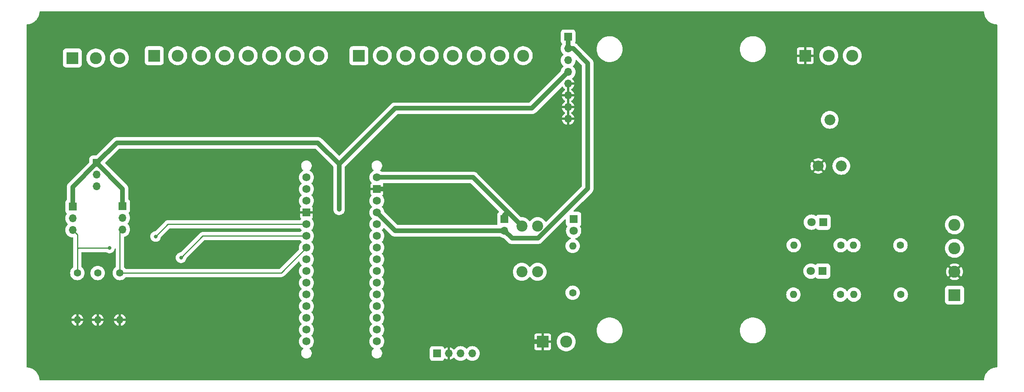
<source format=gbl>
%TF.GenerationSoftware,KiCad,Pcbnew,7.0.8*%
%TF.CreationDate,2024-09-15T13:04:07-06:00*%
%TF.ProjectId,CANBOARD_REV1,43414e42-4f41-4524-945f-524556312e6b,rev?*%
%TF.SameCoordinates,Original*%
%TF.FileFunction,Copper,L2,Bot*%
%TF.FilePolarity,Positive*%
%FSLAX46Y46*%
G04 Gerber Fmt 4.6, Leading zero omitted, Abs format (unit mm)*
G04 Created by KiCad (PCBNEW 7.0.8) date 2024-09-15 13:04:07*
%MOMM*%
%LPD*%
G01*
G04 APERTURE LIST*
%TA.AperFunction,ComponentPad*%
%ADD10C,1.600000*%
%TD*%
%TA.AperFunction,ComponentPad*%
%ADD11O,1.600000X1.600000*%
%TD*%
%TA.AperFunction,ComponentPad*%
%ADD12R,2.600000X2.600000*%
%TD*%
%TA.AperFunction,ComponentPad*%
%ADD13C,2.600000*%
%TD*%
%TA.AperFunction,ComponentPad*%
%ADD14C,1.727200*%
%TD*%
%TA.AperFunction,ComponentPad*%
%ADD15R,1.727200X1.727200*%
%TD*%
%TA.AperFunction,ComponentPad*%
%ADD16R,1.700000X1.700000*%
%TD*%
%TA.AperFunction,ComponentPad*%
%ADD17O,1.700000X1.700000*%
%TD*%
%TA.AperFunction,ComponentPad*%
%ADD18C,2.400000*%
%TD*%
%TA.AperFunction,ComponentPad*%
%ADD19R,1.800000X1.800000*%
%TD*%
%TA.AperFunction,ComponentPad*%
%ADD20C,1.800000*%
%TD*%
%TA.AperFunction,ComponentPad*%
%ADD21C,2.340000*%
%TD*%
%TA.AperFunction,ViaPad*%
%ADD22C,0.800000*%
%TD*%
%TA.AperFunction,Conductor*%
%ADD23C,1.000000*%
%TD*%
%TA.AperFunction,Conductor*%
%ADD24C,0.250000*%
%TD*%
G04 APERTURE END LIST*
D10*
%TO.P,R4,1*%
%TO.N,/V_in_unreg*%
X135181000Y-78002500D03*
D11*
%TO.P,R4,2*%
%TO.N,Net-(D1-A)*%
X135181000Y-67842500D03*
%TD*%
D12*
%TO.P,J3,1,Pin_1*%
%TO.N,/Seat*%
X26915000Y-27100000D03*
D13*
%TO.P,J3,2,Pin_2*%
%TO.N,/Brake*%
X31995000Y-27100000D03*
%TO.P,J3,3,Pin_3*%
%TO.N,/Neutral*%
X37075000Y-27100000D03*
%TD*%
D12*
%TO.P,J1,1,Pin_1*%
%TO.N,/A7*%
X88920000Y-26600000D03*
D13*
%TO.P,J1,2,Pin_2*%
%TO.N,/A6*%
X94000000Y-26600000D03*
%TO.P,J1,3,Pin_3*%
%TO.N,/A5{slash}SCL*%
X99080000Y-26600000D03*
%TO.P,J1,4,Pin_4*%
%TO.N,/A4{slash}SDA*%
X104160000Y-26600000D03*
%TO.P,J1,5,Pin_5*%
%TO.N,/A3*%
X109240000Y-26600000D03*
%TO.P,J1,6,Pin_6*%
%TO.N,/A2*%
X114320000Y-26600000D03*
%TO.P,J1,7,Pin_7*%
%TO.N,/A1*%
X119400000Y-26600000D03*
%TO.P,J1,8,Pin_8*%
%TO.N,/A0*%
X124480000Y-26600000D03*
%TD*%
D14*
%TO.P,A1,3V3,3.3V*%
%TO.N,+3V3*%
X92820000Y-86020000D03*
%TO.P,A1,5V,5V*%
%TO.N,+5V*%
X92820000Y-60620000D03*
%TO.P,A1,A0,A0*%
%TO.N,/A0*%
X92820000Y-80940000D03*
%TO.P,A1,A1,A1*%
%TO.N,/A1*%
X92820000Y-78400000D03*
%TO.P,A1,A2,A2*%
%TO.N,/A2*%
X92820000Y-75860000D03*
%TO.P,A1,A3,A3*%
%TO.N,/A3*%
X92820000Y-73320000D03*
%TO.P,A1,A4,A4/SDA*%
%TO.N,/A4{slash}SDA*%
X92820000Y-70780000D03*
%TO.P,A1,A5,A5/SCL*%
%TO.N,/A5{slash}SCL*%
X92820000Y-68240000D03*
%TO.P,A1,A6,A6*%
%TO.N,/A6*%
X92820000Y-65700000D03*
%TO.P,A1,A7,A7*%
%TO.N,/A7*%
X92820000Y-63160000D03*
%TO.P,A1,B0,B0*%
%TO.N,unconnected-(A1-PadB0)*%
X92820000Y-83480000D03*
%TO.P,A1,B1,B1*%
%TO.N,unconnected-(A1-PadB1)*%
X92820000Y-58080000D03*
%TO.P,A1,D0,D0/RX*%
%TO.N,unconnected-(A1-D0{slash}RX-PadD0)*%
X77580000Y-55540000D03*
%TO.P,A1,D1,D1/TX*%
%TO.N,unconnected-(A1-D1{slash}TX-PadD1)*%
X77580000Y-53000000D03*
%TO.P,A1,D2,D2*%
%TO.N,/D2*%
X77580000Y-63160000D03*
%TO.P,A1,D3,D3*%
%TO.N,/D3*%
X77580000Y-65700000D03*
%TO.P,A1,D4,D4*%
%TO.N,/D4*%
X77580000Y-68240000D03*
%TO.P,A1,D5,D5*%
%TO.N,/D5*%
X77580000Y-70780000D03*
%TO.P,A1,D6,D6*%
%TO.N,/D6*%
X77580000Y-73320000D03*
%TO.P,A1,D7,D7*%
%TO.N,/D7*%
X77580000Y-75860000D03*
%TO.P,A1,D8,D8*%
%TO.N,/D8*%
X77580000Y-78400000D03*
%TO.P,A1,D9,D9*%
%TO.N,/D9*%
X77580000Y-80940000D03*
%TO.P,A1,D10,D10*%
%TO.N,/CAN_RX*%
X77580000Y-83480000D03*
%TO.P,A1,D11,D11_MOSI*%
%TO.N,/CAN_TX*%
X77580000Y-86020000D03*
%TO.P,A1,D12,D12_MISO*%
%TO.N,unconnected-(A1-D12_MISO-PadD12)*%
X77580000Y-88560000D03*
%TO.P,A1,D13,D13_SCK*%
%TO.N,unconnected-(A1-D13_SCK-PadD13)*%
X92820000Y-88560000D03*
D15*
%TO.P,A1,GND1,GND*%
%TO.N,GND*%
X77580000Y-60620000D03*
%TO.P,A1,GND2,GND*%
X92820000Y-55540000D03*
D14*
%TO.P,A1,RST,~{RESET}*%
%TO.N,unconnected-(A1-~{RESET}-PadRST)*%
X77580000Y-58080000D03*
%TO.P,A1,VIN,VIN*%
%TO.N,/V_in*%
X92820000Y-53000000D03*
%TD*%
D16*
%TO.P,J5,1,Pin_1*%
%TO.N,+5V*%
X134200000Y-22520000D03*
D17*
%TO.P,J5,2,Pin_2*%
X134200000Y-25060000D03*
%TO.P,J5,3,Pin_3*%
%TO.N,+3V3*%
X134200000Y-27600000D03*
%TO.P,J5,4,Pin_4*%
X134200000Y-30140000D03*
%TO.P,J5,5,Pin_5*%
%TO.N,GND*%
X134200000Y-32680000D03*
%TO.P,J5,6,Pin_6*%
X134200000Y-35220000D03*
%TO.P,J5,7,Pin_7*%
X134200000Y-37760000D03*
%TO.P,J5,8,Pin_8*%
X134200000Y-40300000D03*
%TD*%
D18*
%TO.P,F1,1*%
%TO.N,/V_in_unreg*%
X124196000Y-73480000D03*
%TO.P,F1,2*%
%TO.N,/V_in*%
X124196000Y-63560000D03*
%TO.P,F1,3*%
%TO.N,/V_in_unreg*%
X127596000Y-73480000D03*
%TO.P,F1,4*%
%TO.N,/V_in*%
X127596000Y-63560000D03*
%TD*%
D19*
%TO.P,D2,1,K*%
%TO.N,Net-(D2-K)*%
X189375000Y-62700000D03*
D20*
%TO.P,D2,2,A*%
%TO.N,+12V*%
X186835000Y-62700000D03*
%TD*%
D19*
%TO.P,D3,1,K*%
%TO.N,Net-(D3-K)*%
X189275000Y-73300000D03*
D20*
%TO.P,D3,2,A*%
%TO.N,+12V*%
X186735000Y-73300000D03*
%TD*%
D12*
%TO.P,J8,1,Pin_1*%
%TO.N,+12V*%
X217805000Y-78520000D03*
D13*
%TO.P,J8,2,Pin_2*%
%TO.N,GND*%
X217805000Y-73440000D03*
%TO.P,J8,3,Pin_3*%
%TO.N,/PIN_M_MIL*%
X217805000Y-68360000D03*
%TO.P,J8,4,Pin_4*%
%TO.N,/PIN_N_Oil*%
X217805000Y-63280000D03*
%TD*%
D12*
%TO.P,J6,1,Pin_1*%
%TO.N,GND*%
X128690000Y-88637000D03*
D13*
%TO.P,J6,2,Pin_2*%
%TO.N,/V_in_unreg*%
X133770000Y-88637000D03*
%TD*%
D10*
%TO.P,R8,1*%
%TO.N,/PIN_M_MIL*%
X206180000Y-78400000D03*
D11*
%TO.P,R8,2*%
%TO.N,Net-(D3-K)*%
X196020000Y-78400000D03*
%TD*%
D10*
%TO.P,R5,1*%
%TO.N,Net-(D2-K)*%
X193180000Y-67700000D03*
D11*
%TO.P,R5,2*%
%TO.N,+12V*%
X183020000Y-67700000D03*
%TD*%
D21*
%TO.P,RV1,1,1*%
%TO.N,+5V*%
X193315000Y-50503000D03*
%TO.P,RV1,2,2*%
%TO.N,/Accel_sig*%
X190815000Y-40503000D03*
%TO.P,RV1,3,3*%
%TO.N,GND*%
X188315000Y-50503000D03*
%TD*%
D16*
%TO.P,J4,1,Pin_1*%
%TO.N,+3V3*%
X105840000Y-91183000D03*
D17*
%TO.P,J4,2,Pin_2*%
%TO.N,GND*%
X108380000Y-91183000D03*
%TO.P,J4,3,Pin_3*%
%TO.N,/CAN_RX*%
X110920000Y-91183000D03*
%TO.P,J4,4,Pin_4*%
%TO.N,/CAN_TX*%
X113460000Y-91183000D03*
%TD*%
D16*
%TO.P,J9,1,Pin_1*%
%TO.N,/V_in*%
X120440000Y-62028000D03*
D17*
%TO.P,J9,2,Pin_2*%
%TO.N,+5V*%
X120440000Y-64568000D03*
%TD*%
D10*
%TO.P,R1,1*%
%TO.N,/D2*%
X28000000Y-73720000D03*
D11*
%TO.P,R1,2*%
%TO.N,GND*%
X28000000Y-83880000D03*
%TD*%
D12*
%TO.P,J7,1,Pin_1*%
%TO.N,GND*%
X185515000Y-26600000D03*
D13*
%TO.P,J7,2,Pin_2*%
%TO.N,/Accel_sig*%
X190595000Y-26600000D03*
%TO.P,J7,3,Pin_3*%
%TO.N,+5V*%
X195675000Y-26600000D03*
%TD*%
D10*
%TO.P,R6,1*%
%TO.N,Net-(D3-K)*%
X193100000Y-78400000D03*
D11*
%TO.P,R6,2*%
%TO.N,+12V*%
X182940000Y-78400000D03*
%TD*%
D12*
%TO.P,J2,1,Pin_1*%
%TO.N,/D9*%
X44640000Y-26600000D03*
D13*
%TO.P,J2,2,Pin_2*%
%TO.N,/D8*%
X49720000Y-26600000D03*
%TO.P,J2,3,Pin_3*%
%TO.N,/D7*%
X54800000Y-26600000D03*
%TO.P,J2,4,Pin_4*%
%TO.N,/D6*%
X59880000Y-26600000D03*
%TO.P,J2,5,Pin_5*%
%TO.N,/D5*%
X64960000Y-26600000D03*
%TO.P,J2,6,Pin_6*%
%TO.N,/D4*%
X70040000Y-26600000D03*
%TO.P,J2,7,Pin_7*%
%TO.N,/D3*%
X75120000Y-26600000D03*
%TO.P,J2,8,Pin_8*%
%TO.N,/D2*%
X80200000Y-26600000D03*
%TD*%
D10*
%TO.P,R7,1*%
%TO.N,/PIN_N_Oil*%
X206100000Y-67700000D03*
D11*
%TO.P,R7,2*%
%TO.N,Net-(D2-K)*%
X195940000Y-67700000D03*
%TD*%
D19*
%TO.P,D1,1,K*%
%TO.N,/V_in*%
X135381000Y-62047500D03*
D20*
%TO.P,D1,2,A*%
%TO.N,Net-(D1-A)*%
X135381000Y-64587500D03*
%TD*%
D16*
%TO.P,Q1,1,D*%
%TO.N,+3V3*%
X27000000Y-59320000D03*
D17*
%TO.P,Q1,2,G*%
%TO.N,/Seat*%
X27000000Y-61860000D03*
%TO.P,Q1,3,S*%
%TO.N,/D2*%
X27000000Y-64400000D03*
%TD*%
D10*
%TO.P,R2,1*%
%TO.N,/D3*%
X32400000Y-73720000D03*
D11*
%TO.P,R2,2*%
%TO.N,GND*%
X32400000Y-83880000D03*
%TD*%
D16*
%TO.P,Q2,1,D*%
%TO.N,+3V3*%
X32200000Y-49860000D03*
D17*
%TO.P,Q2,2,G*%
%TO.N,/Brake*%
X32200000Y-52400000D03*
%TO.P,Q2,3,S*%
%TO.N,/D3*%
X32200000Y-54940000D03*
%TD*%
D16*
%TO.P,Q3,1,D*%
%TO.N,+3V3*%
X37800000Y-59200000D03*
D17*
%TO.P,Q3,2,G*%
%TO.N,/Neutral*%
X37800000Y-61740000D03*
%TO.P,Q3,3,S*%
%TO.N,/D4*%
X37800000Y-64280000D03*
%TD*%
D10*
%TO.P,R3,1*%
%TO.N,/D4*%
X37200000Y-73720000D03*
D11*
%TO.P,R3,2*%
%TO.N,GND*%
X37200000Y-83880000D03*
%TD*%
D22*
%TO.N,/D2*%
X34940000Y-68303000D03*
X44940000Y-65803000D03*
%TO.N,/D3*%
X50440000Y-70403000D03*
%TO.N,+3V3*%
X84640000Y-59903000D03*
%TD*%
D23*
%TO.N,GND*%
X126074000Y-88637000D02*
X128690000Y-88637000D01*
X126074000Y-88637000D02*
X123140000Y-85703000D01*
X97477000Y-55540000D02*
X98440000Y-56503000D01*
X92820000Y-55540000D02*
X97477000Y-55540000D01*
%TO.N,+5V*%
X135297000Y-25060000D02*
X134200000Y-25060000D01*
X138440000Y-28203000D02*
X135297000Y-25060000D01*
X120440000Y-64568000D02*
X122054570Y-66182570D01*
X96768000Y-64568000D02*
X92820000Y-60620000D01*
X122054570Y-66182570D02*
X127660430Y-66182570D01*
X120440000Y-64568000D02*
X96768000Y-64568000D01*
X138440000Y-55403000D02*
X138440000Y-28203000D01*
X134200000Y-25060000D02*
X134200000Y-22520000D01*
X127660430Y-66182570D02*
X138440000Y-55403000D01*
%TO.N,/V_in*%
X121139500Y-60503500D02*
X113636000Y-53000000D01*
X124196000Y-63560000D02*
X121139500Y-60503500D01*
X120440000Y-61203000D02*
X121139500Y-60503500D01*
X113636000Y-53000000D02*
X92820000Y-53000000D01*
X120440000Y-62028000D02*
X120440000Y-61203000D01*
D24*
%TO.N,/D2*%
X28000000Y-65400000D02*
X28000000Y-73720000D01*
X28000000Y-68503000D02*
X28200000Y-68303000D01*
X44940000Y-65803000D02*
X47583000Y-63160000D01*
X47583000Y-63160000D02*
X77580000Y-63160000D01*
X27000000Y-64400000D02*
X28000000Y-65400000D01*
X28200000Y-68303000D02*
X34940000Y-68303000D01*
X77423000Y-63003000D02*
X77580000Y-63160000D01*
X28000000Y-73720000D02*
X28000000Y-68503000D01*
X28000000Y-68503000D02*
X28000000Y-66840380D01*
%TO.N,/D3*%
X55143000Y-65700000D02*
X50440000Y-70403000D01*
X77580000Y-65700000D02*
X55143000Y-65700000D01*
%TO.N,/D4*%
X37200000Y-73720000D02*
X72100000Y-73720000D01*
X37200000Y-64880000D02*
X37200000Y-73720000D01*
X72100000Y-73720000D02*
X77580000Y-68240000D01*
X37800000Y-64280000D02*
X37200000Y-64880000D01*
D23*
%TO.N,+3V3*%
X80040000Y-45503000D02*
X36557000Y-45503000D01*
X36557000Y-45503000D02*
X32200000Y-49860000D01*
X84640000Y-50103000D02*
X80040000Y-45503000D01*
X32200000Y-49860000D02*
X27000000Y-55060000D01*
X27000000Y-55060000D02*
X27000000Y-59320000D01*
X32200000Y-49860000D02*
X37800000Y-55460000D01*
X37800000Y-55460000D02*
X37800000Y-59200000D01*
X96740000Y-38003000D02*
X84640000Y-50103000D01*
X126040000Y-38003000D02*
X96740000Y-38003000D01*
X126337000Y-38003000D02*
X134200000Y-30140000D01*
X84640000Y-59903000D02*
X84640000Y-50103000D01*
X126040000Y-38003000D02*
X126337000Y-38003000D01*
%TD*%
%TA.AperFunction,Conductor*%
%TO.N,GND*%
G36*
X113133703Y-54270185D02*
G01*
X113154345Y-54286819D01*
X119215468Y-60347942D01*
X119248953Y-60409265D01*
X119243969Y-60478957D01*
X119202097Y-60534890D01*
X119192884Y-60541162D01*
X119121342Y-60585289D01*
X118997289Y-60709342D01*
X118905187Y-60858663D01*
X118905185Y-60858668D01*
X118896581Y-60884633D01*
X118850001Y-61025203D01*
X118850001Y-61025204D01*
X118850000Y-61025204D01*
X118839500Y-61127983D01*
X118839500Y-62928001D01*
X118839501Y-62928018D01*
X118850000Y-63030796D01*
X118850001Y-63030799D01*
X118890991Y-63154496D01*
X118893393Y-63224324D01*
X118857661Y-63284366D01*
X118795141Y-63315559D01*
X118773285Y-63317500D01*
X97337336Y-63317500D01*
X97270297Y-63297815D01*
X97249655Y-63281181D01*
X94458677Y-60490203D01*
X94425192Y-60428880D01*
X94422740Y-60412249D01*
X94419363Y-60369334D01*
X94419157Y-60366718D01*
X94359847Y-60119673D01*
X94316717Y-60015547D01*
X94262621Y-59884947D01*
X94129875Y-59668327D01*
X94129874Y-59668325D01*
X94129873Y-59668324D01*
X94129872Y-59668322D01*
X93964870Y-59475130D01*
X93928759Y-59444289D01*
X93890568Y-59385784D01*
X93890068Y-59315916D01*
X93927422Y-59256870D01*
X93928693Y-59255767D01*
X93964870Y-59224870D01*
X94129872Y-59031678D01*
X94262621Y-58815052D01*
X94359847Y-58580327D01*
X94419157Y-58333282D01*
X94439091Y-58080000D01*
X94419157Y-57826718D01*
X94359847Y-57579673D01*
X94262621Y-57344948D01*
X94262621Y-57344947D01*
X94129875Y-57128327D01*
X94129874Y-57128324D01*
X93989530Y-56964003D01*
X93960959Y-56900241D01*
X93971396Y-56831155D01*
X94009510Y-56784204D01*
X94040789Y-56760788D01*
X94040790Y-56760787D01*
X94126950Y-56645693D01*
X94126954Y-56645686D01*
X94177196Y-56510979D01*
X94177198Y-56510972D01*
X94183599Y-56451444D01*
X94183600Y-56451427D01*
X94183600Y-55790000D01*
X93263196Y-55790000D01*
X93286845Y-55753201D01*
X93328000Y-55613039D01*
X93328000Y-55466961D01*
X93286845Y-55326799D01*
X93263196Y-55290000D01*
X94183600Y-55290000D01*
X94183600Y-54628572D01*
X94183599Y-54628555D01*
X94177198Y-54569027D01*
X94177196Y-54569020D01*
X94126953Y-54434312D01*
X94126743Y-54433926D01*
X94126649Y-54433496D01*
X94123854Y-54426001D01*
X94124931Y-54425599D01*
X94111892Y-54365653D01*
X94136309Y-54300189D01*
X94192243Y-54258318D01*
X94235576Y-54250500D01*
X113066664Y-54250500D01*
X113133703Y-54270185D01*
G37*
%TD.AperFunction*%
%TA.AperFunction,Conductor*%
G36*
X134450000Y-39864498D02*
G01*
X134342315Y-39815320D01*
X134235763Y-39800000D01*
X134164237Y-39800000D01*
X134057685Y-39815320D01*
X133950000Y-39864498D01*
X133950000Y-38195501D01*
X134057685Y-38244680D01*
X134164237Y-38260000D01*
X134235763Y-38260000D01*
X134342315Y-38244680D01*
X134450000Y-38195501D01*
X134450000Y-39864498D01*
G37*
%TD.AperFunction*%
%TA.AperFunction,Conductor*%
G36*
X134450000Y-37324498D02*
G01*
X134342315Y-37275320D01*
X134235763Y-37260000D01*
X134164237Y-37260000D01*
X134057685Y-37275320D01*
X133950000Y-37324498D01*
X133950000Y-35655501D01*
X134057685Y-35704680D01*
X134164237Y-35720000D01*
X134235763Y-35720000D01*
X134342315Y-35704680D01*
X134450000Y-35655501D01*
X134450000Y-37324498D01*
G37*
%TD.AperFunction*%
%TA.AperFunction,Conductor*%
G36*
X134450000Y-34784498D02*
G01*
X134342315Y-34735320D01*
X134235763Y-34720000D01*
X134164237Y-34720000D01*
X134057685Y-34735320D01*
X133950000Y-34784498D01*
X133950000Y-33115501D01*
X134057685Y-33164680D01*
X134164237Y-33180000D01*
X134235763Y-33180000D01*
X134342315Y-33164680D01*
X134450000Y-33115501D01*
X134450000Y-34784498D01*
G37*
%TD.AperFunction*%
%TA.AperFunction,Conductor*%
G36*
X224144980Y-17022685D02*
G01*
X224190735Y-17075489D01*
X224201731Y-17119790D01*
X224213722Y-17325669D01*
X224213723Y-17325680D01*
X224270367Y-17646924D01*
X224270369Y-17646932D01*
X224363931Y-17959452D01*
X224493137Y-18258983D01*
X224493143Y-18258996D01*
X224656251Y-18541509D01*
X224851045Y-18803162D01*
X224851050Y-18803168D01*
X224851057Y-18803177D01*
X225074923Y-19040462D01*
X225074929Y-19040467D01*
X225074930Y-19040468D01*
X225074931Y-19040469D01*
X225324815Y-19250147D01*
X225324818Y-19250149D01*
X225324823Y-19250153D01*
X225597377Y-19429414D01*
X225738794Y-19500436D01*
X225888882Y-19575814D01*
X225888888Y-19575816D01*
X225888899Y-19575822D01*
X225943579Y-19595723D01*
X225946751Y-19597010D01*
X225946757Y-19597013D01*
X225951866Y-19598740D01*
X226195446Y-19687396D01*
X226195450Y-19687397D01*
X226195449Y-19687397D01*
X226212831Y-19691516D01*
X226255043Y-19701521D01*
X226260591Y-19703114D01*
X226261307Y-19703356D01*
X226274506Y-19706133D01*
X226427057Y-19742289D01*
X226512858Y-19762625D01*
X226512865Y-19762626D01*
X226512874Y-19762628D01*
X226577578Y-19770190D01*
X226583145Y-19771100D01*
X226586226Y-19771749D01*
X226586229Y-19771749D01*
X226586235Y-19771750D01*
X226605958Y-19773508D01*
X226836889Y-19800500D01*
X226836896Y-19800500D01*
X226905984Y-19800500D01*
X226911486Y-19800744D01*
X226916954Y-19801232D01*
X226916971Y-19801231D01*
X226919644Y-19801311D01*
X226920323Y-19801532D01*
X226920622Y-19801559D01*
X226920615Y-19801627D01*
X226986076Y-19822957D01*
X227030259Y-19877082D01*
X227040000Y-19925257D01*
X227040000Y-94074742D01*
X227020315Y-94141781D01*
X226967511Y-94187536D01*
X226919663Y-94198688D01*
X226916955Y-94198768D01*
X226916954Y-94198768D01*
X226911486Y-94199255D01*
X226905984Y-94199500D01*
X226836889Y-94199500D01*
X226734013Y-94211524D01*
X226605958Y-94226491D01*
X226586231Y-94228250D01*
X226583133Y-94228902D01*
X226577571Y-94229809D01*
X226512872Y-94237372D01*
X226274532Y-94293860D01*
X226261305Y-94296644D01*
X226261260Y-94296657D01*
X226260517Y-94296908D01*
X226255005Y-94298487D01*
X226195443Y-94312604D01*
X225951868Y-94401259D01*
X225946749Y-94402989D01*
X225943562Y-94404281D01*
X225888904Y-94424174D01*
X225888894Y-94424179D01*
X225597380Y-94570584D01*
X225324815Y-94749852D01*
X225074931Y-94959530D01*
X225074930Y-94959531D01*
X225074924Y-94959536D01*
X225074923Y-94959538D01*
X224851057Y-95196823D01*
X224851054Y-95196826D01*
X224851052Y-95196829D01*
X224851045Y-95196837D01*
X224656251Y-95458490D01*
X224493143Y-95741003D01*
X224493137Y-95741016D01*
X224363931Y-96040547D01*
X224270369Y-96353067D01*
X224270367Y-96353075D01*
X224213723Y-96674319D01*
X224213722Y-96674330D01*
X224213722Y-96674331D01*
X224201381Y-96886211D01*
X224177833Y-96951991D01*
X224122458Y-96994599D01*
X224077592Y-97003000D01*
X19922408Y-97003000D01*
X19855369Y-96983315D01*
X19809614Y-96930511D01*
X19798618Y-96886206D01*
X19798210Y-96879207D01*
X19797541Y-96833980D01*
X19793913Y-96803522D01*
X19793589Y-96799857D01*
X19786278Y-96674331D01*
X19762680Y-96540506D01*
X19762187Y-96537161D01*
X19758270Y-96504272D01*
X19751394Y-96475818D01*
X19750622Y-96472117D01*
X19729630Y-96353066D01*
X19689143Y-96217830D01*
X19688277Y-96214624D01*
X19680277Y-96181519D01*
X19670647Y-96155594D01*
X19669370Y-96151784D01*
X19636069Y-96040549D01*
X19577994Y-95905917D01*
X19576803Y-95902948D01*
X19564662Y-95870262D01*
X19564660Y-95870258D01*
X19552777Y-95847105D01*
X19551005Y-95843350D01*
X19506862Y-95741016D01*
X19506859Y-95741008D01*
X19430688Y-95609076D01*
X19429252Y-95606441D01*
X19413043Y-95574860D01*
X19399472Y-95554711D01*
X19397204Y-95551080D01*
X19343749Y-95458492D01*
X19249226Y-95331527D01*
X19247557Y-95329169D01*
X19227553Y-95299469D01*
X19227548Y-95299463D01*
X19212889Y-95282453D01*
X19210123Y-95279002D01*
X19148946Y-95196826D01*
X19148941Y-95196820D01*
X19036100Y-95077216D01*
X19034232Y-95075144D01*
X19010799Y-95047954D01*
X19010784Y-95047938D01*
X18995630Y-95034075D01*
X18992383Y-95030877D01*
X18950353Y-94986329D01*
X18925077Y-94959538D01*
X18925067Y-94959530D01*
X18793083Y-94848782D01*
X18765802Y-94823824D01*
X18750714Y-94812998D01*
X18747016Y-94810127D01*
X18675177Y-94749847D01*
X18675174Y-94749845D01*
X18525542Y-94651430D01*
X18509688Y-94640055D01*
X18496020Y-94630248D01*
X18492417Y-94628261D01*
X18481539Y-94622264D01*
X18477405Y-94619770D01*
X18402624Y-94570586D01*
X18236118Y-94486964D01*
X18205244Y-94469943D01*
X18205238Y-94469940D01*
X18191865Y-94464516D01*
X18187340Y-94462466D01*
X18111097Y-94424176D01*
X17928722Y-94357797D01*
X17897553Y-94345156D01*
X17897547Y-94345154D01*
X17897544Y-94345153D01*
X17893882Y-94344152D01*
X17885708Y-94341918D01*
X17880849Y-94340372D01*
X17804572Y-94312610D01*
X17804563Y-94312607D01*
X17804554Y-94312604D01*
X17607571Y-94265918D01*
X17577251Y-94257633D01*
X17577234Y-94257629D01*
X17567315Y-94256149D01*
X17562171Y-94255157D01*
X17487123Y-94237371D01*
X17487118Y-94237370D01*
X17277060Y-94212818D01*
X17248844Y-94208606D01*
X17241057Y-94208375D01*
X17235703Y-94207983D01*
X17167523Y-94200015D01*
X17163111Y-94199500D01*
X17163110Y-94199500D01*
X17159502Y-94199290D01*
X17159565Y-94198197D01*
X17096961Y-94179815D01*
X17051206Y-94127011D01*
X17040000Y-94075500D01*
X17040000Y-83629999D01*
X26721127Y-83629999D01*
X26721128Y-83630000D01*
X27684314Y-83630000D01*
X27672359Y-83641955D01*
X27614835Y-83754852D01*
X27595014Y-83880000D01*
X27614835Y-84005148D01*
X27672359Y-84118045D01*
X27684314Y-84130000D01*
X26721128Y-84130000D01*
X26773730Y-84326317D01*
X26773734Y-84326326D01*
X26869865Y-84532482D01*
X27000342Y-84718820D01*
X27161179Y-84879657D01*
X27347517Y-85010134D01*
X27553673Y-85106265D01*
X27553682Y-85106269D01*
X27749999Y-85158872D01*
X27750000Y-85158871D01*
X27750000Y-84195686D01*
X27761955Y-84207641D01*
X27874852Y-84265165D01*
X27968519Y-84280000D01*
X28031481Y-84280000D01*
X28125148Y-84265165D01*
X28238045Y-84207641D01*
X28250000Y-84195686D01*
X28250000Y-85158872D01*
X28446317Y-85106269D01*
X28446326Y-85106265D01*
X28652482Y-85010134D01*
X28838820Y-84879657D01*
X28999657Y-84718820D01*
X29130134Y-84532482D01*
X29226265Y-84326326D01*
X29226269Y-84326317D01*
X29278872Y-84130000D01*
X28315686Y-84130000D01*
X28327641Y-84118045D01*
X28385165Y-84005148D01*
X28404986Y-83880000D01*
X28385165Y-83754852D01*
X28327641Y-83641955D01*
X28315686Y-83630000D01*
X29278872Y-83630000D01*
X29278872Y-83629999D01*
X31121127Y-83629999D01*
X31121128Y-83630000D01*
X32084314Y-83630000D01*
X32072359Y-83641955D01*
X32014835Y-83754852D01*
X31995014Y-83880000D01*
X32014835Y-84005148D01*
X32072359Y-84118045D01*
X32084314Y-84130000D01*
X31121128Y-84130000D01*
X31173730Y-84326317D01*
X31173734Y-84326326D01*
X31269865Y-84532482D01*
X31400342Y-84718820D01*
X31561179Y-84879657D01*
X31747517Y-85010134D01*
X31953673Y-85106265D01*
X31953682Y-85106269D01*
X32149999Y-85158872D01*
X32150000Y-85158871D01*
X32150000Y-84195686D01*
X32161955Y-84207641D01*
X32274852Y-84265165D01*
X32368519Y-84280000D01*
X32431481Y-84280000D01*
X32525148Y-84265165D01*
X32638045Y-84207641D01*
X32650000Y-84195686D01*
X32650000Y-85158872D01*
X32846317Y-85106269D01*
X32846326Y-85106265D01*
X33052482Y-85010134D01*
X33238820Y-84879657D01*
X33399657Y-84718820D01*
X33530134Y-84532482D01*
X33626265Y-84326326D01*
X33626269Y-84326317D01*
X33678872Y-84130000D01*
X32715686Y-84130000D01*
X32727641Y-84118045D01*
X32785165Y-84005148D01*
X32804986Y-83880000D01*
X32785165Y-83754852D01*
X32727641Y-83641955D01*
X32715686Y-83630000D01*
X33678872Y-83630000D01*
X33678872Y-83629999D01*
X35921127Y-83629999D01*
X35921128Y-83630000D01*
X36884314Y-83630000D01*
X36872359Y-83641955D01*
X36814835Y-83754852D01*
X36795014Y-83880000D01*
X36814835Y-84005148D01*
X36872359Y-84118045D01*
X36884314Y-84130000D01*
X35921128Y-84130000D01*
X35973730Y-84326317D01*
X35973734Y-84326326D01*
X36069865Y-84532482D01*
X36200342Y-84718820D01*
X36361179Y-84879657D01*
X36547517Y-85010134D01*
X36753673Y-85106265D01*
X36753682Y-85106269D01*
X36949999Y-85158872D01*
X36950000Y-85158871D01*
X36950000Y-84195686D01*
X36961955Y-84207641D01*
X37074852Y-84265165D01*
X37168519Y-84280000D01*
X37231481Y-84280000D01*
X37325148Y-84265165D01*
X37438045Y-84207641D01*
X37450000Y-84195686D01*
X37450000Y-85158872D01*
X37646317Y-85106269D01*
X37646326Y-85106265D01*
X37852482Y-85010134D01*
X38038820Y-84879657D01*
X38199657Y-84718820D01*
X38330134Y-84532482D01*
X38426265Y-84326326D01*
X38426269Y-84326317D01*
X38478872Y-84130000D01*
X37515686Y-84130000D01*
X37527641Y-84118045D01*
X37585165Y-84005148D01*
X37604986Y-83880000D01*
X37585165Y-83754852D01*
X37527641Y-83641955D01*
X37515686Y-83630000D01*
X38478872Y-83630000D01*
X38478872Y-83629999D01*
X38426269Y-83433682D01*
X38426265Y-83433673D01*
X38330134Y-83227517D01*
X38199657Y-83041179D01*
X38038820Y-82880342D01*
X37852482Y-82749865D01*
X37646328Y-82653734D01*
X37450000Y-82601127D01*
X37450000Y-83564314D01*
X37438045Y-83552359D01*
X37325148Y-83494835D01*
X37231481Y-83480000D01*
X37168519Y-83480000D01*
X37074852Y-83494835D01*
X36961955Y-83552359D01*
X36950000Y-83564314D01*
X36950000Y-82601127D01*
X36753671Y-82653734D01*
X36547517Y-82749865D01*
X36361179Y-82880342D01*
X36200342Y-83041179D01*
X36069865Y-83227517D01*
X35973734Y-83433673D01*
X35973730Y-83433682D01*
X35921127Y-83629999D01*
X33678872Y-83629999D01*
X33626269Y-83433682D01*
X33626265Y-83433673D01*
X33530134Y-83227517D01*
X33399657Y-83041179D01*
X33238820Y-82880342D01*
X33052482Y-82749865D01*
X32846328Y-82653734D01*
X32650000Y-82601127D01*
X32650000Y-83564314D01*
X32638045Y-83552359D01*
X32525148Y-83494835D01*
X32431481Y-83480000D01*
X32368519Y-83480000D01*
X32274852Y-83494835D01*
X32161955Y-83552359D01*
X32150000Y-83564314D01*
X32150000Y-82601127D01*
X31953671Y-82653734D01*
X31747517Y-82749865D01*
X31561179Y-82880342D01*
X31400342Y-83041179D01*
X31269865Y-83227517D01*
X31173734Y-83433673D01*
X31173730Y-83433682D01*
X31121127Y-83629999D01*
X29278872Y-83629999D01*
X29226269Y-83433682D01*
X29226265Y-83433673D01*
X29130134Y-83227517D01*
X28999657Y-83041179D01*
X28838820Y-82880342D01*
X28652482Y-82749865D01*
X28446328Y-82653734D01*
X28250000Y-82601127D01*
X28250000Y-83564314D01*
X28238045Y-83552359D01*
X28125148Y-83494835D01*
X28031481Y-83480000D01*
X27968519Y-83480000D01*
X27874852Y-83494835D01*
X27761955Y-83552359D01*
X27750000Y-83564314D01*
X27750000Y-82601127D01*
X27553671Y-82653734D01*
X27347517Y-82749865D01*
X27161179Y-82880342D01*
X27000342Y-83041179D01*
X26869865Y-83227517D01*
X26773734Y-83433673D01*
X26773730Y-83433682D01*
X26721127Y-83629999D01*
X17040000Y-83629999D01*
X17040000Y-64400000D01*
X25394551Y-64400000D01*
X25414317Y-64651151D01*
X25473126Y-64896110D01*
X25569533Y-65128859D01*
X25701160Y-65343653D01*
X25701161Y-65343656D01*
X25728918Y-65376155D01*
X25864776Y-65535224D01*
X26013066Y-65661875D01*
X26056343Y-65698838D01*
X26056345Y-65698838D01*
X26059456Y-65700745D01*
X26271140Y-65830466D01*
X26424917Y-65894162D01*
X26503889Y-65926873D01*
X26748852Y-65985683D01*
X27000000Y-66005449D01*
X27000001Y-66005448D01*
X27000003Y-66005449D01*
X27000500Y-66005449D01*
X27000681Y-66005502D01*
X27004857Y-66005831D01*
X27004787Y-66006708D01*
X27067539Y-66025134D01*
X27113294Y-66077938D01*
X27124500Y-66129449D01*
X27124500Y-68407784D01*
X27124500Y-68491159D01*
X27124442Y-68493285D01*
X27122243Y-68574473D01*
X27122278Y-68574655D01*
X27124500Y-68598023D01*
X27124500Y-72371541D01*
X27104815Y-72438580D01*
X27081032Y-72465831D01*
X26900241Y-72620241D01*
X26741738Y-72805823D01*
X26741737Y-72805826D01*
X26614222Y-73013910D01*
X26520830Y-73239380D01*
X26520828Y-73239387D01*
X26520828Y-73239388D01*
X26482845Y-73397594D01*
X26463853Y-73476702D01*
X26444706Y-73720000D01*
X26463853Y-73963297D01*
X26463853Y-73963300D01*
X26463854Y-73963302D01*
X26485058Y-74051623D01*
X26520830Y-74200619D01*
X26614222Y-74426089D01*
X26741737Y-74634173D01*
X26741738Y-74634176D01*
X26746210Y-74639412D01*
X26900241Y-74819759D01*
X26976411Y-74884814D01*
X27085823Y-74978261D01*
X27085826Y-74978262D01*
X27293910Y-75105777D01*
X27519381Y-75199169D01*
X27519378Y-75199169D01*
X27519384Y-75199170D01*
X27519388Y-75199172D01*
X27756698Y-75256146D01*
X28000000Y-75275294D01*
X28243302Y-75256146D01*
X28480612Y-75199172D01*
X28706089Y-75105777D01*
X28914179Y-74978259D01*
X29099759Y-74819759D01*
X29258259Y-74634179D01*
X29385777Y-74426089D01*
X29479172Y-74200612D01*
X29536146Y-73963302D01*
X29555294Y-73720000D01*
X30844706Y-73720000D01*
X30863853Y-73963297D01*
X30863853Y-73963300D01*
X30863854Y-73963302D01*
X30885058Y-74051623D01*
X30920830Y-74200619D01*
X31014222Y-74426089D01*
X31141737Y-74634173D01*
X31141738Y-74634176D01*
X31146210Y-74639412D01*
X31300241Y-74819759D01*
X31376411Y-74884814D01*
X31485823Y-74978261D01*
X31485826Y-74978262D01*
X31693910Y-75105777D01*
X31919381Y-75199169D01*
X31919378Y-75199169D01*
X31919384Y-75199170D01*
X31919388Y-75199172D01*
X32156698Y-75256146D01*
X32400000Y-75275294D01*
X32643302Y-75256146D01*
X32880612Y-75199172D01*
X33106089Y-75105777D01*
X33314179Y-74978259D01*
X33499759Y-74819759D01*
X33658259Y-74634179D01*
X33785777Y-74426089D01*
X33879172Y-74200612D01*
X33936146Y-73963302D01*
X33955294Y-73720000D01*
X33936146Y-73476698D01*
X33879172Y-73239388D01*
X33863564Y-73201706D01*
X33785777Y-73013910D01*
X33658262Y-72805826D01*
X33658261Y-72805823D01*
X33622453Y-72763897D01*
X33499759Y-72620241D01*
X33318968Y-72465831D01*
X33314176Y-72461738D01*
X33314173Y-72461737D01*
X33106089Y-72334222D01*
X32880618Y-72240830D01*
X32880621Y-72240830D01*
X32708142Y-72199421D01*
X32643302Y-72183854D01*
X32643300Y-72183853D01*
X32643297Y-72183853D01*
X32400000Y-72164706D01*
X32156702Y-72183853D01*
X31919380Y-72240830D01*
X31693910Y-72334222D01*
X31485826Y-72461737D01*
X31485823Y-72461738D01*
X31300241Y-72620241D01*
X31141738Y-72805823D01*
X31141737Y-72805826D01*
X31014222Y-73013910D01*
X30920830Y-73239380D01*
X30920828Y-73239387D01*
X30920828Y-73239388D01*
X30882845Y-73397594D01*
X30863853Y-73476702D01*
X30844706Y-73720000D01*
X29555294Y-73720000D01*
X29536146Y-73476698D01*
X29479172Y-73239388D01*
X29463564Y-73201706D01*
X29385777Y-73013910D01*
X29258262Y-72805826D01*
X29258261Y-72805823D01*
X29222453Y-72763897D01*
X29099759Y-72620241D01*
X28918968Y-72465831D01*
X28880775Y-72407324D01*
X28875500Y-72371541D01*
X28875500Y-69302500D01*
X28895185Y-69235461D01*
X28947989Y-69189706D01*
X28999500Y-69178500D01*
X34144595Y-69178500D01*
X34211634Y-69198185D01*
X34228133Y-69210863D01*
X34243698Y-69225052D01*
X34424981Y-69337298D01*
X34623802Y-69414321D01*
X34833390Y-69453500D01*
X34833392Y-69453500D01*
X35046608Y-69453500D01*
X35046610Y-69453500D01*
X35256198Y-69414321D01*
X35455019Y-69337298D01*
X35636302Y-69225052D01*
X35793872Y-69081407D01*
X35922366Y-68911255D01*
X35977884Y-68799759D01*
X36017403Y-68720394D01*
X36017403Y-68720393D01*
X36017405Y-68720389D01*
X36075756Y-68515310D01*
X36077029Y-68501570D01*
X36102815Y-68436634D01*
X36159615Y-68395946D01*
X36229396Y-68392426D01*
X36290003Y-68427191D01*
X36322193Y-68489203D01*
X36324500Y-68513012D01*
X36324500Y-72371541D01*
X36304815Y-72438580D01*
X36281032Y-72465831D01*
X36100241Y-72620241D01*
X35941738Y-72805823D01*
X35941737Y-72805826D01*
X35814222Y-73013910D01*
X35720830Y-73239380D01*
X35720828Y-73239387D01*
X35720828Y-73239388D01*
X35682845Y-73397594D01*
X35663853Y-73476702D01*
X35644706Y-73720000D01*
X35663853Y-73963297D01*
X35663853Y-73963300D01*
X35663854Y-73963302D01*
X35685058Y-74051623D01*
X35720830Y-74200619D01*
X35814222Y-74426089D01*
X35941737Y-74634173D01*
X35941738Y-74634176D01*
X35946210Y-74639412D01*
X36100241Y-74819759D01*
X36176411Y-74884814D01*
X36285823Y-74978261D01*
X36285826Y-74978262D01*
X36493910Y-75105777D01*
X36719381Y-75199169D01*
X36719378Y-75199169D01*
X36719384Y-75199170D01*
X36719388Y-75199172D01*
X36956698Y-75256146D01*
X37200000Y-75275294D01*
X37443302Y-75256146D01*
X37680612Y-75199172D01*
X37906089Y-75105777D01*
X38114179Y-74978259D01*
X38299759Y-74819759D01*
X38454168Y-74638969D01*
X38512674Y-74600775D01*
X38548458Y-74595500D01*
X72061898Y-74595500D01*
X72066932Y-74595705D01*
X72123844Y-74600339D01*
X72123845Y-74600338D01*
X72123848Y-74600339D01*
X72206441Y-74589085D01*
X72289316Y-74580073D01*
X72289481Y-74580017D01*
X72312357Y-74574655D01*
X72312537Y-74574631D01*
X72390793Y-74545880D01*
X72469780Y-74519267D01*
X72469928Y-74519178D01*
X72491116Y-74509024D01*
X72491288Y-74508961D01*
X72561536Y-74464059D01*
X72632954Y-74421089D01*
X72633083Y-74420966D01*
X72651597Y-74406494D01*
X72651607Y-74406487D01*
X72651744Y-74406400D01*
X72681219Y-74376923D01*
X72710696Y-74347448D01*
X72741770Y-74318011D01*
X72771207Y-74290129D01*
X72771306Y-74289983D01*
X72786264Y-74271878D01*
X75832800Y-71225342D01*
X75894121Y-71191859D01*
X75963813Y-71196843D01*
X76019746Y-71238715D01*
X76037322Y-71276123D01*
X76038647Y-71275693D01*
X76040152Y-71280325D01*
X76137378Y-71515052D01*
X76270124Y-71731672D01*
X76270125Y-71731674D01*
X76270126Y-71731676D01*
X76270128Y-71731678D01*
X76435130Y-71924870D01*
X76455201Y-71942012D01*
X76471239Y-71955710D01*
X76509432Y-72014217D01*
X76509930Y-72084085D01*
X76472576Y-72143131D01*
X76471239Y-72144290D01*
X76435130Y-72175130D01*
X76270125Y-72368325D01*
X76270124Y-72368327D01*
X76137378Y-72584947D01*
X76040153Y-72819670D01*
X75980843Y-73066714D01*
X75960909Y-73320000D01*
X75980843Y-73573285D01*
X76040153Y-73820329D01*
X76137378Y-74055052D01*
X76270124Y-74271672D01*
X76270125Y-74271674D01*
X76270126Y-74271676D01*
X76270128Y-74271678D01*
X76435130Y-74464870D01*
X76471238Y-74495709D01*
X76471239Y-74495710D01*
X76509432Y-74554217D01*
X76509930Y-74624085D01*
X76472576Y-74683131D01*
X76471239Y-74684290D01*
X76435130Y-74715130D01*
X76270125Y-74908325D01*
X76270124Y-74908327D01*
X76137378Y-75124947D01*
X76040153Y-75359670D01*
X75980843Y-75606714D01*
X75960909Y-75860000D01*
X75980843Y-76113285D01*
X76040153Y-76360329D01*
X76137378Y-76595052D01*
X76270124Y-76811672D01*
X76270125Y-76811674D01*
X76270126Y-76811676D01*
X76270128Y-76811678D01*
X76435130Y-77004870D01*
X76471238Y-77035709D01*
X76471239Y-77035710D01*
X76509432Y-77094217D01*
X76509930Y-77164085D01*
X76472576Y-77223131D01*
X76471239Y-77224290D01*
X76435130Y-77255130D01*
X76270125Y-77448325D01*
X76270124Y-77448327D01*
X76137378Y-77664947D01*
X76040153Y-77899670D01*
X75980843Y-78146714D01*
X75960909Y-78400000D01*
X75980843Y-78653285D01*
X76040153Y-78900329D01*
X76137378Y-79135052D01*
X76270124Y-79351672D01*
X76270125Y-79351674D01*
X76270126Y-79351676D01*
X76270128Y-79351678D01*
X76435130Y-79544870D01*
X76471238Y-79575709D01*
X76471239Y-79575710D01*
X76509432Y-79634217D01*
X76509930Y-79704085D01*
X76472576Y-79763131D01*
X76471239Y-79764290D01*
X76435130Y-79795130D01*
X76270125Y-79988325D01*
X76270124Y-79988327D01*
X76137378Y-80204947D01*
X76040153Y-80439670D01*
X75980843Y-80686714D01*
X75960909Y-80940000D01*
X75980843Y-81193285D01*
X76040153Y-81440329D01*
X76137378Y-81675052D01*
X76270124Y-81891672D01*
X76270125Y-81891674D01*
X76270126Y-81891676D01*
X76270128Y-81891678D01*
X76435130Y-82084870D01*
X76471238Y-82115709D01*
X76471239Y-82115710D01*
X76509432Y-82174217D01*
X76509930Y-82244085D01*
X76472576Y-82303131D01*
X76471239Y-82304290D01*
X76435130Y-82335130D01*
X76270125Y-82528325D01*
X76270124Y-82528327D01*
X76137378Y-82744947D01*
X76040153Y-82979670D01*
X75980843Y-83226714D01*
X75960909Y-83480000D01*
X75980843Y-83733285D01*
X76040153Y-83980329D01*
X76137378Y-84215052D01*
X76270124Y-84431672D01*
X76270125Y-84431674D01*
X76270126Y-84431676D01*
X76270128Y-84431678D01*
X76435130Y-84624870D01*
X76471238Y-84655709D01*
X76471239Y-84655710D01*
X76509432Y-84714217D01*
X76509930Y-84784085D01*
X76472576Y-84843131D01*
X76471239Y-84844290D01*
X76435130Y-84875130D01*
X76270125Y-85068325D01*
X76270124Y-85068327D01*
X76137378Y-85284947D01*
X76040153Y-85519670D01*
X75980843Y-85766714D01*
X75960909Y-86020000D01*
X75980843Y-86273285D01*
X76040153Y-86520329D01*
X76137378Y-86755052D01*
X76270124Y-86971672D01*
X76270125Y-86971674D01*
X76270126Y-86971676D01*
X76270128Y-86971678D01*
X76435130Y-87164870D01*
X76471238Y-87195709D01*
X76471239Y-87195710D01*
X76509432Y-87254217D01*
X76509930Y-87324085D01*
X76472576Y-87383131D01*
X76471239Y-87384290D01*
X76435130Y-87415130D01*
X76270125Y-87608325D01*
X76270124Y-87608327D01*
X76137378Y-87824947D01*
X76040153Y-88059670D01*
X75980843Y-88306714D01*
X75960909Y-88560000D01*
X75980843Y-88813285D01*
X76040153Y-89060329D01*
X76137378Y-89295052D01*
X76270124Y-89511672D01*
X76270125Y-89511674D01*
X76270126Y-89511676D01*
X76270128Y-89511678D01*
X76435130Y-89704870D01*
X76628322Y-89869872D01*
X76651644Y-89884164D01*
X76843910Y-90001985D01*
X76890785Y-90053796D01*
X76902208Y-90122726D01*
X76874551Y-90186889D01*
X76853849Y-90206665D01*
X76801592Y-90246128D01*
X76657947Y-90403699D01*
X76545702Y-90584980D01*
X76545701Y-90584982D01*
X76478656Y-90758048D01*
X76468679Y-90783802D01*
X76429500Y-90993390D01*
X76429500Y-91206610D01*
X76468679Y-91416198D01*
X76545702Y-91615019D01*
X76657948Y-91796302D01*
X76763293Y-91911859D01*
X76801593Y-91953872D01*
X76971746Y-92082367D01*
X77162606Y-92177403D01*
X77162608Y-92177403D01*
X77162611Y-92177405D01*
X77367690Y-92235756D01*
X77526806Y-92250500D01*
X77526810Y-92250500D01*
X77633190Y-92250500D01*
X77633194Y-92250500D01*
X77792310Y-92235756D01*
X77997389Y-92177405D01*
X77997393Y-92177403D01*
X77997394Y-92177403D01*
X78188253Y-92082367D01*
X78188253Y-92082366D01*
X78188255Y-92082366D01*
X78358407Y-91953872D01*
X78502052Y-91796302D01*
X78614298Y-91615019D01*
X78691321Y-91416198D01*
X78730500Y-91206610D01*
X78730500Y-90993390D01*
X78691321Y-90783802D01*
X78614298Y-90584981D01*
X78502052Y-90403698D01*
X78358407Y-90246128D01*
X78358406Y-90246127D01*
X78358405Y-90246126D01*
X78306151Y-90206665D01*
X78264516Y-90150556D01*
X78259825Y-90080844D01*
X78293568Y-90019662D01*
X78316080Y-90001990D01*
X78531678Y-89869872D01*
X78724870Y-89704870D01*
X78889872Y-89511678D01*
X79022621Y-89295052D01*
X79119847Y-89060327D01*
X79179157Y-88813282D01*
X79199091Y-88560000D01*
X79179157Y-88306718D01*
X79119847Y-88059673D01*
X79085256Y-87976162D01*
X79022621Y-87824947D01*
X78889875Y-87608327D01*
X78889874Y-87608325D01*
X78889873Y-87608324D01*
X78889872Y-87608322D01*
X78724870Y-87415130D01*
X78688759Y-87384289D01*
X78650568Y-87325784D01*
X78650068Y-87255916D01*
X78687422Y-87196870D01*
X78688693Y-87195767D01*
X78724870Y-87164870D01*
X78889872Y-86971678D01*
X79022621Y-86755052D01*
X79119847Y-86520327D01*
X79179157Y-86273282D01*
X79199091Y-86020000D01*
X79179157Y-85766718D01*
X79119847Y-85519673D01*
X79119846Y-85519670D01*
X79022621Y-85284947D01*
X78889875Y-85068327D01*
X78889874Y-85068325D01*
X78889873Y-85068324D01*
X78889872Y-85068322D01*
X78724870Y-84875130D01*
X78688759Y-84844289D01*
X78650568Y-84785784D01*
X78650068Y-84715916D01*
X78687422Y-84656870D01*
X78688693Y-84655767D01*
X78724870Y-84624870D01*
X78889872Y-84431678D01*
X79022621Y-84215052D01*
X79119847Y-83980327D01*
X79179157Y-83733282D01*
X79199091Y-83480000D01*
X79179157Y-83226718D01*
X79119847Y-82979673D01*
X79022621Y-82744948D01*
X79022621Y-82744947D01*
X78889875Y-82528327D01*
X78889874Y-82528325D01*
X78889873Y-82528324D01*
X78889872Y-82528322D01*
X78724870Y-82335130D01*
X78688759Y-82304289D01*
X78650568Y-82245784D01*
X78650068Y-82175916D01*
X78687422Y-82116870D01*
X78688693Y-82115767D01*
X78724870Y-82084870D01*
X78889872Y-81891678D01*
X79022621Y-81675052D01*
X79119847Y-81440327D01*
X79179157Y-81193282D01*
X79199091Y-80940000D01*
X79179157Y-80686718D01*
X79119847Y-80439673D01*
X79119846Y-80439670D01*
X79022621Y-80204947D01*
X78889875Y-79988327D01*
X78889874Y-79988325D01*
X78889873Y-79988324D01*
X78889872Y-79988322D01*
X78724870Y-79795130D01*
X78688759Y-79764289D01*
X78650568Y-79705784D01*
X78650068Y-79635916D01*
X78687422Y-79576870D01*
X78688693Y-79575767D01*
X78724870Y-79544870D01*
X78889872Y-79351678D01*
X79022621Y-79135052D01*
X79119847Y-78900327D01*
X79179157Y-78653282D01*
X79199091Y-78400000D01*
X79179157Y-78146718D01*
X79119847Y-77899673D01*
X79108841Y-77873102D01*
X79022621Y-77664947D01*
X78889875Y-77448327D01*
X78889874Y-77448325D01*
X78889873Y-77448324D01*
X78889872Y-77448322D01*
X78724870Y-77255130D01*
X78688759Y-77224289D01*
X78650568Y-77165784D01*
X78650068Y-77095916D01*
X78687422Y-77036870D01*
X78688693Y-77035767D01*
X78724870Y-77004870D01*
X78889872Y-76811678D01*
X79022621Y-76595052D01*
X79119847Y-76360327D01*
X79179157Y-76113282D01*
X79199091Y-75860000D01*
X79179157Y-75606718D01*
X79119847Y-75359673D01*
X79119846Y-75359670D01*
X79022621Y-75124947D01*
X78889875Y-74908327D01*
X78889874Y-74908325D01*
X78889873Y-74908324D01*
X78889872Y-74908322D01*
X78724870Y-74715130D01*
X78688759Y-74684289D01*
X78650568Y-74625784D01*
X78650068Y-74555916D01*
X78687422Y-74496870D01*
X78688693Y-74495767D01*
X78724870Y-74464870D01*
X78889872Y-74271678D01*
X79022621Y-74055052D01*
X79119847Y-73820327D01*
X79179157Y-73573282D01*
X79199091Y-73320000D01*
X79179157Y-73066718D01*
X79119847Y-72819673D01*
X79115087Y-72808181D01*
X79022621Y-72584947D01*
X78889875Y-72368327D01*
X78889874Y-72368325D01*
X78889873Y-72368324D01*
X78889872Y-72368322D01*
X78724870Y-72175130D01*
X78688759Y-72144289D01*
X78650568Y-72085784D01*
X78650068Y-72015916D01*
X78687422Y-71956870D01*
X78688693Y-71955767D01*
X78724870Y-71924870D01*
X78889872Y-71731678D01*
X79022621Y-71515052D01*
X79119847Y-71280327D01*
X79179157Y-71033282D01*
X79199091Y-70780000D01*
X79179157Y-70526718D01*
X79119847Y-70279673D01*
X79022621Y-70044948D01*
X79022621Y-70044947D01*
X78889875Y-69828327D01*
X78889874Y-69828325D01*
X78889873Y-69828324D01*
X78889872Y-69828322D01*
X78724870Y-69635130D01*
X78688759Y-69604289D01*
X78650568Y-69545784D01*
X78650068Y-69475916D01*
X78687422Y-69416870D01*
X78688693Y-69415767D01*
X78724870Y-69384870D01*
X78889872Y-69191678D01*
X79022621Y-68975052D01*
X79119847Y-68740327D01*
X79179157Y-68493282D01*
X79199091Y-68240000D01*
X79179157Y-67986718D01*
X79119847Y-67739673D01*
X79101238Y-67694746D01*
X79022621Y-67504947D01*
X78889875Y-67288327D01*
X78889874Y-67288325D01*
X78889873Y-67288324D01*
X78889872Y-67288322D01*
X78724870Y-67095130D01*
X78688759Y-67064289D01*
X78650568Y-67005784D01*
X78650068Y-66935916D01*
X78687422Y-66876870D01*
X78688693Y-66875767D01*
X78724870Y-66844870D01*
X78889872Y-66651678D01*
X79022621Y-66435052D01*
X79119847Y-66200327D01*
X79179157Y-65953282D01*
X79199091Y-65700000D01*
X79179157Y-65446718D01*
X79119847Y-65199673D01*
X79114861Y-65187635D01*
X79022621Y-64964947D01*
X78889875Y-64748327D01*
X78889874Y-64748325D01*
X78889873Y-64748324D01*
X78889872Y-64748322D01*
X78724870Y-64555130D01*
X78688759Y-64524289D01*
X78650568Y-64465784D01*
X78650068Y-64395916D01*
X78687422Y-64336870D01*
X78688693Y-64335767D01*
X78724870Y-64304870D01*
X78889872Y-64111678D01*
X79022621Y-63895052D01*
X79119847Y-63660327D01*
X79179157Y-63413282D01*
X79199091Y-63160000D01*
X79179157Y-62906718D01*
X79119847Y-62659673D01*
X79098492Y-62608117D01*
X79022621Y-62424947D01*
X78889875Y-62208327D01*
X78889874Y-62208324D01*
X78749530Y-62044003D01*
X78720959Y-61980241D01*
X78731396Y-61911155D01*
X78769510Y-61864204D01*
X78800789Y-61840788D01*
X78800790Y-61840787D01*
X78886950Y-61725693D01*
X78886954Y-61725686D01*
X78937196Y-61590979D01*
X78937198Y-61590972D01*
X78943599Y-61531444D01*
X78943600Y-61531427D01*
X78943600Y-60870000D01*
X78023196Y-60870000D01*
X78046845Y-60833201D01*
X78088000Y-60693039D01*
X78088000Y-60546961D01*
X78046845Y-60406799D01*
X78023196Y-60370000D01*
X78943600Y-60370000D01*
X78943600Y-59708572D01*
X78943599Y-59708555D01*
X78937198Y-59649027D01*
X78937196Y-59649020D01*
X78886954Y-59514313D01*
X78886950Y-59514306D01*
X78800790Y-59399212D01*
X78769508Y-59375794D01*
X78727638Y-59319860D01*
X78722654Y-59250168D01*
X78749530Y-59195997D01*
X78889872Y-59031678D01*
X79022621Y-58815052D01*
X79119847Y-58580327D01*
X79179157Y-58333282D01*
X79199091Y-58080000D01*
X79179157Y-57826718D01*
X79119847Y-57579673D01*
X79022621Y-57344948D01*
X79022621Y-57344947D01*
X78889875Y-57128327D01*
X78889874Y-57128325D01*
X78889873Y-57128324D01*
X78889872Y-57128322D01*
X78724870Y-56935130D01*
X78688759Y-56904289D01*
X78650568Y-56845784D01*
X78650068Y-56775916D01*
X78687422Y-56716870D01*
X78688693Y-56715767D01*
X78724870Y-56684870D01*
X78889872Y-56491678D01*
X79022621Y-56275052D01*
X79119847Y-56040327D01*
X79179157Y-55793282D01*
X79199091Y-55540000D01*
X79179157Y-55286718D01*
X79119847Y-55039673D01*
X79111213Y-55018828D01*
X79022621Y-54804947D01*
X78889875Y-54588327D01*
X78889874Y-54588325D01*
X78889873Y-54588324D01*
X78889872Y-54588322D01*
X78724870Y-54395130D01*
X78688759Y-54364289D01*
X78650568Y-54305784D01*
X78650068Y-54235916D01*
X78687422Y-54176870D01*
X78688693Y-54175767D01*
X78724870Y-54144870D01*
X78889872Y-53951678D01*
X79022621Y-53735052D01*
X79119847Y-53500327D01*
X79179157Y-53253282D01*
X79199091Y-53000000D01*
X79179157Y-52746718D01*
X79119847Y-52499673D01*
X79119846Y-52499670D01*
X79022621Y-52264947D01*
X78898202Y-52061916D01*
X78889872Y-52048322D01*
X78724870Y-51855130D01*
X78531678Y-51690128D01*
X78531676Y-51690126D01*
X78531674Y-51690125D01*
X78531672Y-51690124D01*
X78316089Y-51558014D01*
X78269214Y-51506202D01*
X78257791Y-51437273D01*
X78285448Y-51373110D01*
X78306149Y-51353335D01*
X78358407Y-51313872D01*
X78502052Y-51156302D01*
X78614298Y-50975019D01*
X78691321Y-50776198D01*
X78730500Y-50566610D01*
X78730500Y-50353390D01*
X78691321Y-50143802D01*
X78614298Y-49944981D01*
X78502052Y-49763698D01*
X78358407Y-49606128D01*
X78358406Y-49606127D01*
X78188253Y-49477632D01*
X77997393Y-49382596D01*
X77792310Y-49324244D01*
X77633194Y-49309500D01*
X77526806Y-49309500D01*
X77399513Y-49321295D01*
X77367689Y-49324244D01*
X77162607Y-49382596D01*
X77162605Y-49382596D01*
X76971746Y-49477632D01*
X76801593Y-49606127D01*
X76657947Y-49763699D01*
X76545702Y-49944980D01*
X76545701Y-49944982D01*
X76491311Y-50085381D01*
X76468679Y-50143802D01*
X76429500Y-50353390D01*
X76429500Y-50566610D01*
X76468679Y-50776198D01*
X76468680Y-50776200D01*
X76524627Y-50920619D01*
X76545702Y-50975019D01*
X76657948Y-51156302D01*
X76801593Y-51313872D01*
X76853848Y-51353334D01*
X76895483Y-51409443D01*
X76900174Y-51479155D01*
X76866431Y-51540336D01*
X76843910Y-51558014D01*
X76628327Y-51690124D01*
X76628325Y-51690125D01*
X76435130Y-51855130D01*
X76270125Y-52048325D01*
X76270124Y-52048327D01*
X76137378Y-52264947D01*
X76040153Y-52499670D01*
X75980843Y-52746714D01*
X75960909Y-53000000D01*
X75980843Y-53253285D01*
X76040153Y-53500329D01*
X76137378Y-53735052D01*
X76270124Y-53951672D01*
X76270125Y-53951674D01*
X76270126Y-53951676D01*
X76270128Y-53951678D01*
X76435130Y-54144870D01*
X76471238Y-54175709D01*
X76471239Y-54175710D01*
X76509432Y-54234217D01*
X76509930Y-54304085D01*
X76472576Y-54363131D01*
X76471239Y-54364290D01*
X76435130Y-54395130D01*
X76270125Y-54588325D01*
X76270124Y-54588327D01*
X76137378Y-54804947D01*
X76040153Y-55039670D01*
X75980843Y-55286714D01*
X75960909Y-55540000D01*
X75980843Y-55793285D01*
X76040153Y-56040329D01*
X76137378Y-56275052D01*
X76270124Y-56491672D01*
X76270125Y-56491674D01*
X76270126Y-56491676D01*
X76270128Y-56491678D01*
X76435130Y-56684870D01*
X76471238Y-56715709D01*
X76471239Y-56715710D01*
X76509432Y-56774217D01*
X76509930Y-56844085D01*
X76472576Y-56903131D01*
X76471239Y-56904290D01*
X76435130Y-56935130D01*
X76270125Y-57128325D01*
X76270124Y-57128327D01*
X76137378Y-57344947D01*
X76040153Y-57579670D01*
X75980843Y-57826714D01*
X75960909Y-58080000D01*
X75980843Y-58333285D01*
X76040153Y-58580329D01*
X76137378Y-58815052D01*
X76270124Y-59031672D01*
X76270130Y-59031681D01*
X76410469Y-59195997D01*
X76439040Y-59259758D01*
X76428603Y-59328844D01*
X76390492Y-59375793D01*
X76359211Y-59399210D01*
X76359209Y-59399212D01*
X76273049Y-59514306D01*
X76273045Y-59514313D01*
X76222803Y-59649020D01*
X76222801Y-59649027D01*
X76216400Y-59708555D01*
X76216400Y-60370000D01*
X77136804Y-60370000D01*
X77113155Y-60406799D01*
X77072000Y-60546961D01*
X77072000Y-60693039D01*
X77113155Y-60833201D01*
X77136804Y-60870000D01*
X76216400Y-60870000D01*
X76216400Y-61531444D01*
X76222801Y-61590972D01*
X76222803Y-61590979D01*
X76273045Y-61725686D01*
X76273049Y-61725693D01*
X76359209Y-61840787D01*
X76359212Y-61840790D01*
X76390490Y-61864205D01*
X76432361Y-61920139D01*
X76437345Y-61989830D01*
X76410470Y-62044002D01*
X76270127Y-62208322D01*
X76267810Y-62212104D01*
X76259730Y-62225289D01*
X76207921Y-62272164D01*
X76154003Y-62284500D01*
X47621099Y-62284500D01*
X47616064Y-62284295D01*
X47559154Y-62279660D01*
X47559147Y-62279661D01*
X47476557Y-62290913D01*
X47393681Y-62299927D01*
X47393680Y-62299927D01*
X47393490Y-62299992D01*
X47370665Y-62305341D01*
X47370463Y-62305368D01*
X47370460Y-62305369D01*
X47292214Y-62334115D01*
X47213217Y-62360734D01*
X47213043Y-62360839D01*
X47191903Y-62370969D01*
X47191713Y-62371038D01*
X47121478Y-62415931D01*
X47050043Y-62458912D01*
X47050041Y-62458914D01*
X47049890Y-62459058D01*
X47031436Y-62473485D01*
X47031260Y-62473597D01*
X47031255Y-62473601D01*
X46972302Y-62532552D01*
X46911796Y-62589867D01*
X46911792Y-62589871D01*
X46911681Y-62590036D01*
X46896737Y-62608117D01*
X44883868Y-64620987D01*
X44822545Y-64654472D01*
X44818971Y-64655195D01*
X44623802Y-64691679D01*
X44623800Y-64691679D01*
X44623798Y-64691680D01*
X44424982Y-64768701D01*
X44424980Y-64768702D01*
X44243699Y-64880947D01*
X44086127Y-65024593D01*
X43957632Y-65194746D01*
X43862596Y-65385605D01*
X43862596Y-65385607D01*
X43804244Y-65590689D01*
X43786327Y-65784054D01*
X43784571Y-65803000D01*
X43804244Y-66015310D01*
X43833391Y-66117751D01*
X43862596Y-66220392D01*
X43862596Y-66220394D01*
X43957632Y-66411253D01*
X43980656Y-66441741D01*
X44086128Y-66581407D01*
X44243698Y-66725052D01*
X44424981Y-66837298D01*
X44623802Y-66914321D01*
X44833390Y-66953500D01*
X44833392Y-66953500D01*
X45046608Y-66953500D01*
X45046610Y-66953500D01*
X45256198Y-66914321D01*
X45455019Y-66837298D01*
X45636302Y-66725052D01*
X45793872Y-66581407D01*
X45922366Y-66411255D01*
X45970682Y-66314222D01*
X46017403Y-66220394D01*
X46017403Y-66220393D01*
X46017405Y-66220389D01*
X46075756Y-66015310D01*
X46082850Y-65938741D01*
X46108635Y-65873806D01*
X46118632Y-65862510D01*
X47909324Y-64071819D01*
X47970647Y-64038334D01*
X47997005Y-64035500D01*
X76154003Y-64035500D01*
X76221042Y-64055185D01*
X76259729Y-64094709D01*
X76270128Y-64111678D01*
X76435130Y-64304870D01*
X76449163Y-64316855D01*
X76471239Y-64335710D01*
X76509432Y-64394217D01*
X76509930Y-64464085D01*
X76472576Y-64523131D01*
X76471245Y-64524284D01*
X76435130Y-64555130D01*
X76270128Y-64748322D01*
X76259730Y-64765289D01*
X76207921Y-64812164D01*
X76154003Y-64824500D01*
X55181099Y-64824500D01*
X55176064Y-64824295D01*
X55119154Y-64819660D01*
X55119148Y-64819661D01*
X55036559Y-64830913D01*
X54953680Y-64839927D01*
X54953490Y-64839992D01*
X54930665Y-64845341D01*
X54930466Y-64845368D01*
X54930463Y-64845368D01*
X54930463Y-64845369D01*
X54922605Y-64848256D01*
X54852220Y-64874114D01*
X54773220Y-64900732D01*
X54773214Y-64900735D01*
X54773037Y-64900842D01*
X54751906Y-64910968D01*
X54751719Y-64911036D01*
X54751705Y-64911043D01*
X54681478Y-64955931D01*
X54610043Y-64998912D01*
X54610041Y-64998914D01*
X54609890Y-64999058D01*
X54591436Y-65013485D01*
X54591260Y-65013597D01*
X54591255Y-65013601D01*
X54532302Y-65072552D01*
X54471796Y-65129867D01*
X54471792Y-65129871D01*
X54471681Y-65130036D01*
X54456737Y-65148117D01*
X50383868Y-69220987D01*
X50322545Y-69254472D01*
X50318973Y-69255195D01*
X50305299Y-69257750D01*
X50123802Y-69291679D01*
X50123800Y-69291679D01*
X50123798Y-69291680D01*
X49924982Y-69368701D01*
X49924980Y-69368702D01*
X49743699Y-69480947D01*
X49586127Y-69624593D01*
X49457632Y-69794746D01*
X49362596Y-69985605D01*
X49362596Y-69985607D01*
X49304244Y-70190689D01*
X49284571Y-70402999D01*
X49284571Y-70403000D01*
X49304244Y-70615310D01*
X49362596Y-70820392D01*
X49362596Y-70820394D01*
X49457632Y-71011253D01*
X49586127Y-71181406D01*
X49586128Y-71181407D01*
X49743698Y-71325052D01*
X49924981Y-71437298D01*
X50123802Y-71514321D01*
X50333390Y-71553500D01*
X50333392Y-71553500D01*
X50546608Y-71553500D01*
X50546610Y-71553500D01*
X50756198Y-71514321D01*
X50955019Y-71437298D01*
X51136302Y-71325052D01*
X51293872Y-71181407D01*
X51422366Y-71011255D01*
X51517405Y-70820389D01*
X51575756Y-70615310D01*
X51582850Y-70538741D01*
X51608635Y-70473806D01*
X51618632Y-70462510D01*
X55469325Y-66611819D01*
X55530648Y-66578334D01*
X55557006Y-66575500D01*
X76154003Y-66575500D01*
X76221042Y-66595185D01*
X76259729Y-66634709D01*
X76270128Y-66651678D01*
X76435130Y-66844870D01*
X76451473Y-66858828D01*
X76471239Y-66875710D01*
X76509432Y-66934217D01*
X76509930Y-67004085D01*
X76472576Y-67063131D01*
X76471239Y-67064290D01*
X76435130Y-67095130D01*
X76270125Y-67288325D01*
X76270124Y-67288327D01*
X76137378Y-67504947D01*
X76040153Y-67739670D01*
X75980843Y-67986714D01*
X75960909Y-68240000D01*
X75980842Y-68493274D01*
X75980842Y-68493278D01*
X75985489Y-68512634D01*
X75981996Y-68582417D01*
X75952595Y-68629259D01*
X71773675Y-72808181D01*
X71712352Y-72841666D01*
X71685994Y-72844500D01*
X38548458Y-72844500D01*
X38481419Y-72824815D01*
X38454168Y-72801031D01*
X38299761Y-72620243D01*
X38118968Y-72465831D01*
X38080775Y-72407324D01*
X38075500Y-72371541D01*
X38075500Y-65957590D01*
X38095185Y-65890551D01*
X38147989Y-65844796D01*
X38170554Y-65837016D01*
X38197837Y-65830466D01*
X38296111Y-65806873D01*
X38528859Y-65710466D01*
X38743659Y-65578836D01*
X38935224Y-65415224D01*
X39098836Y-65223659D01*
X39230466Y-65008859D01*
X39326873Y-64776111D01*
X39385683Y-64531148D01*
X39405449Y-64280000D01*
X39385683Y-64028852D01*
X39326873Y-63783889D01*
X39313994Y-63752797D01*
X39230466Y-63551140D01*
X39098839Y-63336346D01*
X39098838Y-63336343D01*
X38935224Y-63144776D01*
X38917571Y-63129699D01*
X38887819Y-63104289D01*
X38849627Y-63045784D01*
X38849128Y-62975916D01*
X38886482Y-62916870D01*
X38887756Y-62915764D01*
X38935224Y-62875224D01*
X39098836Y-62683659D01*
X39230466Y-62468859D01*
X39326873Y-62236111D01*
X39385683Y-61991148D01*
X39405449Y-61740000D01*
X39385683Y-61488852D01*
X39326873Y-61243889D01*
X39280173Y-61131145D01*
X39230466Y-61011140D01*
X39099070Y-60796722D01*
X39080825Y-60729276D01*
X39101941Y-60662674D01*
X39117116Y-60644250D01*
X39118650Y-60642715D01*
X39118656Y-60642712D01*
X39242712Y-60518656D01*
X39334814Y-60369334D01*
X39389999Y-60202797D01*
X39400500Y-60100009D01*
X39400499Y-58299992D01*
X39389999Y-58197203D01*
X39334814Y-58030666D01*
X39242712Y-57881344D01*
X39118656Y-57757288D01*
X39118655Y-57757287D01*
X39109402Y-57751580D01*
X39062678Y-57699632D01*
X39050500Y-57646042D01*
X39050500Y-55533706D01*
X39050889Y-55526767D01*
X39055238Y-55488173D01*
X39055189Y-55487453D01*
X39051728Y-55436111D01*
X39050639Y-55419967D01*
X39050500Y-55415812D01*
X39050500Y-55403849D01*
X39050500Y-55403845D01*
X39046722Y-55361876D01*
X39040096Y-55263588D01*
X39039027Y-55259348D01*
X39035768Y-55240169D01*
X39035377Y-55235812D01*
X39009164Y-55140834D01*
X38985096Y-55045317D01*
X38983289Y-55041339D01*
X38976653Y-55023034D01*
X38975492Y-55018828D01*
X38932746Y-54930064D01*
X38912289Y-54885026D01*
X38892007Y-54840374D01*
X38889517Y-54836780D01*
X38879725Y-54819964D01*
X38877831Y-54816030D01*
X38819921Y-54736322D01*
X38763826Y-54655354D01*
X38763823Y-54655350D01*
X38763820Y-54655346D01*
X38760729Y-54652255D01*
X38748093Y-54637461D01*
X38745521Y-54633921D01*
X38745519Y-54633919D01*
X38674320Y-54565846D01*
X34056155Y-49947681D01*
X34022670Y-49886358D01*
X34027654Y-49816666D01*
X34056155Y-49772319D01*
X37038655Y-46789819D01*
X37099978Y-46756334D01*
X37126336Y-46753500D01*
X79470664Y-46753500D01*
X79537703Y-46773185D01*
X79558345Y-46789819D01*
X83353181Y-50584655D01*
X83386666Y-50645978D01*
X83389500Y-50672336D01*
X83389500Y-59959151D01*
X83404622Y-60127186D01*
X83404623Y-60127192D01*
X83464503Y-60344160D01*
X83464508Y-60344173D01*
X83562167Y-60546966D01*
X83562171Y-60546974D01*
X83694473Y-60729072D01*
X83694474Y-60729074D01*
X83694477Y-60729077D01*
X83694478Y-60729078D01*
X83731265Y-60764250D01*
X83857176Y-60884633D01*
X84045033Y-61008636D01*
X84252004Y-61097100D01*
X84252007Y-61097101D01*
X84252012Y-61097103D01*
X84471463Y-61147191D01*
X84696330Y-61157290D01*
X84919387Y-61127075D01*
X85133464Y-61057517D01*
X85331681Y-60950852D01*
X85507666Y-60810508D01*
X85655765Y-60640996D01*
X85771215Y-60447764D01*
X85850307Y-60237024D01*
X85872996Y-60112000D01*
X85890500Y-60015549D01*
X85890500Y-50672336D01*
X85910185Y-50605297D01*
X85926819Y-50584655D01*
X97221656Y-39289819D01*
X97282979Y-39256334D01*
X97309337Y-39253500D01*
X125927453Y-39253500D01*
X126263293Y-39253500D01*
X126270231Y-39253889D01*
X126308827Y-39258238D01*
X126308829Y-39258237D01*
X126308830Y-39258238D01*
X126326586Y-39257040D01*
X126377032Y-39253639D01*
X126381188Y-39253500D01*
X126393147Y-39253500D01*
X126393155Y-39253500D01*
X126435123Y-39249722D01*
X126533412Y-39243096D01*
X126537646Y-39242028D01*
X126556841Y-39238767D01*
X126561188Y-39238377D01*
X126656165Y-39212164D01*
X126751683Y-39188096D01*
X126755655Y-39186291D01*
X126773962Y-39179654D01*
X126778170Y-39178493D01*
X126866935Y-39135746D01*
X126956626Y-39095007D01*
X126960220Y-39092516D01*
X126977035Y-39082724D01*
X126980973Y-39080829D01*
X127060676Y-39022921D01*
X127141654Y-38966820D01*
X127144743Y-38963730D01*
X127159545Y-38951088D01*
X127163078Y-38948522D01*
X127231153Y-38877320D01*
X132813566Y-33294906D01*
X132874885Y-33261424D01*
X132944577Y-33266408D01*
X133000510Y-33308280D01*
X133013624Y-33330183D01*
X133026398Y-33357575D01*
X133161894Y-33551082D01*
X133328917Y-33718105D01*
X133515031Y-33848425D01*
X133558656Y-33903003D01*
X133565848Y-33972501D01*
X133534326Y-34034856D01*
X133515031Y-34051575D01*
X133328922Y-34181890D01*
X133328920Y-34181891D01*
X133161891Y-34348920D01*
X133161886Y-34348926D01*
X133026400Y-34542420D01*
X133026399Y-34542422D01*
X132926570Y-34756507D01*
X132926567Y-34756513D01*
X132869364Y-34969999D01*
X132869364Y-34970000D01*
X133766314Y-34970000D01*
X133740507Y-35010156D01*
X133700000Y-35148111D01*
X133700000Y-35291889D01*
X133740507Y-35429844D01*
X133766314Y-35470000D01*
X132869364Y-35470000D01*
X132926567Y-35683486D01*
X132926570Y-35683492D01*
X133026399Y-35897578D01*
X133161894Y-36091082D01*
X133328917Y-36258105D01*
X133515031Y-36388425D01*
X133558656Y-36443003D01*
X133565848Y-36512501D01*
X133534326Y-36574856D01*
X133515031Y-36591575D01*
X133328922Y-36721890D01*
X133328920Y-36721891D01*
X133161891Y-36888920D01*
X133161886Y-36888926D01*
X133026400Y-37082420D01*
X133026399Y-37082422D01*
X132926570Y-37296507D01*
X132926567Y-37296513D01*
X132869364Y-37509999D01*
X132869364Y-37510000D01*
X133766314Y-37510000D01*
X133740507Y-37550156D01*
X133700000Y-37688111D01*
X133700000Y-37831889D01*
X133740507Y-37969844D01*
X133766314Y-38010000D01*
X132869364Y-38010000D01*
X132926567Y-38223486D01*
X132926570Y-38223492D01*
X133026399Y-38437578D01*
X133161894Y-38631082D01*
X133328917Y-38798105D01*
X133515031Y-38928425D01*
X133558656Y-38983003D01*
X133565848Y-39052501D01*
X133534326Y-39114856D01*
X133515031Y-39131575D01*
X133328922Y-39261890D01*
X133328920Y-39261891D01*
X133161891Y-39428920D01*
X133161886Y-39428926D01*
X133026400Y-39622420D01*
X133026399Y-39622422D01*
X132926570Y-39836507D01*
X132926567Y-39836513D01*
X132869364Y-40049999D01*
X132869364Y-40050000D01*
X133766314Y-40050000D01*
X133740507Y-40090156D01*
X133700000Y-40228111D01*
X133700000Y-40371889D01*
X133740507Y-40509844D01*
X133766314Y-40550000D01*
X132869364Y-40550000D01*
X132926567Y-40763486D01*
X132926570Y-40763492D01*
X133026399Y-40977578D01*
X133161894Y-41171082D01*
X133328917Y-41338105D01*
X133522421Y-41473600D01*
X133736507Y-41573429D01*
X133736516Y-41573433D01*
X133950000Y-41630634D01*
X133950000Y-40735501D01*
X134057685Y-40784680D01*
X134164237Y-40800000D01*
X134235763Y-40800000D01*
X134342315Y-40784680D01*
X134450000Y-40735501D01*
X134450000Y-41630633D01*
X134663483Y-41573433D01*
X134663492Y-41573429D01*
X134877578Y-41473600D01*
X135071082Y-41338105D01*
X135238105Y-41171082D01*
X135373600Y-40977578D01*
X135473429Y-40763492D01*
X135473432Y-40763486D01*
X135530636Y-40550000D01*
X134633686Y-40550000D01*
X134659493Y-40509844D01*
X134700000Y-40371889D01*
X134700000Y-40228111D01*
X134659493Y-40090156D01*
X134633686Y-40050000D01*
X135530636Y-40050000D01*
X135530635Y-40049999D01*
X135473432Y-39836513D01*
X135473429Y-39836507D01*
X135373600Y-39622422D01*
X135373599Y-39622420D01*
X135238113Y-39428926D01*
X135238108Y-39428920D01*
X135071082Y-39261894D01*
X134884968Y-39131575D01*
X134841344Y-39076998D01*
X134834151Y-39007499D01*
X134865673Y-38945145D01*
X134884968Y-38928425D01*
X135071082Y-38798105D01*
X135238105Y-38631082D01*
X135373600Y-38437578D01*
X135473429Y-38223492D01*
X135473432Y-38223486D01*
X135530636Y-38010000D01*
X134633686Y-38010000D01*
X134659493Y-37969844D01*
X134700000Y-37831889D01*
X134700000Y-37688111D01*
X134659493Y-37550156D01*
X134633686Y-37510000D01*
X135530636Y-37510000D01*
X135530635Y-37509999D01*
X135473432Y-37296513D01*
X135473429Y-37296507D01*
X135373600Y-37082422D01*
X135373599Y-37082420D01*
X135238113Y-36888926D01*
X135238108Y-36888920D01*
X135071082Y-36721894D01*
X134884968Y-36591575D01*
X134841344Y-36536998D01*
X134834151Y-36467499D01*
X134865673Y-36405145D01*
X134884968Y-36388425D01*
X135071082Y-36258105D01*
X135238105Y-36091082D01*
X135373600Y-35897578D01*
X135473429Y-35683492D01*
X135473432Y-35683486D01*
X135530636Y-35470000D01*
X134633686Y-35470000D01*
X134659493Y-35429844D01*
X134700000Y-35291889D01*
X134700000Y-35148111D01*
X134659493Y-35010156D01*
X134633686Y-34970000D01*
X135530636Y-34970000D01*
X135530635Y-34969999D01*
X135473432Y-34756513D01*
X135473429Y-34756507D01*
X135373600Y-34542422D01*
X135373599Y-34542420D01*
X135238113Y-34348926D01*
X135238108Y-34348920D01*
X135071082Y-34181894D01*
X134884968Y-34051575D01*
X134841344Y-33996998D01*
X134834151Y-33927499D01*
X134865673Y-33865145D01*
X134884968Y-33848425D01*
X135071082Y-33718105D01*
X135238105Y-33551082D01*
X135373600Y-33357578D01*
X135473429Y-33143492D01*
X135473432Y-33143486D01*
X135530636Y-32930000D01*
X134633686Y-32930000D01*
X134659493Y-32889844D01*
X134700000Y-32751889D01*
X134700000Y-32608111D01*
X134659493Y-32470156D01*
X134633686Y-32430000D01*
X135530636Y-32430000D01*
X135530635Y-32429999D01*
X135473432Y-32216513D01*
X135473429Y-32216507D01*
X135373600Y-32002422D01*
X135373599Y-32002420D01*
X135238113Y-31808926D01*
X135238108Y-31808920D01*
X135083977Y-31654789D01*
X135050492Y-31593466D01*
X135055476Y-31523774D01*
X135097348Y-31467841D01*
X135106848Y-31461393D01*
X135143659Y-31438836D01*
X135335224Y-31275224D01*
X135498836Y-31083659D01*
X135630466Y-30868859D01*
X135726873Y-30636111D01*
X135785683Y-30391148D01*
X135805449Y-30140000D01*
X135785683Y-29888852D01*
X135726873Y-29643889D01*
X135630466Y-29411141D01*
X135630466Y-29411140D01*
X135498839Y-29196346D01*
X135498838Y-29196343D01*
X135335224Y-29004776D01*
X135321096Y-28992710D01*
X135287819Y-28964289D01*
X135249627Y-28905784D01*
X135249128Y-28835916D01*
X135286482Y-28776870D01*
X135287756Y-28775764D01*
X135335224Y-28735224D01*
X135498836Y-28543659D01*
X135630466Y-28328859D01*
X135726873Y-28096111D01*
X135785683Y-27851148D01*
X135803539Y-27624262D01*
X135828423Y-27558975D01*
X135884654Y-27517505D01*
X135954380Y-27513018D01*
X136014838Y-27546312D01*
X137153181Y-28684655D01*
X137186666Y-28745978D01*
X137189500Y-28772336D01*
X137189500Y-54833663D01*
X137169815Y-54900702D01*
X137153181Y-54921344D01*
X129474977Y-62599547D01*
X129413654Y-62633032D01*
X129343962Y-62628048D01*
X129288029Y-62586176D01*
X129278464Y-62571293D01*
X129241059Y-62502792D01*
X129241054Y-62502784D01*
X129073861Y-62279439D01*
X129073845Y-62279421D01*
X128876578Y-62082154D01*
X128876560Y-62082138D01*
X128653215Y-61914945D01*
X128653207Y-61914940D01*
X128408342Y-61781233D01*
X128408338Y-61781231D01*
X128259433Y-61725693D01*
X128146923Y-61683729D01*
X128146919Y-61683728D01*
X128146916Y-61683727D01*
X127874299Y-61624422D01*
X127596001Y-61604518D01*
X127595999Y-61604518D01*
X127317700Y-61624422D01*
X127045083Y-61683727D01*
X127045078Y-61683728D01*
X127045077Y-61683729D01*
X126981875Y-61707301D01*
X126783661Y-61781231D01*
X126783657Y-61781233D01*
X126538792Y-61914940D01*
X126538784Y-61914945D01*
X126315439Y-62082138D01*
X126315421Y-62082154D01*
X126118154Y-62279421D01*
X126118138Y-62279439D01*
X125995267Y-62443577D01*
X125939334Y-62485449D01*
X125869642Y-62490433D01*
X125808319Y-62456948D01*
X125796733Y-62443577D01*
X125673861Y-62279439D01*
X125673845Y-62279421D01*
X125476578Y-62082154D01*
X125476560Y-62082138D01*
X125253215Y-61914945D01*
X125253207Y-61914940D01*
X125008342Y-61781233D01*
X125008338Y-61781231D01*
X124859433Y-61725693D01*
X124746923Y-61683729D01*
X124746919Y-61683728D01*
X124746916Y-61683727D01*
X124474299Y-61624422D01*
X124196001Y-61604518D01*
X124195999Y-61604518D01*
X124077958Y-61612960D01*
X124009685Y-61598108D01*
X123981431Y-61576957D01*
X122044558Y-59640084D01*
X122042635Y-59638073D01*
X121986582Y-59576749D01*
X121967453Y-59562185D01*
X121961170Y-59556696D01*
X114572356Y-52167882D01*
X114567719Y-52162693D01*
X114543507Y-52132332D01*
X114492031Y-52087359D01*
X114488997Y-52084523D01*
X114480529Y-52076055D01*
X114448181Y-52049049D01*
X114373996Y-51984235D01*
X114370241Y-51981991D01*
X114354373Y-51970732D01*
X114351019Y-51967932D01*
X114351018Y-51967931D01*
X114351013Y-51967927D01*
X114283614Y-51929685D01*
X114265340Y-51919316D01*
X114180764Y-51868785D01*
X114180761Y-51868783D01*
X114176669Y-51867248D01*
X114159044Y-51859002D01*
X114155245Y-51856846D01*
X114062253Y-51824307D01*
X113970029Y-51789694D01*
X113970019Y-51789691D01*
X113965723Y-51788912D01*
X113946918Y-51783949D01*
X113942784Y-51782502D01*
X113942779Y-51782501D01*
X113845472Y-51767089D01*
X113748550Y-51749500D01*
X113748547Y-51749500D01*
X113744172Y-51749500D01*
X113724769Y-51747972D01*
X113720460Y-51747289D01*
X113621978Y-51749500D01*
X93886939Y-51749500D01*
X93819900Y-51729815D01*
X93806407Y-51719790D01*
X93771674Y-51690125D01*
X93771672Y-51690124D01*
X93556089Y-51558014D01*
X93509214Y-51506202D01*
X93497791Y-51437273D01*
X93525448Y-51373110D01*
X93546149Y-51353335D01*
X93598407Y-51313872D01*
X93742052Y-51156302D01*
X93854298Y-50975019D01*
X93931321Y-50776198D01*
X93970500Y-50566610D01*
X93970500Y-50353390D01*
X93931321Y-50143802D01*
X93854298Y-49944981D01*
X93742052Y-49763698D01*
X93598407Y-49606128D01*
X93598406Y-49606127D01*
X93428253Y-49477632D01*
X93237393Y-49382596D01*
X93032310Y-49324244D01*
X92873194Y-49309500D01*
X92766806Y-49309500D01*
X92639513Y-49321295D01*
X92607689Y-49324244D01*
X92402607Y-49382596D01*
X92402605Y-49382596D01*
X92211746Y-49477632D01*
X92041593Y-49606127D01*
X91897947Y-49763699D01*
X91785702Y-49944980D01*
X91785701Y-49944982D01*
X91731311Y-50085381D01*
X91708679Y-50143802D01*
X91669500Y-50353390D01*
X91669500Y-50566610D01*
X91708679Y-50776198D01*
X91708680Y-50776200D01*
X91764627Y-50920619D01*
X91785702Y-50975019D01*
X91897948Y-51156302D01*
X92041593Y-51313872D01*
X92093848Y-51353334D01*
X92135483Y-51409443D01*
X92140174Y-51479155D01*
X92106431Y-51540336D01*
X92083910Y-51558014D01*
X91868327Y-51690124D01*
X91868325Y-51690125D01*
X91675130Y-51855130D01*
X91510125Y-52048325D01*
X91510124Y-52048327D01*
X91377378Y-52264947D01*
X91280153Y-52499670D01*
X91220843Y-52746714D01*
X91200909Y-53000000D01*
X91220843Y-53253285D01*
X91280153Y-53500329D01*
X91377378Y-53735052D01*
X91510124Y-53951672D01*
X91510130Y-53951681D01*
X91650469Y-54115997D01*
X91679040Y-54179758D01*
X91668603Y-54248844D01*
X91630492Y-54295793D01*
X91599211Y-54319210D01*
X91599209Y-54319212D01*
X91513049Y-54434306D01*
X91513045Y-54434313D01*
X91462803Y-54569020D01*
X91462801Y-54569027D01*
X91456400Y-54628555D01*
X91456400Y-55290000D01*
X92376804Y-55290000D01*
X92353155Y-55326799D01*
X92312000Y-55466961D01*
X92312000Y-55613039D01*
X92353155Y-55753201D01*
X92376804Y-55790000D01*
X91456400Y-55790000D01*
X91456400Y-56451444D01*
X91462801Y-56510972D01*
X91462803Y-56510979D01*
X91513045Y-56645686D01*
X91513049Y-56645693D01*
X91599209Y-56760787D01*
X91599212Y-56760790D01*
X91630490Y-56784205D01*
X91672361Y-56840139D01*
X91677345Y-56909830D01*
X91650470Y-56964002D01*
X91510125Y-57128325D01*
X91510124Y-57128327D01*
X91377378Y-57344947D01*
X91280153Y-57579670D01*
X91220843Y-57826714D01*
X91200909Y-58080000D01*
X91220843Y-58333285D01*
X91280153Y-58580329D01*
X91377378Y-58815052D01*
X91510124Y-59031672D01*
X91510125Y-59031674D01*
X91510126Y-59031676D01*
X91510128Y-59031678D01*
X91675130Y-59224870D01*
X91704750Y-59250168D01*
X91711239Y-59255710D01*
X91749432Y-59314217D01*
X91749930Y-59384085D01*
X91712576Y-59443131D01*
X91711239Y-59444290D01*
X91675130Y-59475130D01*
X91510125Y-59668325D01*
X91510124Y-59668327D01*
X91377378Y-59884947D01*
X91280153Y-60119670D01*
X91220843Y-60366714D01*
X91200909Y-60620000D01*
X91220843Y-60873285D01*
X91280153Y-61120329D01*
X91377378Y-61355052D01*
X91510124Y-61571672D01*
X91510125Y-61571674D01*
X91510126Y-61571676D01*
X91510128Y-61571678D01*
X91675130Y-61764870D01*
X91694289Y-61781233D01*
X91711239Y-61795710D01*
X91749432Y-61854217D01*
X91749930Y-61924085D01*
X91712576Y-61983131D01*
X91711239Y-61984290D01*
X91675130Y-62015130D01*
X91510125Y-62208325D01*
X91510124Y-62208327D01*
X91377378Y-62424947D01*
X91280153Y-62659670D01*
X91220843Y-62906714D01*
X91200909Y-63160000D01*
X91220843Y-63413285D01*
X91280153Y-63660329D01*
X91377378Y-63895052D01*
X91510124Y-64111672D01*
X91510125Y-64111674D01*
X91510126Y-64111675D01*
X91510128Y-64111678D01*
X91675130Y-64304870D01*
X91689163Y-64316855D01*
X91711239Y-64335710D01*
X91749432Y-64394217D01*
X91749930Y-64464085D01*
X91712576Y-64523131D01*
X91711239Y-64524290D01*
X91675130Y-64555130D01*
X91510125Y-64748325D01*
X91510124Y-64748327D01*
X91377378Y-64964947D01*
X91280153Y-65199670D01*
X91220843Y-65446714D01*
X91200909Y-65700000D01*
X91220843Y-65953285D01*
X91280153Y-66200329D01*
X91377378Y-66435052D01*
X91510124Y-66651672D01*
X91510125Y-66651674D01*
X91510126Y-66651676D01*
X91510128Y-66651678D01*
X91675130Y-66844870D01*
X91691473Y-66858828D01*
X91711239Y-66875710D01*
X91749432Y-66934217D01*
X91749930Y-67004085D01*
X91712576Y-67063131D01*
X91711239Y-67064290D01*
X91675130Y-67095130D01*
X91510125Y-67288325D01*
X91510124Y-67288327D01*
X91377378Y-67504947D01*
X91280153Y-67739670D01*
X91220843Y-67986714D01*
X91200909Y-68240000D01*
X91220843Y-68493285D01*
X91280153Y-68740329D01*
X91377378Y-68975052D01*
X91510124Y-69191672D01*
X91510125Y-69191674D01*
X91510126Y-69191676D01*
X91510128Y-69191678D01*
X91675130Y-69384870D01*
X91709610Y-69414319D01*
X91711239Y-69415710D01*
X91749432Y-69474217D01*
X91749930Y-69544085D01*
X91712576Y-69603131D01*
X91711239Y-69604290D01*
X91675130Y-69635130D01*
X91510125Y-69828325D01*
X91510124Y-69828327D01*
X91377378Y-70044947D01*
X91280153Y-70279670D01*
X91220843Y-70526714D01*
X91200909Y-70780000D01*
X91220843Y-71033285D01*
X91280153Y-71280329D01*
X91377378Y-71515052D01*
X91510124Y-71731672D01*
X91510125Y-71731674D01*
X91510126Y-71731676D01*
X91510128Y-71731678D01*
X91675130Y-71924870D01*
X91695201Y-71942012D01*
X91711239Y-71955710D01*
X91749432Y-72014217D01*
X91749930Y-72084085D01*
X91712576Y-72143131D01*
X91711239Y-72144290D01*
X91675130Y-72175130D01*
X91510125Y-72368325D01*
X91510124Y-72368327D01*
X91377378Y-72584947D01*
X91280153Y-72819670D01*
X91220843Y-73066714D01*
X91200909Y-73320000D01*
X91220843Y-73573285D01*
X91280153Y-73820329D01*
X91377378Y-74055052D01*
X91510124Y-74271672D01*
X91510125Y-74271674D01*
X91510126Y-74271676D01*
X91510128Y-74271678D01*
X91675130Y-74464870D01*
X91711238Y-74495709D01*
X91711239Y-74495710D01*
X91749432Y-74554217D01*
X91749930Y-74624085D01*
X91712576Y-74683131D01*
X91711239Y-74684290D01*
X91675130Y-74715130D01*
X91510125Y-74908325D01*
X91510124Y-74908327D01*
X91377378Y-75124947D01*
X91280153Y-75359670D01*
X91220843Y-75606714D01*
X91200909Y-75860000D01*
X91220843Y-76113285D01*
X91280153Y-76360329D01*
X91377378Y-76595052D01*
X91510124Y-76811672D01*
X91510125Y-76811674D01*
X91510126Y-76811676D01*
X91510128Y-76811678D01*
X91675130Y-77004870D01*
X91711238Y-77035709D01*
X91711239Y-77035710D01*
X91749432Y-77094217D01*
X91749930Y-77164085D01*
X91712576Y-77223131D01*
X91711239Y-77224290D01*
X91675130Y-77255130D01*
X91510125Y-77448325D01*
X91510124Y-77448327D01*
X91377378Y-77664947D01*
X91280153Y-77899670D01*
X91220843Y-78146714D01*
X91200909Y-78400000D01*
X91220843Y-78653285D01*
X91280153Y-78900329D01*
X91377378Y-79135052D01*
X91510124Y-79351672D01*
X91510125Y-79351674D01*
X91510126Y-79351676D01*
X91510128Y-79351678D01*
X91675130Y-79544870D01*
X91711238Y-79575709D01*
X91711239Y-79575710D01*
X91749432Y-79634217D01*
X91749930Y-79704085D01*
X91712576Y-79763131D01*
X91711239Y-79764290D01*
X91675130Y-79795130D01*
X91510125Y-79988325D01*
X91510124Y-79988327D01*
X91377378Y-80204947D01*
X91280153Y-80439670D01*
X91220843Y-80686714D01*
X91200909Y-80940000D01*
X91220843Y-81193285D01*
X91280153Y-81440329D01*
X91377378Y-81675052D01*
X91510124Y-81891672D01*
X91510125Y-81891674D01*
X91510126Y-81891676D01*
X91510128Y-81891678D01*
X91675130Y-82084870D01*
X91711238Y-82115709D01*
X91711239Y-82115710D01*
X91749432Y-82174217D01*
X91749930Y-82244085D01*
X91712576Y-82303131D01*
X91711239Y-82304290D01*
X91675130Y-82335130D01*
X91510125Y-82528325D01*
X91510124Y-82528327D01*
X91377378Y-82744947D01*
X91280153Y-82979670D01*
X91220843Y-83226714D01*
X91200909Y-83480000D01*
X91220843Y-83733285D01*
X91280153Y-83980329D01*
X91377378Y-84215052D01*
X91510124Y-84431672D01*
X91510125Y-84431674D01*
X91510126Y-84431676D01*
X91510128Y-84431678D01*
X91675130Y-84624870D01*
X91711238Y-84655709D01*
X91711239Y-84655710D01*
X91749432Y-84714217D01*
X91749930Y-84784085D01*
X91712576Y-84843131D01*
X91711239Y-84844290D01*
X91675130Y-84875130D01*
X91510125Y-85068325D01*
X91510124Y-85068327D01*
X91377378Y-85284947D01*
X91280153Y-85519670D01*
X91220843Y-85766714D01*
X91200909Y-86020000D01*
X91220843Y-86273285D01*
X91280153Y-86520329D01*
X91377378Y-86755052D01*
X91510124Y-86971672D01*
X91510125Y-86971674D01*
X91510126Y-86971676D01*
X91510128Y-86971678D01*
X91675130Y-87164870D01*
X91711238Y-87195709D01*
X91711239Y-87195710D01*
X91749432Y-87254217D01*
X91749930Y-87324085D01*
X91712576Y-87383131D01*
X91711239Y-87384290D01*
X91675130Y-87415130D01*
X91510125Y-87608325D01*
X91510124Y-87608327D01*
X91377378Y-87824947D01*
X91280153Y-88059670D01*
X91220843Y-88306714D01*
X91200909Y-88560000D01*
X91220843Y-88813285D01*
X91280153Y-89060329D01*
X91377378Y-89295052D01*
X91510124Y-89511672D01*
X91510125Y-89511674D01*
X91510126Y-89511676D01*
X91510128Y-89511678D01*
X91675130Y-89704870D01*
X91868322Y-89869872D01*
X91891644Y-89884164D01*
X92083910Y-90001985D01*
X92130785Y-90053796D01*
X92142208Y-90122726D01*
X92114551Y-90186889D01*
X92093849Y-90206665D01*
X92041592Y-90246128D01*
X91897947Y-90403699D01*
X91785702Y-90584980D01*
X91785701Y-90584982D01*
X91718656Y-90758048D01*
X91708679Y-90783802D01*
X91669500Y-90993390D01*
X91669500Y-91206610D01*
X91708679Y-91416198D01*
X91785702Y-91615019D01*
X91897948Y-91796302D01*
X92003293Y-91911859D01*
X92041593Y-91953872D01*
X92211746Y-92082367D01*
X92402606Y-92177403D01*
X92402608Y-92177403D01*
X92402611Y-92177405D01*
X92607690Y-92235756D01*
X92766806Y-92250500D01*
X92766810Y-92250500D01*
X92873190Y-92250500D01*
X92873194Y-92250500D01*
X93032310Y-92235756D01*
X93237389Y-92177405D01*
X93237393Y-92177403D01*
X93237394Y-92177403D01*
X93426980Y-92083001D01*
X104239500Y-92083001D01*
X104239501Y-92083018D01*
X104250000Y-92185796D01*
X104250001Y-92185799D01*
X104277991Y-92270265D01*
X104305186Y-92352334D01*
X104397288Y-92501656D01*
X104521344Y-92625712D01*
X104670666Y-92717814D01*
X104837203Y-92772999D01*
X104939991Y-92783500D01*
X106740008Y-92783499D01*
X106842797Y-92772999D01*
X107009334Y-92717814D01*
X107158656Y-92625712D01*
X107282712Y-92501656D01*
X107374814Y-92352334D01*
X107382974Y-92327708D01*
X107422745Y-92270265D01*
X107487261Y-92243442D01*
X107556037Y-92255757D01*
X107571803Y-92265139D01*
X107702421Y-92356600D01*
X107916507Y-92456429D01*
X107916516Y-92456433D01*
X108130000Y-92513634D01*
X108130000Y-91618501D01*
X108237685Y-91667680D01*
X108344237Y-91683000D01*
X108415763Y-91683000D01*
X108522315Y-91667680D01*
X108630000Y-91618501D01*
X108630000Y-92513633D01*
X108843483Y-92456433D01*
X108843492Y-92456429D01*
X109057578Y-92356600D01*
X109251082Y-92221105D01*
X109405210Y-92066978D01*
X109466533Y-92033493D01*
X109536225Y-92038477D01*
X109592158Y-92080349D01*
X109598618Y-92089868D01*
X109621164Y-92126659D01*
X109784776Y-92318224D01*
X109829709Y-92356600D01*
X109976343Y-92481838D01*
X109976346Y-92481839D01*
X110191140Y-92613466D01*
X110423889Y-92709873D01*
X110668852Y-92768683D01*
X110920000Y-92788449D01*
X111171148Y-92768683D01*
X111416111Y-92709873D01*
X111648859Y-92613466D01*
X111863659Y-92481836D01*
X112055224Y-92318224D01*
X112095710Y-92270819D01*
X112154216Y-92232627D01*
X112224084Y-92232128D01*
X112283130Y-92269482D01*
X112284235Y-92270756D01*
X112324775Y-92318223D01*
X112324776Y-92318224D01*
X112516343Y-92481838D01*
X112516346Y-92481839D01*
X112731140Y-92613466D01*
X112963889Y-92709873D01*
X113208852Y-92768683D01*
X113460000Y-92788449D01*
X113711148Y-92768683D01*
X113956111Y-92709873D01*
X114188859Y-92613466D01*
X114403659Y-92481836D01*
X114595224Y-92318224D01*
X114758836Y-92126659D01*
X114890466Y-91911859D01*
X114986873Y-91679111D01*
X115045683Y-91434148D01*
X115065449Y-91183000D01*
X115045683Y-90931852D01*
X114986873Y-90686889D01*
X114944662Y-90584982D01*
X114890466Y-90454140D01*
X114758839Y-90239346D01*
X114758838Y-90239343D01*
X114678168Y-90144891D01*
X114595224Y-90047776D01*
X114521540Y-89984844D01*
X126890000Y-89984844D01*
X126896401Y-90044372D01*
X126896403Y-90044379D01*
X126946645Y-90179086D01*
X126946649Y-90179093D01*
X127032809Y-90294187D01*
X127032812Y-90294190D01*
X127147906Y-90380350D01*
X127147913Y-90380354D01*
X127282620Y-90430596D01*
X127282627Y-90430598D01*
X127342155Y-90436999D01*
X127342172Y-90437000D01*
X128440000Y-90437000D01*
X128440000Y-89241310D01*
X128448817Y-89246158D01*
X128607886Y-89287000D01*
X128730894Y-89287000D01*
X128852933Y-89271583D01*
X128940000Y-89237110D01*
X128940000Y-90437000D01*
X130037828Y-90437000D01*
X130037844Y-90436999D01*
X130097372Y-90430598D01*
X130097379Y-90430596D01*
X130232086Y-90380354D01*
X130232093Y-90380350D01*
X130347187Y-90294190D01*
X130347190Y-90294187D01*
X130433350Y-90179093D01*
X130433354Y-90179086D01*
X130483596Y-90044379D01*
X130483598Y-90044372D01*
X130489999Y-89984844D01*
X130490000Y-89984827D01*
X130490000Y-88887000D01*
X129290728Y-88887000D01*
X129313100Y-88839457D01*
X129343873Y-88678138D01*
X129341285Y-88637000D01*
X131714709Y-88637000D01*
X131733851Y-88916862D01*
X131733852Y-88916864D01*
X131790921Y-89191499D01*
X131790926Y-89191516D01*
X131827723Y-89295052D01*
X131884864Y-89455830D01*
X132013919Y-89704896D01*
X132175688Y-89934069D01*
X132175692Y-89934073D01*
X132175692Y-89934074D01*
X132352311Y-90123187D01*
X132367155Y-90139081D01*
X132584754Y-90316111D01*
X132584756Y-90316112D01*
X132584757Y-90316113D01*
X132824433Y-90461863D01*
X133033257Y-90552567D01*
X133081725Y-90573620D01*
X133351839Y-90649303D01*
X133596159Y-90682884D01*
X133629741Y-90687500D01*
X133629742Y-90687500D01*
X133910259Y-90687500D01*
X133942998Y-90683000D01*
X134188161Y-90649303D01*
X134458275Y-90573620D01*
X134715568Y-90461862D01*
X134955246Y-90316111D01*
X135172845Y-90139081D01*
X135364312Y-89934069D01*
X135526081Y-89704896D01*
X135655136Y-89455830D01*
X135749075Y-89191511D01*
X135749076Y-89191504D01*
X135749078Y-89191499D01*
X135794226Y-88974232D01*
X135806148Y-88916862D01*
X135825291Y-88637000D01*
X135806148Y-88357138D01*
X135775423Y-88209283D01*
X135749078Y-88082500D01*
X135749073Y-88082483D01*
X135682086Y-87894000D01*
X135655136Y-87818170D01*
X135526081Y-87569104D01*
X135364312Y-87339931D01*
X135364307Y-87339925D01*
X135172845Y-87134919D01*
X135033088Y-87021218D01*
X134955246Y-86957889D01*
X134955244Y-86957888D01*
X134955242Y-86957886D01*
X134715566Y-86812136D01*
X134458276Y-86700380D01*
X134188166Y-86624698D01*
X134188162Y-86624697D01*
X134188161Y-86624697D01*
X134049209Y-86605598D01*
X133910259Y-86586500D01*
X133910258Y-86586500D01*
X133629742Y-86586500D01*
X133629741Y-86586500D01*
X133351839Y-86624697D01*
X133351833Y-86624698D01*
X133081723Y-86700380D01*
X132824433Y-86812136D01*
X132584757Y-86957886D01*
X132367154Y-87134919D01*
X132175692Y-87339925D01*
X132175692Y-87339926D01*
X132013919Y-87569103D01*
X131884863Y-87818171D01*
X131790926Y-88082483D01*
X131790921Y-88082500D01*
X131733852Y-88357135D01*
X131733851Y-88357137D01*
X131714709Y-88637000D01*
X129341285Y-88637000D01*
X129333561Y-88514234D01*
X129292220Y-88387000D01*
X130490000Y-88387000D01*
X130490000Y-87289172D01*
X130489999Y-87289155D01*
X130483598Y-87229627D01*
X130483596Y-87229620D01*
X130433354Y-87094913D01*
X130433350Y-87094906D01*
X130347190Y-86979812D01*
X130347187Y-86979809D01*
X130232093Y-86893649D01*
X130232086Y-86893645D01*
X130097379Y-86843403D01*
X130097372Y-86843401D01*
X130037844Y-86837000D01*
X128940000Y-86837000D01*
X128940000Y-88032689D01*
X128931183Y-88027842D01*
X128772114Y-87987000D01*
X128649106Y-87987000D01*
X128527067Y-88002417D01*
X128440000Y-88036889D01*
X128440000Y-86837000D01*
X127342155Y-86837000D01*
X127282627Y-86843401D01*
X127282620Y-86843403D01*
X127147913Y-86893645D01*
X127147906Y-86893649D01*
X127032812Y-86979809D01*
X127032809Y-86979812D01*
X126946649Y-87094906D01*
X126946645Y-87094913D01*
X126896403Y-87229620D01*
X126896401Y-87229627D01*
X126890000Y-87289155D01*
X126890000Y-88387000D01*
X128089272Y-88387000D01*
X128066900Y-88434543D01*
X128036127Y-88595862D01*
X128046439Y-88759766D01*
X128087780Y-88887000D01*
X126890000Y-88887000D01*
X126890000Y-89984844D01*
X114521540Y-89984844D01*
X114433402Y-89909567D01*
X114403656Y-89884161D01*
X114403653Y-89884160D01*
X114188859Y-89752533D01*
X113956110Y-89656126D01*
X113711151Y-89597317D01*
X113460000Y-89577551D01*
X113208848Y-89597317D01*
X112963889Y-89656126D01*
X112731140Y-89752533D01*
X112516346Y-89884160D01*
X112516343Y-89884161D01*
X112324776Y-90047776D01*
X112284290Y-90095179D01*
X112225783Y-90133372D01*
X112155915Y-90133870D01*
X112096869Y-90096516D01*
X112095710Y-90095179D01*
X112085751Y-90083519D01*
X112055224Y-90047776D01*
X111893402Y-89909567D01*
X111863656Y-89884161D01*
X111863653Y-89884160D01*
X111648859Y-89752533D01*
X111416110Y-89656126D01*
X111171151Y-89597317D01*
X110920000Y-89577551D01*
X110668848Y-89597317D01*
X110423889Y-89656126D01*
X110191140Y-89752533D01*
X109976346Y-89884160D01*
X109976343Y-89884161D01*
X109784776Y-90047776D01*
X109621161Y-90239343D01*
X109621161Y-90239345D01*
X109598617Y-90276132D01*
X109546804Y-90323006D01*
X109477874Y-90334427D01*
X109413712Y-90306769D01*
X109405210Y-90299022D01*
X109251078Y-90144891D01*
X109057578Y-90009399D01*
X108843492Y-89909570D01*
X108843486Y-89909567D01*
X108630000Y-89852364D01*
X108630000Y-90747498D01*
X108522315Y-90698320D01*
X108415763Y-90683000D01*
X108344237Y-90683000D01*
X108237685Y-90698320D01*
X108130000Y-90747498D01*
X108130000Y-89852364D01*
X108129999Y-89852364D01*
X107916513Y-89909567D01*
X107916507Y-89909570D01*
X107702422Y-90009399D01*
X107702420Y-90009400D01*
X107571802Y-90100860D01*
X107505596Y-90123187D01*
X107437829Y-90106177D01*
X107390016Y-90055228D01*
X107382975Y-90038297D01*
X107374814Y-90013666D01*
X107282712Y-89864344D01*
X107158656Y-89740288D01*
X107065888Y-89683069D01*
X107009336Y-89648187D01*
X107009331Y-89648185D01*
X107007862Y-89647698D01*
X106842797Y-89593001D01*
X106842795Y-89593000D01*
X106740010Y-89582500D01*
X104939998Y-89582500D01*
X104939981Y-89582501D01*
X104837203Y-89593000D01*
X104837200Y-89593001D01*
X104670668Y-89648185D01*
X104670663Y-89648187D01*
X104521342Y-89740289D01*
X104397289Y-89864342D01*
X104305187Y-90013663D01*
X104305185Y-90013668D01*
X104293883Y-90047776D01*
X104250001Y-90180203D01*
X104250001Y-90180204D01*
X104250000Y-90180204D01*
X104239500Y-90282983D01*
X104239500Y-92083001D01*
X93426980Y-92083001D01*
X93428253Y-92082367D01*
X93428253Y-92082366D01*
X93428255Y-92082366D01*
X93598407Y-91953872D01*
X93742052Y-91796302D01*
X93854298Y-91615019D01*
X93931321Y-91416198D01*
X93970500Y-91206610D01*
X93970500Y-90993390D01*
X93931321Y-90783802D01*
X93854298Y-90584981D01*
X93742052Y-90403698D01*
X93598407Y-90246128D01*
X93598406Y-90246127D01*
X93598405Y-90246126D01*
X93546151Y-90206665D01*
X93504516Y-90150556D01*
X93499825Y-90080844D01*
X93533568Y-90019662D01*
X93556080Y-90001990D01*
X93771678Y-89869872D01*
X93964870Y-89704870D01*
X94129872Y-89511678D01*
X94262621Y-89295052D01*
X94359847Y-89060327D01*
X94419157Y-88813282D01*
X94439091Y-88560000D01*
X94419157Y-88306718D01*
X94359847Y-88059673D01*
X94325256Y-87976162D01*
X94262621Y-87824947D01*
X94129875Y-87608327D01*
X94129874Y-87608325D01*
X94129873Y-87608324D01*
X94129872Y-87608322D01*
X93964870Y-87415130D01*
X93928759Y-87384289D01*
X93890568Y-87325784D01*
X93890068Y-87255916D01*
X93927422Y-87196870D01*
X93928693Y-87195767D01*
X93964870Y-87164870D01*
X94129872Y-86971678D01*
X94262621Y-86755052D01*
X94359847Y-86520327D01*
X94419157Y-86273282D01*
X94427049Y-86173003D01*
X140362754Y-86173003D01*
X140381722Y-86498669D01*
X140381723Y-86498680D01*
X140438367Y-86819924D01*
X140438369Y-86819932D01*
X140531931Y-87132452D01*
X140661137Y-87431983D01*
X140661143Y-87431996D01*
X140824251Y-87714509D01*
X141019045Y-87976162D01*
X141019050Y-87976168D01*
X141019057Y-87976177D01*
X141242923Y-88213462D01*
X141242929Y-88213467D01*
X141242930Y-88213468D01*
X141242931Y-88213469D01*
X141492815Y-88423147D01*
X141492818Y-88423149D01*
X141492823Y-88423153D01*
X141765377Y-88602414D01*
X141906794Y-88673436D01*
X142056882Y-88748814D01*
X142056888Y-88748816D01*
X142056899Y-88748822D01*
X142111579Y-88768723D01*
X142114751Y-88770010D01*
X142114757Y-88770013D01*
X142119866Y-88771740D01*
X142363446Y-88860396D01*
X142363450Y-88860397D01*
X142363449Y-88860397D01*
X142380831Y-88864516D01*
X142423043Y-88874521D01*
X142428591Y-88876114D01*
X142429307Y-88876356D01*
X142442506Y-88879133D01*
X142595057Y-88915289D01*
X142680858Y-88935625D01*
X142680865Y-88935626D01*
X142680874Y-88935628D01*
X142745578Y-88943190D01*
X142751145Y-88944100D01*
X142754226Y-88944749D01*
X142754229Y-88944749D01*
X142754235Y-88944750D01*
X142773958Y-88946508D01*
X143004889Y-88973500D01*
X143004896Y-88973500D01*
X143073984Y-88973500D01*
X143079486Y-88973744D01*
X143084954Y-88974232D01*
X143109003Y-88973519D01*
X143109648Y-88973500D01*
X143331105Y-88973500D01*
X143331111Y-88973500D01*
X143403734Y-88965011D01*
X143409019Y-88964625D01*
X143416847Y-88964393D01*
X143445055Y-88960181D01*
X143655126Y-88935628D01*
X143730190Y-88917837D01*
X143735299Y-88916852D01*
X143745247Y-88915368D01*
X143775567Y-88907082D01*
X143972554Y-88860396D01*
X144048862Y-88832622D01*
X144053705Y-88831081D01*
X144065544Y-88827847D01*
X144096715Y-88815204D01*
X144279101Y-88748822D01*
X144355374Y-88710516D01*
X144359848Y-88708489D01*
X144373242Y-88703058D01*
X144404108Y-88686040D01*
X144570623Y-88602414D01*
X144645421Y-88553218D01*
X144649524Y-88550743D01*
X144664020Y-88542752D01*
X144693527Y-88521578D01*
X144843177Y-88423153D01*
X144915034Y-88362857D01*
X144918693Y-88360016D01*
X144933798Y-88349179D01*
X144961074Y-88324225D01*
X145093077Y-88213462D01*
X145160401Y-88142101D01*
X145163604Y-88138947D01*
X145175004Y-88128519D01*
X145178782Y-88125064D01*
X145178784Y-88125061D01*
X145178788Y-88125058D01*
X145202282Y-88097796D01*
X145204039Y-88095847D01*
X145316943Y-87976177D01*
X145378131Y-87893987D01*
X145380879Y-87890558D01*
X145395550Y-87873535D01*
X145415589Y-87843783D01*
X145417214Y-87841489D01*
X145511749Y-87714508D01*
X145565211Y-87621907D01*
X145567465Y-87618298D01*
X145581043Y-87598140D01*
X145597260Y-87566543D01*
X145598669Y-87563956D01*
X145674859Y-87431992D01*
X145675972Y-87429413D01*
X145677377Y-87426152D01*
X145719024Y-87329604D01*
X145720765Y-87325916D01*
X145732662Y-87302738D01*
X145744823Y-87269996D01*
X145745971Y-87267134D01*
X145804069Y-87132451D01*
X145837385Y-87021166D01*
X145838628Y-87017456D01*
X145848278Y-86991478D01*
X145856278Y-86958370D01*
X145857145Y-86955163D01*
X145875562Y-86893645D01*
X145897630Y-86819934D01*
X145918622Y-86700882D01*
X145919394Y-86697181D01*
X145926270Y-86668728D01*
X145930188Y-86635828D01*
X145930679Y-86632504D01*
X145954278Y-86498669D01*
X145961589Y-86373137D01*
X145961912Y-86369486D01*
X145965541Y-86339020D01*
X145966210Y-86293794D01*
X145973246Y-86173003D01*
X171362754Y-86173003D01*
X171381722Y-86498669D01*
X171381723Y-86498680D01*
X171438367Y-86819924D01*
X171438369Y-86819932D01*
X171531931Y-87132452D01*
X171661137Y-87431983D01*
X171661143Y-87431996D01*
X171824251Y-87714509D01*
X172019045Y-87976162D01*
X172019050Y-87976168D01*
X172019057Y-87976177D01*
X172242923Y-88213462D01*
X172242929Y-88213467D01*
X172242930Y-88213468D01*
X172242931Y-88213469D01*
X172492815Y-88423147D01*
X172492818Y-88423149D01*
X172492823Y-88423153D01*
X172765377Y-88602414D01*
X172906794Y-88673436D01*
X173056882Y-88748814D01*
X173056888Y-88748816D01*
X173056899Y-88748822D01*
X173111579Y-88768723D01*
X173114751Y-88770010D01*
X173114757Y-88770013D01*
X173119866Y-88771740D01*
X173363446Y-88860396D01*
X173363450Y-88860397D01*
X173363449Y-88860397D01*
X173380831Y-88864516D01*
X173423043Y-88874521D01*
X173428591Y-88876114D01*
X173429307Y-88876356D01*
X173442506Y-88879133D01*
X173595057Y-88915289D01*
X173680858Y-88935625D01*
X173680865Y-88935626D01*
X173680874Y-88935628D01*
X173745578Y-88943190D01*
X173751145Y-88944100D01*
X173754226Y-88944749D01*
X173754229Y-88944749D01*
X173754235Y-88944750D01*
X173773958Y-88946508D01*
X174004889Y-88973500D01*
X174004896Y-88973500D01*
X174073984Y-88973500D01*
X174079486Y-88973744D01*
X174084954Y-88974232D01*
X174109003Y-88973519D01*
X174109648Y-88973500D01*
X174331105Y-88973500D01*
X174331111Y-88973500D01*
X174403734Y-88965011D01*
X174409019Y-88964625D01*
X174416847Y-88964393D01*
X174445055Y-88960181D01*
X174655126Y-88935628D01*
X174730190Y-88917837D01*
X174735299Y-88916852D01*
X174745247Y-88915368D01*
X174775567Y-88907082D01*
X174972554Y-88860396D01*
X175048862Y-88832622D01*
X175053705Y-88831081D01*
X175065544Y-88827847D01*
X175096715Y-88815204D01*
X175279101Y-88748822D01*
X175355374Y-88710516D01*
X175359848Y-88708489D01*
X175373242Y-88703058D01*
X175404108Y-88686040D01*
X175570623Y-88602414D01*
X175645421Y-88553218D01*
X175649524Y-88550743D01*
X175664020Y-88542752D01*
X175693527Y-88521578D01*
X175843177Y-88423153D01*
X175915034Y-88362857D01*
X175918693Y-88360016D01*
X175933798Y-88349179D01*
X175961074Y-88324225D01*
X176093077Y-88213462D01*
X176160401Y-88142101D01*
X176163604Y-88138947D01*
X176175004Y-88128519D01*
X176178782Y-88125064D01*
X176178784Y-88125061D01*
X176178788Y-88125058D01*
X176202282Y-88097796D01*
X176204039Y-88095847D01*
X176316943Y-87976177D01*
X176378131Y-87893987D01*
X176380879Y-87890558D01*
X176395550Y-87873535D01*
X176415589Y-87843783D01*
X176417214Y-87841489D01*
X176511749Y-87714508D01*
X176565211Y-87621907D01*
X176567465Y-87618298D01*
X176581043Y-87598140D01*
X176597260Y-87566543D01*
X176598669Y-87563956D01*
X176674859Y-87431992D01*
X176675972Y-87429413D01*
X176677377Y-87426152D01*
X176719024Y-87329604D01*
X176720765Y-87325916D01*
X176732662Y-87302738D01*
X176744823Y-87269996D01*
X176745971Y-87267134D01*
X176804069Y-87132451D01*
X176837385Y-87021166D01*
X176838628Y-87017456D01*
X176848278Y-86991478D01*
X176856278Y-86958370D01*
X176857145Y-86955163D01*
X176875562Y-86893645D01*
X176897630Y-86819934D01*
X176918622Y-86700882D01*
X176919394Y-86697181D01*
X176926270Y-86668728D01*
X176930188Y-86635828D01*
X176930679Y-86632504D01*
X176954278Y-86498669D01*
X176961589Y-86373137D01*
X176961912Y-86369486D01*
X176965541Y-86339020D01*
X176966210Y-86293794D01*
X176973246Y-86173000D01*
X176966210Y-86052205D01*
X176965541Y-86006980D01*
X176961913Y-85976522D01*
X176961589Y-85972857D01*
X176954278Y-85847331D01*
X176930680Y-85713506D01*
X176930187Y-85710161D01*
X176926270Y-85677272D01*
X176919394Y-85648818D01*
X176918622Y-85645117D01*
X176897630Y-85526066D01*
X176857143Y-85390830D01*
X176856277Y-85387624D01*
X176848277Y-85354519D01*
X176838647Y-85328594D01*
X176837370Y-85324784D01*
X176804069Y-85213549D01*
X176804068Y-85213547D01*
X176745992Y-85078912D01*
X176744803Y-85075948D01*
X176741972Y-85068327D01*
X176732662Y-85043262D01*
X176732660Y-85043258D01*
X176720777Y-85020105D01*
X176719005Y-85016350D01*
X176674862Y-84914016D01*
X176674859Y-84914008D01*
X176598688Y-84782076D01*
X176597252Y-84779441D01*
X176581043Y-84747860D01*
X176567472Y-84727711D01*
X176565204Y-84724080D01*
X176511749Y-84631492D01*
X176417226Y-84504527D01*
X176415557Y-84502169D01*
X176395553Y-84472469D01*
X176395548Y-84472463D01*
X176380889Y-84455453D01*
X176378123Y-84452002D01*
X176316946Y-84369826D01*
X176316941Y-84369820D01*
X176204100Y-84250216D01*
X176202232Y-84248144D01*
X176178799Y-84220954D01*
X176178784Y-84220938D01*
X176163630Y-84207075D01*
X176160383Y-84203877D01*
X176118353Y-84159329D01*
X176093077Y-84132538D01*
X176093067Y-84132530D01*
X175961083Y-84021782D01*
X175933802Y-83996824D01*
X175918714Y-83985998D01*
X175915016Y-83983127D01*
X175843177Y-83922847D01*
X175843174Y-83922845D01*
X175693542Y-83824430D01*
X175677688Y-83813055D01*
X175664020Y-83803248D01*
X175660417Y-83801261D01*
X175649539Y-83795264D01*
X175645405Y-83792770D01*
X175570624Y-83743586D01*
X175404118Y-83659964D01*
X175373244Y-83642943D01*
X175373238Y-83642940D01*
X175359865Y-83637516D01*
X175355340Y-83635466D01*
X175279097Y-83597176D01*
X175096722Y-83530797D01*
X175065553Y-83518156D01*
X175065547Y-83518154D01*
X175065544Y-83518153D01*
X175061882Y-83517152D01*
X175053708Y-83514918D01*
X175048849Y-83513372D01*
X174972572Y-83485610D01*
X174972563Y-83485607D01*
X174972554Y-83485604D01*
X174775571Y-83438918D01*
X174745251Y-83430633D01*
X174745234Y-83430629D01*
X174735315Y-83429149D01*
X174730171Y-83428157D01*
X174655123Y-83410371D01*
X174655118Y-83410370D01*
X174445060Y-83385818D01*
X174416844Y-83381606D01*
X174409057Y-83381375D01*
X174403703Y-83380983D01*
X174335523Y-83373015D01*
X174331111Y-83372500D01*
X174109648Y-83372500D01*
X174102874Y-83372299D01*
X174084954Y-83371768D01*
X174084952Y-83371768D01*
X174084949Y-83371768D01*
X174082212Y-83372012D01*
X174079486Y-83372255D01*
X174073984Y-83372500D01*
X174004889Y-83372500D01*
X173902013Y-83384524D01*
X173773958Y-83399491D01*
X173754231Y-83401250D01*
X173751133Y-83401902D01*
X173745571Y-83402809D01*
X173680872Y-83410372D01*
X173442532Y-83466860D01*
X173429305Y-83469644D01*
X173429260Y-83469657D01*
X173428517Y-83469908D01*
X173423005Y-83471487D01*
X173363443Y-83485604D01*
X173119868Y-83574259D01*
X173114749Y-83575989D01*
X173111562Y-83577281D01*
X173056904Y-83597174D01*
X173056894Y-83597179D01*
X172765380Y-83743584D01*
X172492815Y-83922852D01*
X172242931Y-84132530D01*
X172242930Y-84132531D01*
X172242924Y-84132536D01*
X172242923Y-84132538D01*
X172019057Y-84369823D01*
X172019054Y-84369826D01*
X172019052Y-84369829D01*
X172019045Y-84369837D01*
X171824251Y-84631490D01*
X171661143Y-84914003D01*
X171661137Y-84914016D01*
X171531931Y-85213547D01*
X171438369Y-85526067D01*
X171438367Y-85526075D01*
X171381723Y-85847319D01*
X171381722Y-85847330D01*
X171362754Y-86172996D01*
X171362754Y-86173003D01*
X145973246Y-86173003D01*
X145973246Y-86173000D01*
X145966210Y-86052205D01*
X145965541Y-86006980D01*
X145961913Y-85976522D01*
X145961589Y-85972857D01*
X145954278Y-85847331D01*
X145930680Y-85713506D01*
X145930187Y-85710161D01*
X145926270Y-85677272D01*
X145919394Y-85648818D01*
X145918622Y-85645117D01*
X145897630Y-85526066D01*
X145857143Y-85390830D01*
X145856277Y-85387624D01*
X145848277Y-85354519D01*
X145838647Y-85328594D01*
X145837370Y-85324784D01*
X145804069Y-85213549D01*
X145804068Y-85213547D01*
X145745992Y-85078912D01*
X145744803Y-85075948D01*
X145741972Y-85068327D01*
X145732662Y-85043262D01*
X145732660Y-85043258D01*
X145720777Y-85020105D01*
X145719005Y-85016350D01*
X145674862Y-84914016D01*
X145674859Y-84914008D01*
X145598688Y-84782076D01*
X145597252Y-84779441D01*
X145581043Y-84747860D01*
X145567472Y-84727711D01*
X145565204Y-84724080D01*
X145511749Y-84631492D01*
X145417226Y-84504527D01*
X145415557Y-84502169D01*
X145395553Y-84472469D01*
X145395548Y-84472463D01*
X145380889Y-84455453D01*
X145378123Y-84452002D01*
X145316946Y-84369826D01*
X145316941Y-84369820D01*
X145204100Y-84250216D01*
X145202232Y-84248144D01*
X145178799Y-84220954D01*
X145178784Y-84220938D01*
X145163630Y-84207075D01*
X145160383Y-84203877D01*
X145118353Y-84159329D01*
X145093077Y-84132538D01*
X145093067Y-84132530D01*
X144961083Y-84021782D01*
X144933802Y-83996824D01*
X144918714Y-83985998D01*
X144915016Y-83983127D01*
X144843177Y-83922847D01*
X144843174Y-83922845D01*
X144693542Y-83824430D01*
X144677688Y-83813055D01*
X144664020Y-83803248D01*
X144660417Y-83801261D01*
X144649539Y-83795264D01*
X144645405Y-83792770D01*
X144570624Y-83743586D01*
X144404118Y-83659964D01*
X144373244Y-83642943D01*
X144373238Y-83642940D01*
X144359865Y-83637516D01*
X144355340Y-83635466D01*
X144279097Y-83597176D01*
X144096722Y-83530797D01*
X144065553Y-83518156D01*
X144065547Y-83518154D01*
X144065544Y-83518153D01*
X144061882Y-83517152D01*
X144053708Y-83514918D01*
X144048849Y-83513372D01*
X143972572Y-83485610D01*
X143972563Y-83485607D01*
X143972554Y-83485604D01*
X143775571Y-83438918D01*
X143745251Y-83430633D01*
X143745234Y-83430629D01*
X143735315Y-83429149D01*
X143730171Y-83428157D01*
X143655123Y-83410371D01*
X143655118Y-83410370D01*
X143445060Y-83385818D01*
X143416844Y-83381606D01*
X143409057Y-83381375D01*
X143403703Y-83380983D01*
X143335523Y-83373015D01*
X143331111Y-83372500D01*
X143109648Y-83372500D01*
X143102874Y-83372299D01*
X143084954Y-83371768D01*
X143084952Y-83371768D01*
X143084949Y-83371768D01*
X143082212Y-83372012D01*
X143079486Y-83372255D01*
X143073984Y-83372500D01*
X143004889Y-83372500D01*
X142902013Y-83384524D01*
X142773958Y-83399491D01*
X142754231Y-83401250D01*
X142751133Y-83401902D01*
X142745571Y-83402809D01*
X142680872Y-83410372D01*
X142442532Y-83466860D01*
X142429305Y-83469644D01*
X142429260Y-83469657D01*
X142428517Y-83469908D01*
X142423005Y-83471487D01*
X142363443Y-83485604D01*
X142119868Y-83574259D01*
X142114749Y-83575989D01*
X142111562Y-83577281D01*
X142056904Y-83597174D01*
X142056894Y-83597179D01*
X141765380Y-83743584D01*
X141492815Y-83922852D01*
X141242931Y-84132530D01*
X141242930Y-84132531D01*
X141242924Y-84132536D01*
X141242923Y-84132538D01*
X141019057Y-84369823D01*
X141019054Y-84369826D01*
X141019052Y-84369829D01*
X141019045Y-84369837D01*
X140824251Y-84631490D01*
X140661143Y-84914003D01*
X140661137Y-84914016D01*
X140531931Y-85213547D01*
X140438369Y-85526067D01*
X140438367Y-85526075D01*
X140381723Y-85847319D01*
X140381722Y-85847330D01*
X140362754Y-86172996D01*
X140362754Y-86173003D01*
X94427049Y-86173003D01*
X94439091Y-86020000D01*
X94419157Y-85766718D01*
X94359847Y-85519673D01*
X94359846Y-85519670D01*
X94262621Y-85284947D01*
X94129875Y-85068327D01*
X94129874Y-85068325D01*
X94129873Y-85068324D01*
X94129872Y-85068322D01*
X93964870Y-84875130D01*
X93928759Y-84844289D01*
X93890568Y-84785784D01*
X93890068Y-84715916D01*
X93927422Y-84656870D01*
X93928693Y-84655767D01*
X93964870Y-84624870D01*
X94129872Y-84431678D01*
X94262621Y-84215052D01*
X94359847Y-83980327D01*
X94419157Y-83733282D01*
X94439091Y-83480000D01*
X94419157Y-83226718D01*
X94359847Y-82979673D01*
X94262621Y-82744948D01*
X94262621Y-82744947D01*
X94129875Y-82528327D01*
X94129874Y-82528325D01*
X94129873Y-82528324D01*
X94129872Y-82528322D01*
X93964870Y-82335130D01*
X93928759Y-82304289D01*
X93890568Y-82245784D01*
X93890068Y-82175916D01*
X93927422Y-82116870D01*
X93928693Y-82115767D01*
X93964870Y-82084870D01*
X94129872Y-81891678D01*
X94262621Y-81675052D01*
X94359847Y-81440327D01*
X94419157Y-81193282D01*
X94439091Y-80940000D01*
X94419157Y-80686718D01*
X94359847Y-80439673D01*
X94359846Y-80439670D01*
X94262621Y-80204947D01*
X94129875Y-79988327D01*
X94129874Y-79988325D01*
X94129873Y-79988324D01*
X94129872Y-79988322D01*
X93964870Y-79795130D01*
X93928759Y-79764289D01*
X93890568Y-79705784D01*
X93890068Y-79635916D01*
X93927422Y-79576870D01*
X93928693Y-79575767D01*
X93964870Y-79544870D01*
X94129872Y-79351678D01*
X94262621Y-79135052D01*
X94359847Y-78900327D01*
X94419157Y-78653282D01*
X94439091Y-78400000D01*
X94419157Y-78146718D01*
X94384533Y-78002500D01*
X133625706Y-78002500D01*
X133644853Y-78245797D01*
X133644853Y-78245800D01*
X133644854Y-78245802D01*
X133681874Y-78400000D01*
X133701830Y-78483119D01*
X133795222Y-78708589D01*
X133922737Y-78916673D01*
X133922738Y-78916676D01*
X133922741Y-78916679D01*
X134081241Y-79102259D01*
X134145919Y-79157499D01*
X134266823Y-79260761D01*
X134266826Y-79260762D01*
X134474910Y-79388277D01*
X134700381Y-79481669D01*
X134700378Y-79481669D01*
X134700384Y-79481670D01*
X134700388Y-79481672D01*
X134937698Y-79538646D01*
X135181000Y-79557794D01*
X135424302Y-79538646D01*
X135661612Y-79481672D01*
X135887089Y-79388277D01*
X136095179Y-79260759D01*
X136280759Y-79102259D01*
X136439259Y-78916679D01*
X136566777Y-78708589D01*
X136660172Y-78483112D01*
X136680126Y-78400000D01*
X181384706Y-78400000D01*
X181403853Y-78643297D01*
X181403853Y-78643300D01*
X181403854Y-78643302D01*
X181419528Y-78708589D01*
X181460830Y-78880619D01*
X181554222Y-79106089D01*
X181681737Y-79314173D01*
X181681738Y-79314176D01*
X181681741Y-79314179D01*
X181840241Y-79499759D01*
X181930527Y-79576870D01*
X182025823Y-79658261D01*
X182025826Y-79658262D01*
X182233910Y-79785777D01*
X182415347Y-79860930D01*
X182437266Y-79870009D01*
X182459381Y-79879169D01*
X182459378Y-79879169D01*
X182459384Y-79879170D01*
X182459388Y-79879172D01*
X182696698Y-79936146D01*
X182940000Y-79955294D01*
X183183302Y-79936146D01*
X183420612Y-79879172D01*
X183646089Y-79785777D01*
X183854179Y-79658259D01*
X184039759Y-79499759D01*
X184198259Y-79314179D01*
X184325777Y-79106089D01*
X184419172Y-78880612D01*
X184476146Y-78643302D01*
X184495294Y-78400000D01*
X191544706Y-78400000D01*
X191563853Y-78643297D01*
X191563853Y-78643300D01*
X191563854Y-78643302D01*
X191579528Y-78708589D01*
X191620830Y-78880619D01*
X191714222Y-79106089D01*
X191841737Y-79314173D01*
X191841738Y-79314176D01*
X191841741Y-79314179D01*
X192000241Y-79499759D01*
X192090527Y-79576870D01*
X192185823Y-79658261D01*
X192185826Y-79658262D01*
X192393910Y-79785777D01*
X192575347Y-79860930D01*
X192597266Y-79870009D01*
X192619381Y-79879169D01*
X192619378Y-79879169D01*
X192619384Y-79879170D01*
X192619388Y-79879172D01*
X192856698Y-79936146D01*
X193100000Y-79955294D01*
X193343302Y-79936146D01*
X193580612Y-79879172D01*
X193806089Y-79785777D01*
X194014179Y-79658259D01*
X194199759Y-79499759D01*
X194358259Y-79314179D01*
X194454273Y-79157499D01*
X194506084Y-79110624D01*
X194575014Y-79099201D01*
X194639177Y-79126858D01*
X194665727Y-79157499D01*
X194761737Y-79314174D01*
X194761738Y-79314176D01*
X194761741Y-79314179D01*
X194920241Y-79499759D01*
X195010527Y-79576870D01*
X195105823Y-79658261D01*
X195105826Y-79658262D01*
X195313910Y-79785777D01*
X195495347Y-79860930D01*
X195517266Y-79870009D01*
X195539381Y-79879169D01*
X195539378Y-79879169D01*
X195539384Y-79879170D01*
X195539388Y-79879172D01*
X195776698Y-79936146D01*
X196020000Y-79955294D01*
X196263302Y-79936146D01*
X196500612Y-79879172D01*
X196726089Y-79785777D01*
X196934179Y-79658259D01*
X197119759Y-79499759D01*
X197278259Y-79314179D01*
X197405777Y-79106089D01*
X197499172Y-78880612D01*
X197556146Y-78643302D01*
X197575294Y-78400000D01*
X204624706Y-78400000D01*
X204643853Y-78643297D01*
X204643853Y-78643300D01*
X204643854Y-78643302D01*
X204659528Y-78708589D01*
X204700830Y-78880619D01*
X204794222Y-79106089D01*
X204921737Y-79314173D01*
X204921738Y-79314176D01*
X204921741Y-79314179D01*
X205080241Y-79499759D01*
X205170527Y-79576870D01*
X205265823Y-79658261D01*
X205265826Y-79658262D01*
X205473910Y-79785777D01*
X205655347Y-79860930D01*
X205677266Y-79870009D01*
X205699381Y-79879169D01*
X205699378Y-79879169D01*
X205699384Y-79879170D01*
X205699388Y-79879172D01*
X205936698Y-79936146D01*
X206180000Y-79955294D01*
X206423302Y-79936146D01*
X206660612Y-79879172D01*
X206682753Y-79870001D01*
X215754500Y-79870001D01*
X215754501Y-79870018D01*
X215765000Y-79972796D01*
X215765001Y-79972799D01*
X215770145Y-79988322D01*
X215820186Y-80139334D01*
X215912288Y-80288656D01*
X216036344Y-80412712D01*
X216185666Y-80504814D01*
X216352203Y-80559999D01*
X216454991Y-80570500D01*
X219155008Y-80570499D01*
X219257797Y-80559999D01*
X219424334Y-80504814D01*
X219573656Y-80412712D01*
X219697712Y-80288656D01*
X219789814Y-80139334D01*
X219844999Y-79972797D01*
X219855500Y-79870009D01*
X219855499Y-77169992D01*
X219844999Y-77067203D01*
X219789814Y-76900666D01*
X219697712Y-76751344D01*
X219573656Y-76627288D01*
X219424334Y-76535186D01*
X219257797Y-76480001D01*
X219257795Y-76480000D01*
X219155010Y-76469500D01*
X216454998Y-76469500D01*
X216454981Y-76469501D01*
X216352203Y-76480000D01*
X216352200Y-76480001D01*
X216185668Y-76535185D01*
X216185663Y-76535187D01*
X216036342Y-76627289D01*
X215912289Y-76751342D01*
X215820187Y-76900663D01*
X215820186Y-76900666D01*
X215765001Y-77067203D01*
X215765001Y-77067204D01*
X215765000Y-77067204D01*
X215754500Y-77169983D01*
X215754500Y-79870001D01*
X206682753Y-79870001D01*
X206886089Y-79785777D01*
X207094179Y-79658259D01*
X207279759Y-79499759D01*
X207438259Y-79314179D01*
X207565777Y-79106089D01*
X207659172Y-78880612D01*
X207716146Y-78643302D01*
X207735294Y-78400000D01*
X207716146Y-78156698D01*
X207659172Y-77919388D01*
X207640000Y-77873102D01*
X207565777Y-77693910D01*
X207438262Y-77485826D01*
X207438261Y-77485823D01*
X207402453Y-77443897D01*
X207279759Y-77300241D01*
X207120341Y-77164085D01*
X207094176Y-77141738D01*
X207094173Y-77141737D01*
X206886089Y-77014222D01*
X206660618Y-76920830D01*
X206660621Y-76920830D01*
X206554992Y-76895470D01*
X206423302Y-76863854D01*
X206423300Y-76863853D01*
X206423297Y-76863853D01*
X206180000Y-76844706D01*
X205936702Y-76863853D01*
X205936698Y-76863854D01*
X205783368Y-76900666D01*
X205699380Y-76920830D01*
X205473910Y-77014222D01*
X205265826Y-77141737D01*
X205265823Y-77141738D01*
X205080241Y-77300241D01*
X204921738Y-77485823D01*
X204921737Y-77485826D01*
X204794222Y-77693910D01*
X204700830Y-77919380D01*
X204643853Y-78156702D01*
X204624706Y-78400000D01*
X197575294Y-78400000D01*
X197556146Y-78156698D01*
X197499172Y-77919388D01*
X197480000Y-77873102D01*
X197405777Y-77693910D01*
X197278262Y-77485826D01*
X197278261Y-77485823D01*
X197242453Y-77443897D01*
X197119759Y-77300241D01*
X196960341Y-77164085D01*
X196934176Y-77141738D01*
X196934173Y-77141737D01*
X196726089Y-77014222D01*
X196500618Y-76920830D01*
X196500621Y-76920830D01*
X196394992Y-76895470D01*
X196263302Y-76863854D01*
X196263300Y-76863853D01*
X196263297Y-76863853D01*
X196020000Y-76844706D01*
X195776702Y-76863853D01*
X195776698Y-76863854D01*
X195623368Y-76900666D01*
X195539380Y-76920830D01*
X195313910Y-77014222D01*
X195105826Y-77141737D01*
X195105823Y-77141738D01*
X194920241Y-77300241D01*
X194761738Y-77485823D01*
X194761737Y-77485826D01*
X194665727Y-77642500D01*
X194613915Y-77689375D01*
X194544986Y-77700798D01*
X194480823Y-77673141D01*
X194454273Y-77642500D01*
X194358262Y-77485826D01*
X194358261Y-77485823D01*
X194322453Y-77443897D01*
X194199759Y-77300241D01*
X194040341Y-77164085D01*
X194014176Y-77141738D01*
X194014173Y-77141737D01*
X193806089Y-77014222D01*
X193580618Y-76920830D01*
X193580621Y-76920830D01*
X193474992Y-76895470D01*
X193343302Y-76863854D01*
X193343300Y-76863853D01*
X193343297Y-76863853D01*
X193100000Y-76844706D01*
X192856702Y-76863853D01*
X192856698Y-76863854D01*
X192703368Y-76900666D01*
X192619380Y-76920830D01*
X192393910Y-77014222D01*
X192185826Y-77141737D01*
X192185823Y-77141738D01*
X192000241Y-77300241D01*
X191841738Y-77485823D01*
X191841737Y-77485826D01*
X191714222Y-77693910D01*
X191620830Y-77919380D01*
X191563853Y-78156702D01*
X191544706Y-78400000D01*
X184495294Y-78400000D01*
X184476146Y-78156698D01*
X184419172Y-77919388D01*
X184400000Y-77873102D01*
X184325777Y-77693910D01*
X184198262Y-77485826D01*
X184198261Y-77485823D01*
X184162453Y-77443897D01*
X184039759Y-77300241D01*
X183880341Y-77164085D01*
X183854176Y-77141738D01*
X183854173Y-77141737D01*
X183646089Y-77014222D01*
X183420618Y-76920830D01*
X183420621Y-76920830D01*
X183314992Y-76895470D01*
X183183302Y-76863854D01*
X183183300Y-76863853D01*
X183183297Y-76863853D01*
X182940000Y-76844706D01*
X182696702Y-76863853D01*
X182696698Y-76863854D01*
X182543368Y-76900666D01*
X182459380Y-76920830D01*
X182233910Y-77014222D01*
X182025826Y-77141737D01*
X182025823Y-77141738D01*
X181840241Y-77300241D01*
X181681738Y-77485823D01*
X181681737Y-77485826D01*
X181554222Y-77693910D01*
X181460830Y-77919380D01*
X181403853Y-78156702D01*
X181384706Y-78400000D01*
X136680126Y-78400000D01*
X136717146Y-78245802D01*
X136736294Y-78002500D01*
X136717146Y-77759198D01*
X136660172Y-77521888D01*
X136645235Y-77485826D01*
X136566777Y-77296410D01*
X136439262Y-77088326D01*
X136439261Y-77088323D01*
X136375973Y-77014223D01*
X136280759Y-76902741D01*
X136103496Y-76751344D01*
X136095176Y-76744238D01*
X136095173Y-76744237D01*
X135887089Y-76616722D01*
X135661618Y-76523330D01*
X135661621Y-76523330D01*
X135555992Y-76497970D01*
X135424302Y-76466354D01*
X135424300Y-76466353D01*
X135424297Y-76466353D01*
X135181000Y-76447206D01*
X134937702Y-76466353D01*
X134700380Y-76523330D01*
X134474910Y-76616722D01*
X134266826Y-76744237D01*
X134266823Y-76744238D01*
X134081241Y-76902741D01*
X133922738Y-77088323D01*
X133922737Y-77088326D01*
X133795222Y-77296410D01*
X133701830Y-77521880D01*
X133644853Y-77759202D01*
X133625706Y-78002500D01*
X94384533Y-78002500D01*
X94359847Y-77899673D01*
X94348841Y-77873102D01*
X94262621Y-77664947D01*
X94129875Y-77448327D01*
X94129874Y-77448325D01*
X94129873Y-77448324D01*
X94129872Y-77448322D01*
X93964870Y-77255130D01*
X93928759Y-77224289D01*
X93890568Y-77165784D01*
X93890068Y-77095916D01*
X93927422Y-77036870D01*
X93928693Y-77035767D01*
X93964870Y-77004870D01*
X94129872Y-76811678D01*
X94262621Y-76595052D01*
X94359847Y-76360327D01*
X94419157Y-76113282D01*
X94439091Y-75860000D01*
X94419157Y-75606718D01*
X94359847Y-75359673D01*
X94359846Y-75359670D01*
X94262621Y-75124947D01*
X94129875Y-74908327D01*
X94129874Y-74908325D01*
X94129873Y-74908324D01*
X94129872Y-74908322D01*
X93964870Y-74715130D01*
X93928759Y-74684289D01*
X93890568Y-74625784D01*
X93890068Y-74555916D01*
X93927422Y-74496870D01*
X93928693Y-74495767D01*
X93964870Y-74464870D01*
X94129872Y-74271678D01*
X94262621Y-74055052D01*
X94359847Y-73820327D01*
X94419157Y-73573282D01*
X94426498Y-73480001D01*
X122240518Y-73480001D01*
X122260422Y-73758299D01*
X122306918Y-73972033D01*
X122319729Y-74030923D01*
X122380266Y-74193230D01*
X122417231Y-74292338D01*
X122417233Y-74292342D01*
X122550940Y-74537207D01*
X122550945Y-74537215D01*
X122718138Y-74760560D01*
X122718154Y-74760578D01*
X122915421Y-74957845D01*
X122915439Y-74957861D01*
X123138784Y-75125054D01*
X123138792Y-75125059D01*
X123383657Y-75258766D01*
X123383661Y-75258768D01*
X123383663Y-75258769D01*
X123645077Y-75356271D01*
X123781391Y-75385924D01*
X123917700Y-75415577D01*
X123917702Y-75415577D01*
X123917706Y-75415578D01*
X124165014Y-75433265D01*
X124195999Y-75435482D01*
X124196000Y-75435482D01*
X124196001Y-75435482D01*
X124223881Y-75433487D01*
X124474294Y-75415578D01*
X124746923Y-75356271D01*
X125008337Y-75258769D01*
X125253213Y-75125056D01*
X125476568Y-74957855D01*
X125673855Y-74760568D01*
X125707869Y-74715130D01*
X125796733Y-74596422D01*
X125852666Y-74554550D01*
X125922358Y-74549566D01*
X125983681Y-74583051D01*
X125995267Y-74596422D01*
X126118138Y-74760560D01*
X126118154Y-74760578D01*
X126315421Y-74957845D01*
X126315439Y-74957861D01*
X126538784Y-75125054D01*
X126538792Y-75125059D01*
X126783657Y-75258766D01*
X126783661Y-75258768D01*
X126783663Y-75258769D01*
X127045077Y-75356271D01*
X127181391Y-75385924D01*
X127317700Y-75415577D01*
X127317702Y-75415577D01*
X127317706Y-75415578D01*
X127565014Y-75433265D01*
X127595999Y-75435482D01*
X127596000Y-75435482D01*
X127596001Y-75435482D01*
X127623881Y-75433487D01*
X127874294Y-75415578D01*
X128146923Y-75356271D01*
X128408337Y-75258769D01*
X128653213Y-75125056D01*
X128876568Y-74957855D01*
X129073855Y-74760568D01*
X129241056Y-74537213D01*
X129374769Y-74292337D01*
X129472271Y-74030923D01*
X129531578Y-73758294D01*
X129551482Y-73480000D01*
X129538608Y-73300000D01*
X185079396Y-73300000D01*
X185099778Y-73558990D01*
X185160427Y-73811610D01*
X185259843Y-74051623D01*
X185259845Y-74051627D01*
X185259846Y-74051628D01*
X185395588Y-74273140D01*
X185564311Y-74470689D01*
X185761860Y-74639412D01*
X185983372Y-74775154D01*
X185983374Y-74775154D01*
X185983376Y-74775156D01*
X186044693Y-74800554D01*
X186223390Y-74874573D01*
X186476006Y-74935221D01*
X186735000Y-74955604D01*
X186993994Y-74935221D01*
X187246610Y-74874573D01*
X187486628Y-74775154D01*
X187652634Y-74673425D01*
X187720079Y-74655181D01*
X187786681Y-74676297D01*
X187805104Y-74691472D01*
X187906344Y-74792712D01*
X188055666Y-74884814D01*
X188222203Y-74939999D01*
X188324991Y-74950500D01*
X190225008Y-74950499D01*
X190327797Y-74939999D01*
X190494334Y-74884814D01*
X190643656Y-74792712D01*
X190767712Y-74668656D01*
X190859814Y-74519334D01*
X190914999Y-74352797D01*
X190925500Y-74250009D01*
X190925500Y-73440004D01*
X215999953Y-73440004D01*
X216020113Y-73709026D01*
X216020113Y-73709028D01*
X216080142Y-73972033D01*
X216080148Y-73972052D01*
X216178709Y-74223181D01*
X216178708Y-74223181D01*
X216313602Y-74456822D01*
X216367294Y-74524151D01*
X216367295Y-74524151D01*
X217202452Y-73688993D01*
X217212188Y-73718956D01*
X217300186Y-73857619D01*
X217419903Y-73970040D01*
X217554510Y-74044041D01*
X216719848Y-74878702D01*
X216902483Y-75003220D01*
X216902485Y-75003221D01*
X217145539Y-75120269D01*
X217145537Y-75120269D01*
X217403337Y-75199790D01*
X217403343Y-75199792D01*
X217670101Y-75239999D01*
X217670110Y-75240000D01*
X217939890Y-75240000D01*
X217939898Y-75239999D01*
X218206656Y-75199792D01*
X218206662Y-75199790D01*
X218464461Y-75120269D01*
X218707521Y-75003218D01*
X218890150Y-74878702D01*
X218052534Y-74041086D01*
X218120629Y-74014126D01*
X218253492Y-73917595D01*
X218358175Y-73791055D01*
X218406631Y-73688079D01*
X219242703Y-74524151D01*
X219242704Y-74524150D01*
X219296393Y-74456828D01*
X219296400Y-74456817D01*
X219431290Y-74223181D01*
X219529851Y-73972052D01*
X219529857Y-73972033D01*
X219589886Y-73709028D01*
X219589886Y-73709026D01*
X219610047Y-73440004D01*
X219610047Y-73439995D01*
X219589886Y-73170973D01*
X219589886Y-73170971D01*
X219529857Y-72907966D01*
X219529851Y-72907947D01*
X219431290Y-72656818D01*
X219431291Y-72656818D01*
X219296397Y-72423177D01*
X219242704Y-72355847D01*
X218407546Y-73191004D01*
X218397812Y-73161044D01*
X218309814Y-73022381D01*
X218190097Y-72909960D01*
X218055489Y-72835958D01*
X218890150Y-72001296D01*
X218707517Y-71876779D01*
X218707516Y-71876778D01*
X218464460Y-71759730D01*
X218464462Y-71759730D01*
X218206662Y-71680209D01*
X218206656Y-71680207D01*
X217939898Y-71640000D01*
X217670101Y-71640000D01*
X217403343Y-71680207D01*
X217403337Y-71680209D01*
X217145538Y-71759730D01*
X216902485Y-71876778D01*
X216902476Y-71876783D01*
X216719848Y-72001296D01*
X217557465Y-72838913D01*
X217489371Y-72865874D01*
X217356508Y-72962405D01*
X217251825Y-73088945D01*
X217203368Y-73191921D01*
X216367295Y-72355848D01*
X216313600Y-72423180D01*
X216178709Y-72656818D01*
X216080148Y-72907947D01*
X216080142Y-72907966D01*
X216020113Y-73170971D01*
X216020113Y-73170973D01*
X215999953Y-73439995D01*
X215999953Y-73440004D01*
X190925500Y-73440004D01*
X190925499Y-72349992D01*
X190914999Y-72247203D01*
X190859814Y-72080666D01*
X190767712Y-71931344D01*
X190643656Y-71807288D01*
X190521072Y-71731678D01*
X190494336Y-71715187D01*
X190494331Y-71715185D01*
X190492862Y-71714698D01*
X190327797Y-71660001D01*
X190327795Y-71660000D01*
X190225010Y-71649500D01*
X188324998Y-71649500D01*
X188324981Y-71649501D01*
X188222203Y-71660000D01*
X188222200Y-71660001D01*
X188055668Y-71715185D01*
X188055663Y-71715187D01*
X187906345Y-71807287D01*
X187805104Y-71908528D01*
X187743781Y-71942012D01*
X187674089Y-71937028D01*
X187652637Y-71926576D01*
X187486628Y-71824846D01*
X187486627Y-71824845D01*
X187486623Y-71824843D01*
X187320627Y-71756086D01*
X187246610Y-71725427D01*
X187246611Y-71725427D01*
X187058256Y-71680207D01*
X186993994Y-71664779D01*
X186993992Y-71664778D01*
X186993991Y-71664778D01*
X186735000Y-71644396D01*
X186476009Y-71664778D01*
X186223389Y-71725427D01*
X185983376Y-71824843D01*
X185761859Y-71960588D01*
X185564311Y-72129311D01*
X185395588Y-72326859D01*
X185259843Y-72548376D01*
X185160427Y-72788389D01*
X185099778Y-73041009D01*
X185079396Y-73300000D01*
X129538608Y-73300000D01*
X129531578Y-73201706D01*
X129524892Y-73170973D01*
X129492568Y-73022381D01*
X129472271Y-72929077D01*
X129374769Y-72667663D01*
X129329602Y-72584947D01*
X129241059Y-72422792D01*
X129241054Y-72422784D01*
X129073861Y-72199439D01*
X129073845Y-72199421D01*
X128876578Y-72002154D01*
X128876560Y-72002138D01*
X128653215Y-71834945D01*
X128653207Y-71834940D01*
X128408342Y-71701233D01*
X128408338Y-71701231D01*
X128269640Y-71649500D01*
X128146923Y-71603729D01*
X128146919Y-71603728D01*
X128146916Y-71603727D01*
X127874299Y-71544422D01*
X127596001Y-71524518D01*
X127595999Y-71524518D01*
X127317700Y-71544422D01*
X127045083Y-71603727D01*
X127045078Y-71603728D01*
X127045077Y-71603729D01*
X126981875Y-71627301D01*
X126783661Y-71701231D01*
X126783657Y-71701233D01*
X126538792Y-71834940D01*
X126538784Y-71834945D01*
X126315439Y-72002138D01*
X126315421Y-72002154D01*
X126118154Y-72199421D01*
X126118138Y-72199439D01*
X125995267Y-72363577D01*
X125939334Y-72405449D01*
X125869642Y-72410433D01*
X125808319Y-72376948D01*
X125796733Y-72363577D01*
X125673861Y-72199439D01*
X125673845Y-72199421D01*
X125476578Y-72002154D01*
X125476560Y-72002138D01*
X125253215Y-71834945D01*
X125253207Y-71834940D01*
X125008342Y-71701233D01*
X125008338Y-71701231D01*
X124869640Y-71649500D01*
X124746923Y-71603729D01*
X124746919Y-71603728D01*
X124746916Y-71603727D01*
X124474299Y-71544422D01*
X124196001Y-71524518D01*
X124195999Y-71524518D01*
X123917700Y-71544422D01*
X123645083Y-71603727D01*
X123645078Y-71603728D01*
X123645077Y-71603729D01*
X123581875Y-71627301D01*
X123383661Y-71701231D01*
X123383657Y-71701233D01*
X123138792Y-71834940D01*
X123138784Y-71834945D01*
X122915439Y-72002138D01*
X122915421Y-72002154D01*
X122718154Y-72199421D01*
X122718138Y-72199439D01*
X122550945Y-72422784D01*
X122550940Y-72422792D01*
X122417233Y-72667657D01*
X122417231Y-72667661D01*
X122319727Y-72929083D01*
X122260422Y-73201700D01*
X122240518Y-73479998D01*
X122240518Y-73480001D01*
X94426498Y-73480001D01*
X94439091Y-73320000D01*
X94419157Y-73066718D01*
X94359847Y-72819673D01*
X94355087Y-72808181D01*
X94262621Y-72584947D01*
X94129875Y-72368327D01*
X94129874Y-72368325D01*
X94129873Y-72368324D01*
X94129872Y-72368322D01*
X93964870Y-72175130D01*
X93928759Y-72144289D01*
X93890568Y-72085784D01*
X93890068Y-72015916D01*
X93927422Y-71956870D01*
X93928693Y-71955767D01*
X93964870Y-71924870D01*
X94129872Y-71731678D01*
X94262621Y-71515052D01*
X94359847Y-71280327D01*
X94419157Y-71033282D01*
X94439091Y-70780000D01*
X94419157Y-70526718D01*
X94359847Y-70279673D01*
X94262621Y-70044948D01*
X94262621Y-70044947D01*
X94129875Y-69828327D01*
X94129874Y-69828325D01*
X94129873Y-69828324D01*
X94129872Y-69828322D01*
X93964870Y-69635130D01*
X93928759Y-69604289D01*
X93890568Y-69545784D01*
X93890068Y-69475916D01*
X93927422Y-69416870D01*
X93928693Y-69415767D01*
X93964870Y-69384870D01*
X94129872Y-69191678D01*
X94262621Y-68975052D01*
X94359847Y-68740327D01*
X94419157Y-68493282D01*
X94439091Y-68240000D01*
X94419157Y-67986718D01*
X94359847Y-67739673D01*
X94341238Y-67694746D01*
X94262621Y-67504947D01*
X94129875Y-67288327D01*
X94129874Y-67288325D01*
X94129873Y-67288324D01*
X94129872Y-67288322D01*
X93964870Y-67095130D01*
X93928759Y-67064289D01*
X93890568Y-67005784D01*
X93890068Y-66935916D01*
X93927422Y-66876870D01*
X93928693Y-66875767D01*
X93964870Y-66844870D01*
X94129872Y-66651678D01*
X94262621Y-66435052D01*
X94359847Y-66200327D01*
X94419157Y-65953282D01*
X94439091Y-65700000D01*
X94419157Y-65446718D01*
X94359847Y-65199673D01*
X94354861Y-65187635D01*
X94262621Y-64964947D01*
X94129875Y-64748327D01*
X94129874Y-64748325D01*
X94129873Y-64748324D01*
X94129872Y-64748322D01*
X93964870Y-64555130D01*
X93928759Y-64524289D01*
X93890568Y-64465784D01*
X93890068Y-64395916D01*
X93927422Y-64336870D01*
X93928693Y-64335767D01*
X93964870Y-64304870D01*
X94129872Y-64111678D01*
X94204737Y-63989508D01*
X94256547Y-63942635D01*
X94325476Y-63931212D01*
X94389639Y-63958869D01*
X94398144Y-63966619D01*
X95831646Y-65400121D01*
X95836283Y-65405309D01*
X95860492Y-65435666D01*
X95911959Y-65480632D01*
X95914992Y-65483467D01*
X95923469Y-65491944D01*
X95923475Y-65491950D01*
X95955833Y-65518964D01*
X96007563Y-65564158D01*
X96030004Y-65583765D01*
X96033766Y-65586013D01*
X96049622Y-65597264D01*
X96052981Y-65600068D01*
X96138659Y-65648683D01*
X96223232Y-65699213D01*
X96223233Y-65699213D01*
X96223236Y-65699215D01*
X96227327Y-65700750D01*
X96244955Y-65708996D01*
X96248755Y-65711153D01*
X96341746Y-65743692D01*
X96380372Y-65758189D01*
X96433976Y-65778307D01*
X96436565Y-65778776D01*
X96438274Y-65779087D01*
X96457089Y-65784053D01*
X96461217Y-65785498D01*
X96558527Y-65800910D01*
X96655450Y-65818500D01*
X96655453Y-65818500D01*
X96659828Y-65818500D01*
X96679231Y-65820028D01*
X96680938Y-65820297D01*
X96683540Y-65820710D01*
X96782002Y-65818500D01*
X119394001Y-65818500D01*
X119461040Y-65838185D01*
X119474529Y-65848207D01*
X119496341Y-65866836D01*
X119496343Y-65866837D01*
X119496344Y-65866838D01*
X119496346Y-65866839D01*
X119711140Y-65998466D01*
X119775523Y-66025134D01*
X119943889Y-66094873D01*
X120188852Y-66153683D01*
X120212138Y-66155515D01*
X120217442Y-66155933D01*
X120282731Y-66180816D01*
X120295396Y-66191870D01*
X121118212Y-67014686D01*
X121122849Y-67019874D01*
X121147062Y-67050236D01*
X121198537Y-67095209D01*
X121201570Y-67098044D01*
X121210041Y-67106515D01*
X121210045Y-67106519D01*
X121210049Y-67106522D01*
X121238951Y-67130651D01*
X121242381Y-67133514D01*
X121316572Y-67198334D01*
X121320325Y-67200576D01*
X121336196Y-67211836D01*
X121339552Y-67214638D01*
X121339554Y-67214639D01*
X121425233Y-67263255D01*
X121509797Y-67313780D01*
X121509800Y-67313781D01*
X121509806Y-67313785D01*
X121513897Y-67315320D01*
X121531516Y-67323562D01*
X121535325Y-67325724D01*
X121628332Y-67358268D01*
X121720546Y-67392877D01*
X121724836Y-67393655D01*
X121743664Y-67398625D01*
X121747788Y-67400068D01*
X121845112Y-67415483D01*
X121858684Y-67417946D01*
X121942020Y-67433070D01*
X121942023Y-67433070D01*
X121946394Y-67433070D01*
X121965791Y-67434596D01*
X121970110Y-67435281D01*
X122068617Y-67433070D01*
X127586723Y-67433070D01*
X127593661Y-67433459D01*
X127632257Y-67437808D01*
X127632259Y-67437807D01*
X127632260Y-67437808D01*
X127650016Y-67436610D01*
X127700462Y-67433209D01*
X127704618Y-67433070D01*
X127716577Y-67433070D01*
X127716585Y-67433070D01*
X127758553Y-67429292D01*
X127856842Y-67422666D01*
X127861076Y-67421598D01*
X127880271Y-67418337D01*
X127884618Y-67417947D01*
X127979595Y-67391734D01*
X128075113Y-67367666D01*
X128079085Y-67365861D01*
X128097392Y-67359224D01*
X128101600Y-67358063D01*
X128190365Y-67315316D01*
X128280056Y-67274577D01*
X128283650Y-67272086D01*
X128300465Y-67262294D01*
X128304403Y-67260399D01*
X128384106Y-67202491D01*
X128465084Y-67146390D01*
X128468173Y-67143300D01*
X128482975Y-67130658D01*
X128486508Y-67128092D01*
X128554583Y-67056890D01*
X133518821Y-62092652D01*
X133580142Y-62059169D01*
X133649834Y-62064153D01*
X133705767Y-62106025D01*
X133730184Y-62171489D01*
X133730500Y-62180335D01*
X133730500Y-62997501D01*
X133730501Y-62997518D01*
X133741000Y-63100296D01*
X133741001Y-63100299D01*
X133791446Y-63252531D01*
X133796186Y-63266834D01*
X133886517Y-63413285D01*
X133888289Y-63416157D01*
X133989527Y-63517395D01*
X134023012Y-63578718D01*
X134018028Y-63648410D01*
X134007574Y-63669865D01*
X133905845Y-63835873D01*
X133806427Y-64075889D01*
X133745778Y-64328509D01*
X133725396Y-64587500D01*
X133745778Y-64846490D01*
X133806427Y-65099110D01*
X133905843Y-65339123D01*
X133905845Y-65339127D01*
X133905846Y-65339128D01*
X134041588Y-65560640D01*
X134210311Y-65758189D01*
X134407860Y-65926912D01*
X134629372Y-66062654D01*
X134629375Y-66062655D01*
X134629378Y-66062657D01*
X134762387Y-66117751D01*
X134816791Y-66161592D01*
X134838856Y-66227886D01*
X134821577Y-66295585D01*
X134770440Y-66343196D01*
X134743886Y-66352884D01*
X134700388Y-66363328D01*
X134700380Y-66363330D01*
X134474910Y-66456722D01*
X134266826Y-66584237D01*
X134266823Y-66584238D01*
X134081241Y-66742741D01*
X133922738Y-66928323D01*
X133922737Y-66928326D01*
X133795222Y-67136410D01*
X133701830Y-67361880D01*
X133701828Y-67361887D01*
X133701828Y-67361888D01*
X133684738Y-67433070D01*
X133644853Y-67599202D01*
X133625706Y-67842500D01*
X133644853Y-68085797D01*
X133644853Y-68085800D01*
X133644854Y-68085802D01*
X133696999Y-68303000D01*
X133701830Y-68323119D01*
X133795222Y-68548589D01*
X133922737Y-68756673D01*
X133922738Y-68756676D01*
X133922741Y-68756679D01*
X134081241Y-68942259D01*
X134224897Y-69064953D01*
X134266823Y-69100761D01*
X134266826Y-69100762D01*
X134474910Y-69228277D01*
X134700381Y-69321669D01*
X134700378Y-69321669D01*
X134700384Y-69321670D01*
X134700388Y-69321672D01*
X134937698Y-69378646D01*
X135181000Y-69397794D01*
X135424302Y-69378646D01*
X135661612Y-69321672D01*
X135887089Y-69228277D01*
X136095179Y-69100759D01*
X136280759Y-68942259D01*
X136439259Y-68756679D01*
X136566777Y-68548589D01*
X136660172Y-68323112D01*
X136717146Y-68085802D01*
X136736294Y-67842500D01*
X136725079Y-67700000D01*
X181464706Y-67700000D01*
X181483853Y-67943297D01*
X181483853Y-67943300D01*
X181483854Y-67943302D01*
X181519239Y-68090690D01*
X181540830Y-68180619D01*
X181634222Y-68406089D01*
X181761737Y-68614173D01*
X181761738Y-68614176D01*
X181783676Y-68639862D01*
X181920241Y-68799759D01*
X182063897Y-68922453D01*
X182105823Y-68958261D01*
X182105826Y-68958262D01*
X182313910Y-69085777D01*
X182495347Y-69160930D01*
X182538562Y-69178830D01*
X182539381Y-69179169D01*
X182539378Y-69179169D01*
X182539384Y-69179170D01*
X182539388Y-69179172D01*
X182776698Y-69236146D01*
X183020000Y-69255294D01*
X183263302Y-69236146D01*
X183500612Y-69179172D01*
X183726089Y-69085777D01*
X183934179Y-68958259D01*
X184119759Y-68799759D01*
X184278259Y-68614179D01*
X184405777Y-68406089D01*
X184499172Y-68180612D01*
X184556146Y-67943302D01*
X184575294Y-67700000D01*
X191624706Y-67700000D01*
X191643853Y-67943297D01*
X191643853Y-67943300D01*
X191643854Y-67943302D01*
X191679239Y-68090690D01*
X191700830Y-68180619D01*
X191794222Y-68406089D01*
X191921737Y-68614173D01*
X191921738Y-68614176D01*
X191943676Y-68639862D01*
X192080241Y-68799759D01*
X192223897Y-68922453D01*
X192265823Y-68958261D01*
X192265826Y-68958262D01*
X192473910Y-69085777D01*
X192655347Y-69160930D01*
X192698562Y-69178830D01*
X192699381Y-69179169D01*
X192699378Y-69179169D01*
X192699384Y-69179170D01*
X192699388Y-69179172D01*
X192936698Y-69236146D01*
X193180000Y-69255294D01*
X193423302Y-69236146D01*
X193660612Y-69179172D01*
X193886089Y-69085777D01*
X194094179Y-68958259D01*
X194279759Y-68799759D01*
X194438259Y-68614179D01*
X194454272Y-68588047D01*
X194506084Y-68541172D01*
X194575013Y-68529749D01*
X194639176Y-68557406D01*
X194665727Y-68588047D01*
X194681741Y-68614179D01*
X194840241Y-68799759D01*
X194983897Y-68922453D01*
X195025823Y-68958261D01*
X195025826Y-68958262D01*
X195233910Y-69085777D01*
X195415347Y-69160930D01*
X195458562Y-69178830D01*
X195459381Y-69179169D01*
X195459378Y-69179169D01*
X195459384Y-69179170D01*
X195459388Y-69179172D01*
X195696698Y-69236146D01*
X195940000Y-69255294D01*
X196183302Y-69236146D01*
X196420612Y-69179172D01*
X196646089Y-69085777D01*
X196854179Y-68958259D01*
X197039759Y-68799759D01*
X197198259Y-68614179D01*
X197325777Y-68406089D01*
X197419172Y-68180612D01*
X197476146Y-67943302D01*
X197495294Y-67700000D01*
X204544706Y-67700000D01*
X204563853Y-67943297D01*
X204563853Y-67943300D01*
X204563854Y-67943302D01*
X204599239Y-68090690D01*
X204620830Y-68180619D01*
X204714222Y-68406089D01*
X204841737Y-68614173D01*
X204841738Y-68614176D01*
X204863676Y-68639862D01*
X205000241Y-68799759D01*
X205143897Y-68922453D01*
X205185823Y-68958261D01*
X205185826Y-68958262D01*
X205393910Y-69085777D01*
X205575347Y-69160930D01*
X205618562Y-69178830D01*
X205619381Y-69179169D01*
X205619378Y-69179169D01*
X205619384Y-69179170D01*
X205619388Y-69179172D01*
X205856698Y-69236146D01*
X206100000Y-69255294D01*
X206343302Y-69236146D01*
X206580612Y-69179172D01*
X206806089Y-69085777D01*
X207014179Y-68958259D01*
X207199759Y-68799759D01*
X207358259Y-68614179D01*
X207485777Y-68406089D01*
X207504868Y-68360000D01*
X215749709Y-68360000D01*
X215768851Y-68639862D01*
X215768852Y-68639864D01*
X215825921Y-68914499D01*
X215825926Y-68914516D01*
X215919863Y-69178828D01*
X215919864Y-69178830D01*
X216048919Y-69427896D01*
X216210688Y-69657069D01*
X216210692Y-69657073D01*
X216210692Y-69657074D01*
X216339268Y-69794745D01*
X216402155Y-69862081D01*
X216619754Y-70039111D01*
X216619756Y-70039112D01*
X216619757Y-70039113D01*
X216859433Y-70184863D01*
X217068257Y-70275567D01*
X217116725Y-70296620D01*
X217386839Y-70372303D01*
X217610176Y-70403000D01*
X217664741Y-70410500D01*
X217664742Y-70410500D01*
X217945259Y-70410500D01*
X217999824Y-70403000D01*
X218223161Y-70372303D01*
X218493275Y-70296620D01*
X218750568Y-70184862D01*
X218990246Y-70039111D01*
X219207845Y-69862081D01*
X219399312Y-69657069D01*
X219561081Y-69427896D01*
X219690136Y-69178830D01*
X219784075Y-68914511D01*
X219784076Y-68914504D01*
X219784078Y-68914499D01*
X219816874Y-68756673D01*
X219841148Y-68639862D01*
X219860291Y-68360000D01*
X219841148Y-68080138D01*
X219800724Y-67885607D01*
X219784078Y-67805500D01*
X219784073Y-67805483D01*
X219744717Y-67694746D01*
X219690136Y-67541170D01*
X219561081Y-67292104D01*
X219399312Y-67062931D01*
X219399307Y-67062925D01*
X219207845Y-66857919D01*
X219066272Y-66742741D01*
X218990246Y-66680889D01*
X218990244Y-66680888D01*
X218990242Y-66680886D01*
X218750566Y-66535136D01*
X218493276Y-66423380D01*
X218223166Y-66347698D01*
X218223162Y-66347697D01*
X218223161Y-66347697D01*
X218084209Y-66328598D01*
X217945259Y-66309500D01*
X217945258Y-66309500D01*
X217664742Y-66309500D01*
X217664741Y-66309500D01*
X217386839Y-66347697D01*
X217386833Y-66347698D01*
X217116723Y-66423380D01*
X216859433Y-66535136D01*
X216619757Y-66680886D01*
X216402154Y-66857919D01*
X216210692Y-67062925D01*
X216210692Y-67062926D01*
X216210689Y-67062928D01*
X216210688Y-67062931D01*
X216185892Y-67098059D01*
X216048919Y-67292103D01*
X215919863Y-67541171D01*
X215825926Y-67805483D01*
X215825921Y-67805500D01*
X215768852Y-68080135D01*
X215768851Y-68080137D01*
X215749709Y-68360000D01*
X207504868Y-68360000D01*
X207579172Y-68180612D01*
X207636146Y-67943302D01*
X207655294Y-67700000D01*
X207636146Y-67456698D01*
X207579172Y-67219388D01*
X207577205Y-67214639D01*
X207485777Y-66993910D01*
X207358262Y-66785826D01*
X207358261Y-66785823D01*
X207306357Y-66725052D01*
X207199759Y-66600241D01*
X207031720Y-66456722D01*
X207014176Y-66441738D01*
X207014173Y-66441737D01*
X206806089Y-66314222D01*
X206580618Y-66220830D01*
X206580621Y-66220830D01*
X206458979Y-66191626D01*
X206343302Y-66163854D01*
X206343300Y-66163853D01*
X206343297Y-66163853D01*
X206100000Y-66144706D01*
X205856702Y-66163853D01*
X205856698Y-66163854D01*
X205704780Y-66200327D01*
X205619380Y-66220830D01*
X205393910Y-66314222D01*
X205185826Y-66441737D01*
X205185823Y-66441738D01*
X205000241Y-66600241D01*
X204841738Y-66785823D01*
X204841737Y-66785826D01*
X204714222Y-66993910D01*
X204620830Y-67219380D01*
X204563853Y-67456702D01*
X204544706Y-67700000D01*
X197495294Y-67700000D01*
X197476146Y-67456698D01*
X197419172Y-67219388D01*
X197417205Y-67214639D01*
X197325777Y-66993910D01*
X197198262Y-66785826D01*
X197198261Y-66785823D01*
X197146357Y-66725052D01*
X197039759Y-66600241D01*
X196871720Y-66456722D01*
X196854176Y-66441738D01*
X196854173Y-66441737D01*
X196646089Y-66314222D01*
X196420618Y-66220830D01*
X196420621Y-66220830D01*
X196298979Y-66191626D01*
X196183302Y-66163854D01*
X196183300Y-66163853D01*
X196183297Y-66163853D01*
X195940000Y-66144706D01*
X195696702Y-66163853D01*
X195696698Y-66163854D01*
X195544780Y-66200327D01*
X195459380Y-66220830D01*
X195233910Y-66314222D01*
X195025826Y-66441737D01*
X195025823Y-66441738D01*
X194840241Y-66600241D01*
X194681740Y-66785822D01*
X194665727Y-66811953D01*
X194613915Y-66858828D01*
X194544985Y-66870250D01*
X194480822Y-66842592D01*
X194454273Y-66811953D01*
X194450505Y-66805804D01*
X194438259Y-66785821D01*
X194279759Y-66600241D01*
X194111720Y-66456722D01*
X194094176Y-66441738D01*
X194094173Y-66441737D01*
X193886089Y-66314222D01*
X193660618Y-66220830D01*
X193660621Y-66220830D01*
X193538979Y-66191626D01*
X193423302Y-66163854D01*
X193423300Y-66163853D01*
X193423297Y-66163853D01*
X193180000Y-66144706D01*
X192936702Y-66163853D01*
X192936698Y-66163854D01*
X192784780Y-66200327D01*
X192699380Y-66220830D01*
X192473910Y-66314222D01*
X192265826Y-66441737D01*
X192265823Y-66441738D01*
X192080241Y-66600241D01*
X191921738Y-66785823D01*
X191921737Y-66785826D01*
X191794222Y-66993910D01*
X191700830Y-67219380D01*
X191643853Y-67456702D01*
X191624706Y-67700000D01*
X184575294Y-67700000D01*
X184556146Y-67456698D01*
X184499172Y-67219388D01*
X184497205Y-67214639D01*
X184405777Y-66993910D01*
X184278262Y-66785826D01*
X184278261Y-66785823D01*
X184226357Y-66725052D01*
X184119759Y-66600241D01*
X183951720Y-66456722D01*
X183934176Y-66441738D01*
X183934173Y-66441737D01*
X183726089Y-66314222D01*
X183500618Y-66220830D01*
X183500621Y-66220830D01*
X183378979Y-66191626D01*
X183263302Y-66163854D01*
X183263300Y-66163853D01*
X183263297Y-66163853D01*
X183020000Y-66144706D01*
X182776702Y-66163853D01*
X182776698Y-66163854D01*
X182624780Y-66200327D01*
X182539380Y-66220830D01*
X182313910Y-66314222D01*
X182105826Y-66441737D01*
X182105823Y-66441738D01*
X181920241Y-66600241D01*
X181761738Y-66785823D01*
X181761737Y-66785826D01*
X181634222Y-66993910D01*
X181540830Y-67219380D01*
X181483853Y-67456702D01*
X181464706Y-67700000D01*
X136725079Y-67700000D01*
X136717146Y-67599198D01*
X136660172Y-67361888D01*
X136658588Y-67358063D01*
X136566777Y-67136410D01*
X136439262Y-66928326D01*
X136439261Y-66928323D01*
X136367984Y-66844869D01*
X136280759Y-66742741D01*
X136107993Y-66595185D01*
X136095176Y-66584238D01*
X136095173Y-66584237D01*
X135887088Y-66456722D01*
X135887089Y-66456722D01*
X135791363Y-66417071D01*
X135736959Y-66373229D01*
X135714895Y-66306935D01*
X135732175Y-66239236D01*
X135783312Y-66191626D01*
X135809860Y-66181939D01*
X135892610Y-66162073D01*
X136132628Y-66062654D01*
X136354140Y-65926912D01*
X136551689Y-65758189D01*
X136720412Y-65560640D01*
X136856154Y-65339128D01*
X136955573Y-65099110D01*
X137016221Y-64846494D01*
X137036604Y-64587500D01*
X137016221Y-64328506D01*
X136955573Y-64075890D01*
X136870576Y-63870689D01*
X136856154Y-63835871D01*
X136754426Y-63669866D01*
X136736181Y-63602420D01*
X136757297Y-63535818D01*
X136772462Y-63517405D01*
X136873712Y-63416156D01*
X136965814Y-63266834D01*
X137020999Y-63100297D01*
X137031500Y-62997509D01*
X137031500Y-62700000D01*
X185179396Y-62700000D01*
X185199778Y-62958990D01*
X185260427Y-63211610D01*
X185359843Y-63451623D01*
X185359845Y-63451627D01*
X185359846Y-63451628D01*
X185495588Y-63673140D01*
X185664311Y-63870689D01*
X185861860Y-64039412D01*
X186083372Y-64175154D01*
X186083374Y-64175154D01*
X186083376Y-64175156D01*
X186144693Y-64200554D01*
X186323390Y-64274573D01*
X186576006Y-64335221D01*
X186835000Y-64355604D01*
X187093994Y-64335221D01*
X187346610Y-64274573D01*
X187586628Y-64175154D01*
X187752634Y-64073425D01*
X187820079Y-64055181D01*
X187886681Y-64076297D01*
X187905104Y-64091472D01*
X188006344Y-64192712D01*
X188155666Y-64284814D01*
X188322203Y-64339999D01*
X188424991Y-64350500D01*
X190325008Y-64350499D01*
X190427797Y-64339999D01*
X190594334Y-64284814D01*
X190743656Y-64192712D01*
X190867712Y-64068656D01*
X190959814Y-63919334D01*
X191014999Y-63752797D01*
X191025500Y-63650009D01*
X191025500Y-63280000D01*
X215749709Y-63280000D01*
X215768851Y-63559862D01*
X215768852Y-63559864D01*
X215825921Y-63834499D01*
X215825926Y-63834516D01*
X215917249Y-64091472D01*
X215919864Y-64098830D01*
X216048919Y-64347896D01*
X216210688Y-64577069D01*
X216210692Y-64577073D01*
X216210692Y-64577074D01*
X216396578Y-64776110D01*
X216402155Y-64782081D01*
X216619754Y-64959111D01*
X216619756Y-64959112D01*
X216619757Y-64959113D01*
X216859433Y-65104863D01*
X217049576Y-65187453D01*
X217116725Y-65216620D01*
X217386839Y-65292303D01*
X217631159Y-65325884D01*
X217664741Y-65330500D01*
X217664742Y-65330500D01*
X217945259Y-65330500D01*
X217975219Y-65326381D01*
X218223161Y-65292303D01*
X218493275Y-65216620D01*
X218750568Y-65104862D01*
X218990246Y-64959111D01*
X219207845Y-64782081D01*
X219399312Y-64577069D01*
X219561081Y-64347896D01*
X219690136Y-64098830D01*
X219784075Y-63834511D01*
X219784076Y-63834504D01*
X219784078Y-63834499D01*
X219818289Y-63669865D01*
X219841148Y-63559862D01*
X219860291Y-63280000D01*
X219841148Y-63000138D01*
X219821443Y-62905315D01*
X219784078Y-62725500D01*
X219784073Y-62725483D01*
X219704928Y-62502792D01*
X219690136Y-62461170D01*
X219561081Y-62212104D01*
X219399312Y-61982931D01*
X219399307Y-61982925D01*
X219207845Y-61777919D01*
X219092070Y-61683729D01*
X218990246Y-61600889D01*
X218990244Y-61600888D01*
X218990242Y-61600886D01*
X218750566Y-61455136D01*
X218493276Y-61343380D01*
X218223166Y-61267698D01*
X218223162Y-61267697D01*
X218223161Y-61267697D01*
X218084209Y-61248598D01*
X217945259Y-61229500D01*
X217945258Y-61229500D01*
X217664742Y-61229500D01*
X217664741Y-61229500D01*
X217386839Y-61267697D01*
X217386833Y-61267698D01*
X217116723Y-61343380D01*
X216859433Y-61455136D01*
X216619757Y-61600886D01*
X216402154Y-61777919D01*
X216210692Y-61982925D01*
X216210692Y-61982926D01*
X216210689Y-61982928D01*
X216210688Y-61982931D01*
X216156873Y-62059169D01*
X216048919Y-62212103D01*
X215919863Y-62461171D01*
X215825926Y-62725483D01*
X215825921Y-62725500D01*
X215768852Y-63000135D01*
X215768851Y-63000137D01*
X215749709Y-63280000D01*
X191025500Y-63280000D01*
X191025499Y-61749992D01*
X191014999Y-61647203D01*
X190959814Y-61480666D01*
X190867712Y-61331344D01*
X190743656Y-61207288D01*
X190620208Y-61131145D01*
X190594336Y-61115187D01*
X190594331Y-61115185D01*
X190540937Y-61097492D01*
X190427797Y-61060001D01*
X190427795Y-61060000D01*
X190325010Y-61049500D01*
X188424998Y-61049500D01*
X188424981Y-61049501D01*
X188322203Y-61060000D01*
X188322200Y-61060001D01*
X188155668Y-61115185D01*
X188155663Y-61115187D01*
X188006345Y-61207287D01*
X187905104Y-61308528D01*
X187843781Y-61342012D01*
X187774089Y-61337028D01*
X187752637Y-61326576D01*
X187586628Y-61224846D01*
X187586627Y-61224845D01*
X187586623Y-61224843D01*
X187360414Y-61131145D01*
X187346610Y-61125427D01*
X187346611Y-61125427D01*
X187208921Y-61092370D01*
X187093994Y-61064779D01*
X187093992Y-61064778D01*
X187093991Y-61064778D01*
X186835000Y-61044396D01*
X186576009Y-61064778D01*
X186323389Y-61125427D01*
X186083376Y-61224843D01*
X185861859Y-61360588D01*
X185664311Y-61529311D01*
X185495588Y-61726859D01*
X185359843Y-61948376D01*
X185260427Y-62188389D01*
X185199778Y-62441009D01*
X185179396Y-62700000D01*
X137031500Y-62700000D01*
X137031499Y-61097492D01*
X137020999Y-60994703D01*
X136965814Y-60828166D01*
X136873712Y-60678844D01*
X136749656Y-60554788D01*
X136649783Y-60493186D01*
X136600336Y-60462687D01*
X136600331Y-60462685D01*
X136585755Y-60457855D01*
X136433797Y-60407501D01*
X136433795Y-60407500D01*
X136331016Y-60397000D01*
X136331009Y-60397000D01*
X135513836Y-60397000D01*
X135446797Y-60377315D01*
X135401042Y-60324511D01*
X135391098Y-60255353D01*
X135420123Y-60191797D01*
X135426155Y-60185319D01*
X137311493Y-58299981D01*
X139272132Y-56339341D01*
X139277292Y-56334729D01*
X139307666Y-56310508D01*
X139352638Y-56259031D01*
X139355455Y-56256018D01*
X139363945Y-56247530D01*
X139390964Y-56215165D01*
X139455765Y-56140996D01*
X139458004Y-56137248D01*
X139469265Y-56121375D01*
X139472068Y-56118019D01*
X139520683Y-56032340D01*
X139571215Y-55947764D01*
X139572747Y-55943679D01*
X139581003Y-55926033D01*
X139583153Y-55922245D01*
X139615692Y-55829253D01*
X139650307Y-55737024D01*
X139651085Y-55732737D01*
X139656056Y-55713902D01*
X139657498Y-55709783D01*
X139672910Y-55612472D01*
X139685762Y-55541654D01*
X139690500Y-55515549D01*
X139690500Y-55511169D01*
X139692027Y-55491770D01*
X139692710Y-55487460D01*
X139690500Y-55388997D01*
X139690500Y-50503004D01*
X186640317Y-50503004D01*
X186659021Y-50752597D01*
X186659021Y-50752599D01*
X186714714Y-50996607D01*
X186714720Y-50996626D01*
X186806163Y-51229618D01*
X186931311Y-51446382D01*
X186969800Y-51494645D01*
X187712452Y-50751993D01*
X187722188Y-50781956D01*
X187810186Y-50920619D01*
X187929903Y-51033040D01*
X188064510Y-51107041D01*
X187323402Y-51848148D01*
X187477651Y-51953313D01*
X187477664Y-51953320D01*
X187703167Y-52061916D01*
X187703165Y-52061916D01*
X187942346Y-52135694D01*
X187942352Y-52135696D01*
X188189843Y-52172999D01*
X188189852Y-52173000D01*
X188440148Y-52173000D01*
X188440156Y-52172999D01*
X188687647Y-52135696D01*
X188687653Y-52135694D01*
X188926833Y-52061916D01*
X189152334Y-51953322D01*
X189152335Y-51953321D01*
X189306596Y-51848148D01*
X188562534Y-51104086D01*
X188630629Y-51077126D01*
X188763492Y-50980595D01*
X188868175Y-50854055D01*
X188916631Y-50751079D01*
X189660198Y-51494646D01*
X189660199Y-51494645D01*
X189698681Y-51446392D01*
X189698688Y-51446381D01*
X189823836Y-51229618D01*
X189915279Y-50996626D01*
X189915285Y-50996607D01*
X189970978Y-50752599D01*
X189970978Y-50752597D01*
X189989683Y-50503004D01*
X189989683Y-50503001D01*
X191389594Y-50503001D01*
X191409192Y-50777014D01*
X191409193Y-50777021D01*
X191456961Y-50996607D01*
X191467586Y-51045450D01*
X191508932Y-51156302D01*
X191563591Y-51302849D01*
X191695241Y-51543947D01*
X191695246Y-51543955D01*
X191859868Y-51763865D01*
X191859884Y-51763883D01*
X192054116Y-51958115D01*
X192054134Y-51958131D01*
X192274044Y-52122753D01*
X192274052Y-52122758D01*
X192515151Y-52254408D01*
X192515150Y-52254408D01*
X192515154Y-52254409D01*
X192515157Y-52254411D01*
X192772550Y-52350414D01*
X193040986Y-52408808D01*
X193295401Y-52427004D01*
X193314999Y-52428406D01*
X193315000Y-52428406D01*
X193315001Y-52428406D01*
X193333290Y-52427097D01*
X193589014Y-52408808D01*
X193857450Y-52350414D01*
X194114843Y-52254411D01*
X194114847Y-52254408D01*
X194114849Y-52254408D01*
X194338414Y-52132332D01*
X194355953Y-52122755D01*
X194575873Y-51958125D01*
X194770125Y-51763873D01*
X194934755Y-51543953D01*
X195028042Y-51373110D01*
X195066408Y-51302849D01*
X195066408Y-51302847D01*
X195066411Y-51302843D01*
X195162414Y-51045450D01*
X195220808Y-50777014D01*
X195240406Y-50503000D01*
X195220808Y-50228986D01*
X195162414Y-49960550D01*
X195066411Y-49703157D01*
X195066409Y-49703154D01*
X195066408Y-49703150D01*
X194934758Y-49462052D01*
X194934753Y-49462044D01*
X194770131Y-49242134D01*
X194770115Y-49242116D01*
X194575883Y-49047884D01*
X194575865Y-49047868D01*
X194355955Y-48883246D01*
X194355947Y-48883241D01*
X194114848Y-48751591D01*
X194114849Y-48751591D01*
X194064728Y-48732897D01*
X193857450Y-48655586D01*
X193857443Y-48655584D01*
X193857442Y-48655584D01*
X193589021Y-48597193D01*
X193589014Y-48597192D01*
X193315001Y-48577594D01*
X193314999Y-48577594D01*
X193040985Y-48597192D01*
X193040978Y-48597193D01*
X192772557Y-48655584D01*
X192772553Y-48655585D01*
X192772550Y-48655586D01*
X192678492Y-48690668D01*
X192515150Y-48751591D01*
X192274052Y-48883241D01*
X192274044Y-48883246D01*
X192054134Y-49047868D01*
X192054116Y-49047884D01*
X191859884Y-49242116D01*
X191859868Y-49242134D01*
X191695246Y-49462044D01*
X191695241Y-49462052D01*
X191563591Y-49703150D01*
X191521252Y-49816666D01*
X191467586Y-49960550D01*
X191467585Y-49960553D01*
X191467584Y-49960557D01*
X191409193Y-50228978D01*
X191409192Y-50228985D01*
X191389594Y-50502998D01*
X191389594Y-50503001D01*
X189989683Y-50503001D01*
X189989683Y-50502995D01*
X189970978Y-50253402D01*
X189970978Y-50253400D01*
X189915285Y-50009392D01*
X189915279Y-50009373D01*
X189823836Y-49776381D01*
X189698685Y-49559613D01*
X189660199Y-49511352D01*
X188917546Y-50254004D01*
X188907812Y-50224044D01*
X188819814Y-50085381D01*
X188700097Y-49972960D01*
X188565489Y-49898958D01*
X189306596Y-49157850D01*
X189152342Y-49052682D01*
X189152334Y-49052677D01*
X188926832Y-48944083D01*
X188926834Y-48944083D01*
X188687653Y-48870305D01*
X188687647Y-48870303D01*
X188440156Y-48833000D01*
X188189843Y-48833000D01*
X187942352Y-48870303D01*
X187942346Y-48870305D01*
X187703166Y-48944083D01*
X187477661Y-49052680D01*
X187477660Y-49052681D01*
X187323402Y-49157849D01*
X188067466Y-49901913D01*
X187999371Y-49928874D01*
X187866508Y-50025405D01*
X187761825Y-50151945D01*
X187713368Y-50254920D01*
X186969800Y-49511353D01*
X186931308Y-49559621D01*
X186806163Y-49776381D01*
X186714720Y-50009373D01*
X186714714Y-50009392D01*
X186659021Y-50253400D01*
X186659021Y-50253402D01*
X186640317Y-50502995D01*
X186640317Y-50503004D01*
X139690500Y-50503004D01*
X139690500Y-40503001D01*
X188889594Y-40503001D01*
X188909192Y-40777014D01*
X188909193Y-40777021D01*
X188967584Y-41045442D01*
X188967586Y-41045450D01*
X189044897Y-41252728D01*
X189063591Y-41302849D01*
X189195241Y-41543947D01*
X189195246Y-41543955D01*
X189359868Y-41763865D01*
X189359884Y-41763883D01*
X189554116Y-41958115D01*
X189554134Y-41958131D01*
X189774044Y-42122753D01*
X189774052Y-42122758D01*
X190015151Y-42254408D01*
X190015150Y-42254408D01*
X190015154Y-42254409D01*
X190015157Y-42254411D01*
X190272550Y-42350414D01*
X190540986Y-42408808D01*
X190795401Y-42427004D01*
X190814999Y-42428406D01*
X190815000Y-42428406D01*
X190815001Y-42428406D01*
X190833290Y-42427097D01*
X191089014Y-42408808D01*
X191357450Y-42350414D01*
X191614843Y-42254411D01*
X191614847Y-42254408D01*
X191614849Y-42254408D01*
X191735398Y-42188583D01*
X191855953Y-42122755D01*
X192075873Y-41958125D01*
X192270125Y-41763873D01*
X192434755Y-41543953D01*
X192500583Y-41423398D01*
X192566408Y-41302849D01*
X192566408Y-41302847D01*
X192566411Y-41302843D01*
X192662414Y-41045450D01*
X192720808Y-40777014D01*
X192740406Y-40503000D01*
X192720808Y-40228986D01*
X192662414Y-39960550D01*
X192566411Y-39703157D01*
X192566409Y-39703154D01*
X192566408Y-39703150D01*
X192434758Y-39462052D01*
X192434753Y-39462044D01*
X192270131Y-39242134D01*
X192270115Y-39242116D01*
X192075883Y-39047884D01*
X192075865Y-39047868D01*
X191855955Y-38883246D01*
X191855947Y-38883241D01*
X191614848Y-38751591D01*
X191614849Y-38751591D01*
X191564728Y-38732897D01*
X191357450Y-38655586D01*
X191357443Y-38655584D01*
X191357442Y-38655584D01*
X191089021Y-38597193D01*
X191089014Y-38597192D01*
X190815001Y-38577594D01*
X190814999Y-38577594D01*
X190540985Y-38597192D01*
X190540978Y-38597193D01*
X190272557Y-38655584D01*
X190272553Y-38655585D01*
X190272550Y-38655586D01*
X190143853Y-38703587D01*
X190015150Y-38751591D01*
X189774052Y-38883241D01*
X189774044Y-38883246D01*
X189554134Y-39047868D01*
X189554116Y-39047884D01*
X189359884Y-39242116D01*
X189359868Y-39242134D01*
X189195246Y-39462044D01*
X189195241Y-39462052D01*
X189063591Y-39703150D01*
X189027468Y-39800000D01*
X188967586Y-39960550D01*
X188967585Y-39960553D01*
X188967584Y-39960557D01*
X188909193Y-40228978D01*
X188909192Y-40228985D01*
X188889594Y-40502998D01*
X188889594Y-40503001D01*
X139690500Y-40503001D01*
X139690500Y-28276696D01*
X139690889Y-28269758D01*
X139695237Y-28231172D01*
X139690639Y-28162976D01*
X139690500Y-28158821D01*
X139690500Y-28146850D01*
X139690500Y-28146845D01*
X139686721Y-28104859D01*
X139686131Y-28096110D01*
X139680097Y-28006592D01*
X139679028Y-28002350D01*
X139675768Y-27983158D01*
X139675726Y-27982699D01*
X139675377Y-27978812D01*
X139649167Y-27883844D01*
X139625096Y-27788316D01*
X139623290Y-27784340D01*
X139616654Y-27766039D01*
X139615493Y-27761830D01*
X139589805Y-27708489D01*
X139572749Y-27673071D01*
X139550580Y-27624264D01*
X139532007Y-27583374D01*
X139529517Y-27579780D01*
X139519725Y-27562964D01*
X139517831Y-27559030D01*
X139459921Y-27479322D01*
X139403826Y-27398354D01*
X139403823Y-27398350D01*
X139403820Y-27398346D01*
X139400729Y-27395255D01*
X139388093Y-27380461D01*
X139385521Y-27376921D01*
X139385519Y-27376919D01*
X139314320Y-27308846D01*
X137178477Y-25173003D01*
X140362754Y-25173003D01*
X140381722Y-25498669D01*
X140381723Y-25498680D01*
X140438367Y-25819924D01*
X140438369Y-25819932D01*
X140531931Y-26132452D01*
X140661137Y-26431983D01*
X140661143Y-26431996D01*
X140824251Y-26714509D01*
X141019045Y-26976162D01*
X141019050Y-26976168D01*
X141019057Y-26976177D01*
X141242923Y-27213462D01*
X141242929Y-27213467D01*
X141242930Y-27213468D01*
X141242931Y-27213469D01*
X141492815Y-27423147D01*
X141492818Y-27423149D01*
X141492823Y-27423153D01*
X141765377Y-27602414D01*
X141869087Y-27654499D01*
X142056882Y-27748814D01*
X142056888Y-27748816D01*
X142056899Y-27748822D01*
X142111579Y-27768723D01*
X142114751Y-27770010D01*
X142114757Y-27770013D01*
X142119866Y-27771740D01*
X142363446Y-27860396D01*
X142363450Y-27860397D01*
X142363449Y-27860397D01*
X142380831Y-27864516D01*
X142423043Y-27874521D01*
X142428591Y-27876114D01*
X142429307Y-27876356D01*
X142442506Y-27879133D01*
X142595057Y-27915289D01*
X142680858Y-27935625D01*
X142680865Y-27935626D01*
X142680874Y-27935628D01*
X142745578Y-27943190D01*
X142751145Y-27944100D01*
X142754226Y-27944749D01*
X142754229Y-27944749D01*
X142754235Y-27944750D01*
X142773958Y-27946508D01*
X143004889Y-27973500D01*
X143004896Y-27973500D01*
X143073984Y-27973500D01*
X143079486Y-27973744D01*
X143084954Y-27974232D01*
X143109003Y-27973519D01*
X143109648Y-27973500D01*
X143331105Y-27973500D01*
X143331111Y-27973500D01*
X143403734Y-27965011D01*
X143409019Y-27964625D01*
X143416847Y-27964393D01*
X143445055Y-27960181D01*
X143655126Y-27935628D01*
X143730190Y-27917837D01*
X143735299Y-27916852D01*
X143745247Y-27915368D01*
X143775567Y-27907082D01*
X143972554Y-27860396D01*
X144048862Y-27832622D01*
X144053705Y-27831081D01*
X144065544Y-27827847D01*
X144096715Y-27815204D01*
X144279101Y-27748822D01*
X144355374Y-27710516D01*
X144359848Y-27708489D01*
X144373242Y-27703058D01*
X144404108Y-27686040D01*
X144570623Y-27602414D01*
X144645421Y-27553218D01*
X144649524Y-27550743D01*
X144664020Y-27542752D01*
X144693527Y-27521578D01*
X144843177Y-27423153D01*
X144915034Y-27362857D01*
X144918693Y-27360016D01*
X144933798Y-27349179D01*
X144961074Y-27324225D01*
X145093077Y-27213462D01*
X145160401Y-27142101D01*
X145163604Y-27138947D01*
X145175004Y-27128519D01*
X145178782Y-27125064D01*
X145178784Y-27125061D01*
X145178788Y-27125058D01*
X145202282Y-27097796D01*
X145204039Y-27095847D01*
X145316943Y-26976177D01*
X145378131Y-26893987D01*
X145380879Y-26890558D01*
X145395550Y-26873535D01*
X145415589Y-26843783D01*
X145417214Y-26841489D01*
X145511749Y-26714508D01*
X145565211Y-26621907D01*
X145567465Y-26618298D01*
X145581043Y-26598140D01*
X145597260Y-26566543D01*
X145598669Y-26563956D01*
X145674859Y-26431992D01*
X145675972Y-26429413D01*
X145678681Y-26423131D01*
X145719024Y-26329604D01*
X145720765Y-26325916D01*
X145732662Y-26302738D01*
X145744823Y-26269996D01*
X145745971Y-26267134D01*
X145804069Y-26132451D01*
X145837385Y-26021166D01*
X145838628Y-26017456D01*
X145848278Y-25991478D01*
X145856278Y-25958370D01*
X145857145Y-25955163D01*
X145858691Y-25950000D01*
X145897630Y-25819934D01*
X145918622Y-25700882D01*
X145919394Y-25697181D01*
X145926270Y-25668728D01*
X145930188Y-25635828D01*
X145930679Y-25632504D01*
X145954278Y-25498669D01*
X145961589Y-25373137D01*
X145961912Y-25369486D01*
X145965541Y-25339020D01*
X145966210Y-25293794D01*
X145973246Y-25173003D01*
X171362754Y-25173003D01*
X171381722Y-25498669D01*
X171381723Y-25498680D01*
X171438367Y-25819924D01*
X171438369Y-25819932D01*
X171531931Y-26132452D01*
X171661137Y-26431983D01*
X171661143Y-26431996D01*
X171824251Y-26714509D01*
X172019045Y-26976162D01*
X172019050Y-26976168D01*
X172019057Y-26976177D01*
X172242923Y-27213462D01*
X172242929Y-27213467D01*
X172242930Y-27213468D01*
X172242931Y-27213469D01*
X172492815Y-27423147D01*
X172492818Y-27423149D01*
X172492823Y-27423153D01*
X172765377Y-27602414D01*
X172869087Y-27654499D01*
X173056882Y-27748814D01*
X173056888Y-27748816D01*
X173056899Y-27748822D01*
X173111579Y-27768723D01*
X173114751Y-27770010D01*
X173114757Y-27770013D01*
X173119866Y-27771740D01*
X173363446Y-27860396D01*
X173363450Y-27860397D01*
X173363449Y-27860397D01*
X173380831Y-27864516D01*
X173423043Y-27874521D01*
X173428591Y-27876114D01*
X173429307Y-27876356D01*
X173442506Y-27879133D01*
X173595057Y-27915289D01*
X173680858Y-27935625D01*
X173680865Y-27935626D01*
X173680874Y-27935628D01*
X173745578Y-27943190D01*
X173751145Y-27944100D01*
X173754226Y-27944749D01*
X173754229Y-27944749D01*
X173754235Y-27944750D01*
X173773958Y-27946508D01*
X174004889Y-27973500D01*
X174004896Y-27973500D01*
X174073984Y-27973500D01*
X174079486Y-27973744D01*
X174084954Y-27974232D01*
X174109003Y-27973519D01*
X174109648Y-27973500D01*
X174331105Y-27973500D01*
X174331111Y-27973500D01*
X174403734Y-27965011D01*
X174409019Y-27964625D01*
X174416847Y-27964393D01*
X174445055Y-27960181D01*
X174550608Y-27947844D01*
X183715000Y-27947844D01*
X183721401Y-28007372D01*
X183721403Y-28007379D01*
X183771645Y-28142086D01*
X183771649Y-28142093D01*
X183857809Y-28257187D01*
X183857812Y-28257190D01*
X183972906Y-28343350D01*
X183972913Y-28343354D01*
X184107620Y-28393596D01*
X184107627Y-28393598D01*
X184167155Y-28399999D01*
X184167172Y-28400000D01*
X185265000Y-28400000D01*
X185265000Y-27204310D01*
X185273817Y-27209158D01*
X185432886Y-27250000D01*
X185555894Y-27250000D01*
X185677933Y-27234583D01*
X185765000Y-27200110D01*
X185765000Y-28400000D01*
X186862828Y-28400000D01*
X186862844Y-28399999D01*
X186922372Y-28393598D01*
X186922379Y-28393596D01*
X187057086Y-28343354D01*
X187057093Y-28343350D01*
X187172187Y-28257190D01*
X187172190Y-28257187D01*
X187258350Y-28142093D01*
X187258354Y-28142086D01*
X187308596Y-28007379D01*
X187308598Y-28007372D01*
X187314999Y-27947844D01*
X187315000Y-27947827D01*
X187315000Y-26850000D01*
X186115728Y-26850000D01*
X186138100Y-26802457D01*
X186168873Y-26641138D01*
X186166285Y-26600000D01*
X188539709Y-26600000D01*
X188558851Y-26879862D01*
X188558852Y-26879864D01*
X188615921Y-27154499D01*
X188615926Y-27154516D01*
X188702584Y-27398346D01*
X188709864Y-27418830D01*
X188838919Y-27667896D01*
X189000688Y-27897069D01*
X189000692Y-27897073D01*
X189000692Y-27897074D01*
X189081089Y-27983158D01*
X189192155Y-28102081D01*
X189409754Y-28279111D01*
X189409756Y-28279112D01*
X189409757Y-28279113D01*
X189649433Y-28424863D01*
X189858257Y-28515567D01*
X189906725Y-28536620D01*
X190176839Y-28612303D01*
X190421159Y-28645884D01*
X190454741Y-28650500D01*
X190454742Y-28650500D01*
X190735259Y-28650500D01*
X190765219Y-28646381D01*
X191013161Y-28612303D01*
X191283275Y-28536620D01*
X191540568Y-28424862D01*
X191780246Y-28279111D01*
X191997845Y-28102081D01*
X192189312Y-27897069D01*
X192351081Y-27667896D01*
X192480136Y-27418830D01*
X192574075Y-27154511D01*
X192574076Y-27154504D01*
X192574078Y-27154499D01*
X192611135Y-26976170D01*
X192631148Y-26879862D01*
X192650291Y-26600000D01*
X193619709Y-26600000D01*
X193638851Y-26879862D01*
X193638852Y-26879864D01*
X193695921Y-27154499D01*
X193695926Y-27154516D01*
X193782584Y-27398346D01*
X193789864Y-27418830D01*
X193918919Y-27667896D01*
X194080688Y-27897069D01*
X194080692Y-27897073D01*
X194080692Y-27897074D01*
X194161089Y-27983158D01*
X194272155Y-28102081D01*
X194489754Y-28279111D01*
X194489756Y-28279112D01*
X194489757Y-28279113D01*
X194729433Y-28424863D01*
X194938257Y-28515567D01*
X194986725Y-28536620D01*
X195256839Y-28612303D01*
X195501159Y-28645884D01*
X195534741Y-28650500D01*
X195534742Y-28650500D01*
X195815259Y-28650500D01*
X195845219Y-28646381D01*
X196093161Y-28612303D01*
X196363275Y-28536620D01*
X196620568Y-28424862D01*
X196860246Y-28279111D01*
X197077845Y-28102081D01*
X197269312Y-27897069D01*
X197431081Y-27667896D01*
X197560136Y-27418830D01*
X197654075Y-27154511D01*
X197654076Y-27154504D01*
X197654078Y-27154499D01*
X197691135Y-26976170D01*
X197711148Y-26879862D01*
X197730291Y-26600000D01*
X197711148Y-26320138D01*
X197691443Y-26225315D01*
X197654078Y-26045500D01*
X197654073Y-26045483D01*
X197573913Y-25819935D01*
X197560136Y-25781170D01*
X197431081Y-25532104D01*
X197269312Y-25302931D01*
X197269307Y-25302925D01*
X197077845Y-25097919D01*
X197065280Y-25087697D01*
X196860246Y-24920889D01*
X196860244Y-24920888D01*
X196860242Y-24920886D01*
X196620566Y-24775136D01*
X196363276Y-24663380D01*
X196093166Y-24587698D01*
X196093162Y-24587697D01*
X196093161Y-24587697D01*
X195954209Y-24568598D01*
X195815259Y-24549500D01*
X195815258Y-24549500D01*
X195534742Y-24549500D01*
X195534741Y-24549500D01*
X195256839Y-24587697D01*
X195256833Y-24587698D01*
X194986723Y-24663380D01*
X194729433Y-24775136D01*
X194489757Y-24920886D01*
X194272154Y-25097919D01*
X194080692Y-25302925D01*
X194080692Y-25302926D01*
X194080689Y-25302928D01*
X194080688Y-25302931D01*
X194033708Y-25369486D01*
X193918919Y-25532103D01*
X193789863Y-25781171D01*
X193695926Y-26045483D01*
X193695921Y-26045500D01*
X193638852Y-26320135D01*
X193638851Y-26320137D01*
X193619709Y-26600000D01*
X192650291Y-26600000D01*
X192631148Y-26320138D01*
X192611443Y-26225315D01*
X192574078Y-26045500D01*
X192574073Y-26045483D01*
X192493913Y-25819935D01*
X192480136Y-25781170D01*
X192351081Y-25532104D01*
X192189312Y-25302931D01*
X192189307Y-25302925D01*
X191997845Y-25097919D01*
X191985280Y-25087697D01*
X191780246Y-24920889D01*
X191780244Y-24920888D01*
X191780242Y-24920886D01*
X191540566Y-24775136D01*
X191283276Y-24663380D01*
X191013166Y-24587698D01*
X191013162Y-24587697D01*
X191013161Y-24587697D01*
X190874209Y-24568598D01*
X190735259Y-24549500D01*
X190735258Y-24549500D01*
X190454742Y-24549500D01*
X190454741Y-24549500D01*
X190176839Y-24587697D01*
X190176833Y-24587698D01*
X189906723Y-24663380D01*
X189649433Y-24775136D01*
X189409757Y-24920886D01*
X189192154Y-25097919D01*
X189000692Y-25302925D01*
X189000692Y-25302926D01*
X189000689Y-25302928D01*
X189000688Y-25302931D01*
X188953708Y-25369486D01*
X188838919Y-25532103D01*
X188709863Y-25781171D01*
X188615926Y-26045483D01*
X188615921Y-26045500D01*
X188558852Y-26320135D01*
X188558851Y-26320137D01*
X188539709Y-26600000D01*
X186166285Y-26600000D01*
X186158561Y-26477234D01*
X186117220Y-26350000D01*
X187315000Y-26350000D01*
X187315000Y-25252172D01*
X187314999Y-25252155D01*
X187308598Y-25192627D01*
X187308596Y-25192620D01*
X187258354Y-25057913D01*
X187258350Y-25057906D01*
X187172190Y-24942812D01*
X187172187Y-24942809D01*
X187057093Y-24856649D01*
X187057086Y-24856645D01*
X186922379Y-24806403D01*
X186922372Y-24806401D01*
X186862844Y-24800000D01*
X185765000Y-24800000D01*
X185765000Y-25995689D01*
X185756183Y-25990842D01*
X185597114Y-25950000D01*
X185474106Y-25950000D01*
X185352067Y-25965417D01*
X185265000Y-25999889D01*
X185265000Y-24800000D01*
X184167155Y-24800000D01*
X184107627Y-24806401D01*
X184107620Y-24806403D01*
X183972913Y-24856645D01*
X183972906Y-24856649D01*
X183857812Y-24942809D01*
X183857809Y-24942812D01*
X183771649Y-25057906D01*
X183771645Y-25057913D01*
X183721403Y-25192620D01*
X183721401Y-25192627D01*
X183715000Y-25252155D01*
X183715000Y-26350000D01*
X184914272Y-26350000D01*
X184891900Y-26397543D01*
X184861127Y-26558862D01*
X184871439Y-26722766D01*
X184912780Y-26850000D01*
X183715000Y-26850000D01*
X183715000Y-27947844D01*
X174550608Y-27947844D01*
X174655126Y-27935628D01*
X174730190Y-27917837D01*
X174735299Y-27916852D01*
X174745247Y-27915368D01*
X174775567Y-27907082D01*
X174972554Y-27860396D01*
X175048862Y-27832622D01*
X175053705Y-27831081D01*
X175065544Y-27827847D01*
X175096715Y-27815204D01*
X175279101Y-27748822D01*
X175355374Y-27710516D01*
X175359848Y-27708489D01*
X175373242Y-27703058D01*
X175404108Y-27686040D01*
X175570623Y-27602414D01*
X175645421Y-27553218D01*
X175649524Y-27550743D01*
X175664020Y-27542752D01*
X175693527Y-27521578D01*
X175843177Y-27423153D01*
X175915034Y-27362857D01*
X175918693Y-27360016D01*
X175933798Y-27349179D01*
X175961074Y-27324225D01*
X176093077Y-27213462D01*
X176160401Y-27142101D01*
X176163604Y-27138947D01*
X176175004Y-27128519D01*
X176178782Y-27125064D01*
X176178784Y-27125061D01*
X176178788Y-27125058D01*
X176202282Y-27097796D01*
X176204039Y-27095847D01*
X176316943Y-26976177D01*
X176378131Y-26893987D01*
X176380879Y-26890558D01*
X176395550Y-26873535D01*
X176415589Y-26843783D01*
X176417214Y-26841489D01*
X176511749Y-26714508D01*
X176565211Y-26621907D01*
X176567465Y-26618298D01*
X176581043Y-26598140D01*
X176597260Y-26566543D01*
X176598669Y-26563956D01*
X176674859Y-26431992D01*
X176675972Y-26429413D01*
X176678681Y-26423131D01*
X176719024Y-26329604D01*
X176720765Y-26325916D01*
X176732662Y-26302738D01*
X176744823Y-26269996D01*
X176745971Y-26267134D01*
X176804069Y-26132451D01*
X176837385Y-26021166D01*
X176838628Y-26017456D01*
X176848278Y-25991478D01*
X176856278Y-25958370D01*
X176857145Y-25955163D01*
X176858691Y-25950000D01*
X176897630Y-25819934D01*
X176918622Y-25700882D01*
X176919394Y-25697181D01*
X176926270Y-25668728D01*
X176930188Y-25635828D01*
X176930679Y-25632504D01*
X176954278Y-25498669D01*
X176961589Y-25373137D01*
X176961912Y-25369486D01*
X176965541Y-25339020D01*
X176966210Y-25293794D01*
X176973246Y-25173000D01*
X176966210Y-25052205D01*
X176965541Y-25006980D01*
X176961913Y-24976522D01*
X176961589Y-24972857D01*
X176954278Y-24847331D01*
X176930680Y-24713506D01*
X176930187Y-24710161D01*
X176926270Y-24677272D01*
X176919394Y-24648818D01*
X176918622Y-24645117D01*
X176897630Y-24526066D01*
X176857143Y-24390830D01*
X176856277Y-24387624D01*
X176848277Y-24354519D01*
X176838647Y-24328594D01*
X176837370Y-24324784D01*
X176806806Y-24222693D01*
X176804069Y-24213549D01*
X176745992Y-24078912D01*
X176744803Y-24075948D01*
X176732662Y-24043262D01*
X176726229Y-24030728D01*
X176720777Y-24020105D01*
X176719005Y-24016350D01*
X176714001Y-24004750D01*
X176674859Y-23914008D01*
X176598688Y-23782076D01*
X176597252Y-23779441D01*
X176581043Y-23747860D01*
X176567472Y-23727711D01*
X176565204Y-23724080D01*
X176511749Y-23631492D01*
X176417226Y-23504527D01*
X176415557Y-23502169D01*
X176395553Y-23472469D01*
X176395548Y-23472463D01*
X176380889Y-23455453D01*
X176378123Y-23452002D01*
X176316946Y-23369826D01*
X176316941Y-23369820D01*
X176204100Y-23250216D01*
X176202232Y-23248144D01*
X176178799Y-23220954D01*
X176178784Y-23220938D01*
X176163630Y-23207075D01*
X176160383Y-23203877D01*
X176118353Y-23159329D01*
X176093077Y-23132538D01*
X176093067Y-23132530D01*
X175961083Y-23021782D01*
X175933802Y-22996824D01*
X175918714Y-22985998D01*
X175915016Y-22983127D01*
X175843177Y-22922847D01*
X175843174Y-22922845D01*
X175693542Y-22824430D01*
X175677688Y-22813055D01*
X175664020Y-22803248D01*
X175660417Y-22801261D01*
X175649539Y-22795264D01*
X175645405Y-22792770D01*
X175570624Y-22743586D01*
X175404118Y-22659964D01*
X175373244Y-22642943D01*
X175373238Y-22642940D01*
X175359865Y-22637516D01*
X175355340Y-22635466D01*
X175279097Y-22597176D01*
X175096722Y-22530797D01*
X175065553Y-22518156D01*
X175065547Y-22518154D01*
X175065544Y-22518153D01*
X175061882Y-22517152D01*
X175053708Y-22514918D01*
X175048849Y-22513372D01*
X174972572Y-22485610D01*
X174972563Y-22485607D01*
X174972554Y-22485604D01*
X174775571Y-22438918D01*
X174745251Y-22430633D01*
X174745234Y-22430629D01*
X174735315Y-22429149D01*
X174730171Y-22428157D01*
X174655123Y-22410371D01*
X174655118Y-22410370D01*
X174445060Y-22385818D01*
X174416844Y-22381606D01*
X174409057Y-22381375D01*
X174403703Y-22380983D01*
X174335523Y-22373015D01*
X174331111Y-22372500D01*
X174109648Y-22372500D01*
X174102874Y-22372299D01*
X174084954Y-22371768D01*
X174084952Y-22371768D01*
X174084949Y-22371768D01*
X174082212Y-22372012D01*
X174079486Y-22372255D01*
X174073984Y-22372500D01*
X174004889Y-22372500D01*
X173902013Y-22384524D01*
X173773958Y-22399491D01*
X173754231Y-22401250D01*
X173751133Y-22401902D01*
X173745571Y-22402809D01*
X173680872Y-22410372D01*
X173442532Y-22466860D01*
X173429305Y-22469644D01*
X173429260Y-22469657D01*
X173428517Y-22469908D01*
X173423005Y-22471487D01*
X173363443Y-22485604D01*
X173119868Y-22574259D01*
X173114749Y-22575989D01*
X173111562Y-22577281D01*
X173056904Y-22597174D01*
X173056894Y-22597179D01*
X172765380Y-22743584D01*
X172492815Y-22922852D01*
X172242931Y-23132530D01*
X172242930Y-23132531D01*
X172242924Y-23132536D01*
X172242923Y-23132538D01*
X172019057Y-23369823D01*
X172019054Y-23369826D01*
X172019052Y-23369829D01*
X172019045Y-23369837D01*
X171824251Y-23631490D01*
X171661143Y-23914003D01*
X171661137Y-23914016D01*
X171531931Y-24213547D01*
X171438369Y-24526067D01*
X171438367Y-24526075D01*
X171381723Y-24847319D01*
X171381722Y-24847330D01*
X171362754Y-25172996D01*
X171362754Y-25173003D01*
X145973246Y-25173003D01*
X145973246Y-25173000D01*
X145966210Y-25052205D01*
X145965541Y-25006980D01*
X145961913Y-24976522D01*
X145961589Y-24972857D01*
X145954278Y-24847331D01*
X145930680Y-24713506D01*
X145930187Y-24710161D01*
X145926270Y-24677272D01*
X145919394Y-24648818D01*
X145918622Y-24645117D01*
X145897630Y-24526066D01*
X145857143Y-24390830D01*
X145856277Y-24387624D01*
X145848277Y-24354519D01*
X145838647Y-24328594D01*
X145837370Y-24324784D01*
X145806806Y-24222693D01*
X145804069Y-24213549D01*
X145745992Y-24078912D01*
X145744803Y-24075948D01*
X145732662Y-24043262D01*
X145726229Y-24030728D01*
X145720777Y-24020105D01*
X145719005Y-24016350D01*
X145714001Y-24004750D01*
X145674859Y-23914008D01*
X145598688Y-23782076D01*
X145597252Y-23779441D01*
X145581043Y-23747860D01*
X145567472Y-23727711D01*
X145565204Y-23724080D01*
X145511749Y-23631492D01*
X145417226Y-23504527D01*
X145415557Y-23502169D01*
X145395553Y-23472469D01*
X145395548Y-23472463D01*
X145380889Y-23455453D01*
X145378123Y-23452002D01*
X145316946Y-23369826D01*
X145316941Y-23369820D01*
X145204100Y-23250216D01*
X145202232Y-23248144D01*
X145178799Y-23220954D01*
X145178784Y-23220938D01*
X145163630Y-23207075D01*
X145160383Y-23203877D01*
X145118353Y-23159329D01*
X145093077Y-23132538D01*
X145093067Y-23132530D01*
X144961083Y-23021782D01*
X144933802Y-22996824D01*
X144918714Y-22985998D01*
X144915016Y-22983127D01*
X144843177Y-22922847D01*
X144843174Y-22922845D01*
X144693542Y-22824430D01*
X144677688Y-22813055D01*
X144664020Y-22803248D01*
X144660417Y-22801261D01*
X144649539Y-22795264D01*
X144645405Y-22792770D01*
X144570624Y-22743586D01*
X144404118Y-22659964D01*
X144373244Y-22642943D01*
X144373238Y-22642940D01*
X144359865Y-22637516D01*
X144355340Y-22635466D01*
X144279097Y-22597176D01*
X144096722Y-22530797D01*
X144065553Y-22518156D01*
X144065547Y-22518154D01*
X144065544Y-22518153D01*
X144061882Y-22517152D01*
X144053708Y-22514918D01*
X144048849Y-22513372D01*
X143972572Y-22485610D01*
X143972563Y-22485607D01*
X143972554Y-22485604D01*
X143775571Y-22438918D01*
X143745251Y-22430633D01*
X143745234Y-22430629D01*
X143735315Y-22429149D01*
X143730171Y-22428157D01*
X143655123Y-22410371D01*
X143655118Y-22410370D01*
X143445060Y-22385818D01*
X143416844Y-22381606D01*
X143409057Y-22381375D01*
X143403703Y-22380983D01*
X143335523Y-22373015D01*
X143331111Y-22372500D01*
X143109648Y-22372500D01*
X143102874Y-22372299D01*
X143084954Y-22371768D01*
X143084952Y-22371768D01*
X143084949Y-22371768D01*
X143082212Y-22372012D01*
X143079486Y-22372255D01*
X143073984Y-22372500D01*
X143004889Y-22372500D01*
X142902013Y-22384524D01*
X142773958Y-22399491D01*
X142754231Y-22401250D01*
X142751133Y-22401902D01*
X142745571Y-22402809D01*
X142680872Y-22410372D01*
X142442532Y-22466860D01*
X142429305Y-22469644D01*
X142429260Y-22469657D01*
X142428517Y-22469908D01*
X142423005Y-22471487D01*
X142363443Y-22485604D01*
X142119868Y-22574259D01*
X142114749Y-22575989D01*
X142111562Y-22577281D01*
X142056904Y-22597174D01*
X142056894Y-22597179D01*
X141765380Y-22743584D01*
X141492815Y-22922852D01*
X141242931Y-23132530D01*
X141242930Y-23132531D01*
X141242924Y-23132536D01*
X141242923Y-23132538D01*
X141019057Y-23369823D01*
X141019054Y-23369826D01*
X141019052Y-23369829D01*
X141019045Y-23369837D01*
X140824251Y-23631490D01*
X140661143Y-23914003D01*
X140661137Y-23914016D01*
X140531931Y-24213547D01*
X140438369Y-24526067D01*
X140438367Y-24526075D01*
X140381723Y-24847319D01*
X140381722Y-24847330D01*
X140362754Y-25172996D01*
X140362754Y-25173003D01*
X137178477Y-25173003D01*
X136233356Y-24227882D01*
X136228719Y-24222693D01*
X136204507Y-24192332D01*
X136153031Y-24147359D01*
X136149997Y-24144523D01*
X136141529Y-24136055D01*
X136117915Y-24116341D01*
X136109181Y-24109049D01*
X136035002Y-24044240D01*
X136034997Y-24044236D01*
X136034996Y-24044235D01*
X136031241Y-24041991D01*
X136015373Y-24030732D01*
X136012019Y-24027932D01*
X136012018Y-24027931D01*
X136012013Y-24027927D01*
X135944614Y-23989685D01*
X135926340Y-23979316D01*
X135841764Y-23928785D01*
X135841761Y-23928783D01*
X135837669Y-23927248D01*
X135820044Y-23919002D01*
X135816248Y-23916848D01*
X135779367Y-23903942D01*
X135722592Y-23863219D01*
X135696846Y-23798266D01*
X135710303Y-23729704D01*
X135714773Y-23721824D01*
X135734814Y-23689334D01*
X135789999Y-23522797D01*
X135800500Y-23420009D01*
X135800499Y-21619992D01*
X135789999Y-21517203D01*
X135734814Y-21350666D01*
X135642712Y-21201344D01*
X135518656Y-21077288D01*
X135369334Y-20985186D01*
X135202797Y-20930001D01*
X135202795Y-20930000D01*
X135100010Y-20919500D01*
X133299998Y-20919500D01*
X133299981Y-20919501D01*
X133197203Y-20930000D01*
X133197200Y-20930001D01*
X133030668Y-20985185D01*
X133030663Y-20985187D01*
X132881342Y-21077289D01*
X132757289Y-21201342D01*
X132665187Y-21350663D01*
X132665186Y-21350666D01*
X132610001Y-21517203D01*
X132610001Y-21517204D01*
X132610000Y-21517204D01*
X132599500Y-21619983D01*
X132599500Y-23420001D01*
X132599501Y-23420018D01*
X132610000Y-23522796D01*
X132610001Y-23522799D01*
X132646017Y-23631487D01*
X132665186Y-23689334D01*
X132732375Y-23798266D01*
X132757289Y-23838657D01*
X132882883Y-23964251D01*
X132916368Y-24025574D01*
X132911384Y-24095266D01*
X132900930Y-24116722D01*
X132769531Y-24331145D01*
X132673126Y-24563889D01*
X132614317Y-24808848D01*
X132594551Y-25060000D01*
X132614317Y-25311151D01*
X132673126Y-25556110D01*
X132769533Y-25788859D01*
X132901160Y-26003653D01*
X132901161Y-26003656D01*
X132956604Y-26068571D01*
X133064776Y-26195224D01*
X133112179Y-26235710D01*
X133150372Y-26294217D01*
X133150870Y-26364085D01*
X133113516Y-26423131D01*
X133112179Y-26424290D01*
X133064776Y-26464776D01*
X132901161Y-26656343D01*
X132901160Y-26656346D01*
X132769533Y-26871140D01*
X132673126Y-27103889D01*
X132614317Y-27348848D01*
X132594551Y-27600000D01*
X132614317Y-27851151D01*
X132673126Y-28096110D01*
X132769533Y-28328859D01*
X132901160Y-28543653D01*
X132901161Y-28543656D01*
X132908970Y-28552799D01*
X133064776Y-28735224D01*
X133112178Y-28775709D01*
X133112179Y-28775710D01*
X133150372Y-28834217D01*
X133150870Y-28904085D01*
X133113516Y-28963131D01*
X133112179Y-28964290D01*
X133064776Y-29004776D01*
X132901161Y-29196343D01*
X132901160Y-29196346D01*
X132769533Y-29411140D01*
X132673126Y-29643889D01*
X132614318Y-29888847D01*
X132614316Y-29888861D01*
X132612065Y-29917448D01*
X132587179Y-29982736D01*
X132576129Y-29995395D01*
X125855345Y-36716181D01*
X125794022Y-36749666D01*
X125767664Y-36752500D01*
X96813698Y-36752500D01*
X96806760Y-36752110D01*
X96781934Y-36749313D01*
X96768175Y-36747763D01*
X96768168Y-36747762D01*
X96722704Y-36750828D01*
X96699976Y-36752360D01*
X96695823Y-36752500D01*
X96683838Y-36752500D01*
X96641856Y-36756278D01*
X96543590Y-36762903D01*
X96539349Y-36763972D01*
X96520176Y-36767230D01*
X96515813Y-36767622D01*
X96515804Y-36767624D01*
X96420840Y-36793833D01*
X96325315Y-36817903D01*
X96325312Y-36817904D01*
X96321319Y-36819718D01*
X96303059Y-36826338D01*
X96298850Y-36827500D01*
X96298835Y-36827505D01*
X96298830Y-36827507D01*
X96298826Y-36827509D01*
X96210070Y-36870250D01*
X96120375Y-36910991D01*
X96116775Y-36913486D01*
X96099971Y-36923271D01*
X96096031Y-36925168D01*
X96096028Y-36925170D01*
X96016323Y-36983078D01*
X95935349Y-37039177D01*
X95935343Y-37039182D01*
X95932239Y-37042286D01*
X95917465Y-37054903D01*
X95913928Y-37057473D01*
X95913921Y-37057478D01*
X95845846Y-37128679D01*
X84727680Y-48246844D01*
X84666357Y-48280329D01*
X84596665Y-48275345D01*
X84552320Y-48246845D01*
X80976355Y-44670881D01*
X80971719Y-44665693D01*
X80947507Y-44635332D01*
X80896031Y-44590359D01*
X80892997Y-44587523D01*
X80884529Y-44579055D01*
X80852181Y-44552049D01*
X80777996Y-44487235D01*
X80774241Y-44484991D01*
X80758373Y-44473732D01*
X80755019Y-44470932D01*
X80755018Y-44470931D01*
X80755013Y-44470927D01*
X80687614Y-44432685D01*
X80669340Y-44422316D01*
X80584764Y-44371785D01*
X80584761Y-44371783D01*
X80580669Y-44370248D01*
X80563044Y-44362002D01*
X80559245Y-44359846D01*
X80466253Y-44327307D01*
X80374029Y-44292694D01*
X80374019Y-44292691D01*
X80369723Y-44291912D01*
X80350918Y-44286949D01*
X80346784Y-44285502D01*
X80346779Y-44285501D01*
X80249472Y-44270089D01*
X80152550Y-44252500D01*
X80152547Y-44252500D01*
X80148172Y-44252500D01*
X80128769Y-44250972D01*
X80124460Y-44250289D01*
X80025978Y-44252500D01*
X36630697Y-44252500D01*
X36623758Y-44252110D01*
X36596907Y-44249085D01*
X36585174Y-44247763D01*
X36585168Y-44247762D01*
X36539704Y-44250828D01*
X36516976Y-44252360D01*
X36512823Y-44252500D01*
X36500840Y-44252500D01*
X36458857Y-44256278D01*
X36360589Y-44262903D01*
X36356348Y-44263972D01*
X36337175Y-44267230D01*
X36332812Y-44267622D01*
X36332806Y-44267624D01*
X36237844Y-44293832D01*
X36142315Y-44317903D01*
X36142312Y-44317904D01*
X36138319Y-44319718D01*
X36120059Y-44326338D01*
X36115850Y-44327500D01*
X36115826Y-44327508D01*
X36027071Y-44370250D01*
X35937373Y-44410993D01*
X35937366Y-44410997D01*
X35933772Y-44413487D01*
X35916978Y-44423267D01*
X35913033Y-44425167D01*
X35913027Y-44425170D01*
X35833318Y-44483082D01*
X35752348Y-44539178D01*
X35752342Y-44539183D01*
X35749239Y-44542286D01*
X35734465Y-44554903D01*
X35730928Y-44557473D01*
X35730921Y-44557478D01*
X35662846Y-44628679D01*
X32068343Y-48223181D01*
X32007020Y-48256666D01*
X31980662Y-48259500D01*
X31299998Y-48259500D01*
X31299980Y-48259501D01*
X31197203Y-48270000D01*
X31197200Y-48270001D01*
X31030668Y-48325185D01*
X31030663Y-48325187D01*
X30881342Y-48417289D01*
X30757289Y-48541342D01*
X30665187Y-48690663D01*
X30665186Y-48690666D01*
X30610001Y-48857203D01*
X30610001Y-48857204D01*
X30610000Y-48857204D01*
X30599500Y-48959983D01*
X30599500Y-49640663D01*
X30579815Y-49707702D01*
X30563181Y-49728344D01*
X26167885Y-54123639D01*
X26162699Y-54128274D01*
X26132337Y-54152488D01*
X26132333Y-54152492D01*
X26087365Y-54203960D01*
X26084521Y-54207003D01*
X26076064Y-54215461D01*
X26076054Y-54215472D01*
X26049049Y-54247818D01*
X25984234Y-54322004D01*
X25984230Y-54322010D01*
X25981981Y-54325774D01*
X25970746Y-54341608D01*
X25967934Y-54344977D01*
X25967932Y-54344981D01*
X25919316Y-54430659D01*
X25911412Y-54443889D01*
X25868783Y-54515238D01*
X25867247Y-54519332D01*
X25859008Y-54536945D01*
X25856850Y-54540747D01*
X25856846Y-54540757D01*
X25824307Y-54633746D01*
X25789694Y-54725970D01*
X25789689Y-54725988D01*
X25788909Y-54730288D01*
X25783952Y-54749069D01*
X25782503Y-54753209D01*
X25782502Y-54753215D01*
X25767089Y-54850527D01*
X25749500Y-54947448D01*
X25749500Y-54951827D01*
X25747973Y-54971229D01*
X25747289Y-54975540D01*
X25749500Y-55074021D01*
X25749500Y-57766042D01*
X25729815Y-57833081D01*
X25690598Y-57871580D01*
X25681344Y-57877287D01*
X25557289Y-58001342D01*
X25465187Y-58150663D01*
X25465186Y-58150666D01*
X25410001Y-58317203D01*
X25410001Y-58317204D01*
X25410000Y-58317204D01*
X25399500Y-58419983D01*
X25399500Y-60220001D01*
X25399501Y-60220018D01*
X25410000Y-60322796D01*
X25410001Y-60322799D01*
X25465185Y-60489331D01*
X25465187Y-60489336D01*
X25557289Y-60638657D01*
X25682883Y-60764251D01*
X25716368Y-60825574D01*
X25711384Y-60895266D01*
X25700930Y-60916722D01*
X25569531Y-61131145D01*
X25473126Y-61363889D01*
X25414317Y-61608848D01*
X25394551Y-61860000D01*
X25414317Y-62111151D01*
X25473126Y-62356110D01*
X25569533Y-62588859D01*
X25701160Y-62803653D01*
X25701161Y-62803656D01*
X25701164Y-62803659D01*
X25864776Y-62995224D01*
X25906427Y-63030797D01*
X25912179Y-63035710D01*
X25950372Y-63094217D01*
X25950870Y-63164085D01*
X25913516Y-63223131D01*
X25912179Y-63224290D01*
X25864776Y-63264776D01*
X25701161Y-63456343D01*
X25701160Y-63456346D01*
X25569533Y-63671140D01*
X25473126Y-63903889D01*
X25414317Y-64148848D01*
X25394551Y-64400000D01*
X17040000Y-64400000D01*
X17040000Y-28450001D01*
X24864500Y-28450001D01*
X24864501Y-28450018D01*
X24875000Y-28552796D01*
X24875001Y-28552799D01*
X24930185Y-28719331D01*
X24930187Y-28719336D01*
X24939986Y-28735223D01*
X25022288Y-28868656D01*
X25146344Y-28992712D01*
X25295666Y-29084814D01*
X25462203Y-29139999D01*
X25564991Y-29150500D01*
X28265008Y-29150499D01*
X28367797Y-29139999D01*
X28534334Y-29084814D01*
X28683656Y-28992712D01*
X28807712Y-28868656D01*
X28899814Y-28719334D01*
X28954999Y-28552797D01*
X28965500Y-28450009D01*
X28965499Y-27100000D01*
X29939709Y-27100000D01*
X29958851Y-27379862D01*
X29958852Y-27379864D01*
X30015921Y-27654499D01*
X30015926Y-27654516D01*
X30109863Y-27918828D01*
X30109864Y-27918830D01*
X30238919Y-28167896D01*
X30400688Y-28397069D01*
X30400692Y-28397073D01*
X30400692Y-28397074D01*
X30490010Y-28492710D01*
X30592155Y-28602081D01*
X30809754Y-28779111D01*
X30809756Y-28779112D01*
X30809757Y-28779113D01*
X31049433Y-28924863D01*
X31233413Y-29004776D01*
X31306725Y-29036620D01*
X31576839Y-29112303D01*
X31821159Y-29145884D01*
X31854741Y-29150500D01*
X31854742Y-29150500D01*
X32135259Y-29150500D01*
X32165219Y-29146381D01*
X32413161Y-29112303D01*
X32683275Y-29036620D01*
X32940568Y-28924862D01*
X33180246Y-28779111D01*
X33397845Y-28602081D01*
X33589312Y-28397069D01*
X33751081Y-28167896D01*
X33880136Y-27918830D01*
X33974075Y-27654511D01*
X33974076Y-27654504D01*
X33974078Y-27654499D01*
X34003478Y-27513018D01*
X34031148Y-27379862D01*
X34050291Y-27100000D01*
X35019709Y-27100000D01*
X35038851Y-27379862D01*
X35038852Y-27379864D01*
X35095921Y-27654499D01*
X35095926Y-27654516D01*
X35189863Y-27918828D01*
X35189864Y-27918830D01*
X35318919Y-28167896D01*
X35480688Y-28397069D01*
X35480692Y-28397073D01*
X35480692Y-28397074D01*
X35570010Y-28492710D01*
X35672155Y-28602081D01*
X35889754Y-28779111D01*
X35889756Y-28779112D01*
X35889757Y-28779113D01*
X36129433Y-28924863D01*
X36313413Y-29004776D01*
X36386725Y-29036620D01*
X36656839Y-29112303D01*
X36901159Y-29145884D01*
X36934741Y-29150500D01*
X36934742Y-29150500D01*
X37215259Y-29150500D01*
X37245219Y-29146381D01*
X37493161Y-29112303D01*
X37763275Y-29036620D01*
X38020568Y-28924862D01*
X38260246Y-28779111D01*
X38477845Y-28602081D01*
X38669312Y-28397069D01*
X38831081Y-28167896D01*
X38943985Y-27950001D01*
X42589500Y-27950001D01*
X42589501Y-27950018D01*
X42600000Y-28052796D01*
X42600001Y-28052799D01*
X42655185Y-28219331D01*
X42655187Y-28219336D01*
X42662488Y-28231172D01*
X42747288Y-28368656D01*
X42871344Y-28492712D01*
X43020666Y-28584814D01*
X43187203Y-28639999D01*
X43289991Y-28650500D01*
X45990008Y-28650499D01*
X46092797Y-28639999D01*
X46259334Y-28584814D01*
X46408656Y-28492712D01*
X46532712Y-28368656D01*
X46624814Y-28219334D01*
X46679999Y-28052797D01*
X46690500Y-27950009D01*
X46690499Y-26600000D01*
X47664709Y-26600000D01*
X47683851Y-26879862D01*
X47683852Y-26879864D01*
X47740921Y-27154499D01*
X47740926Y-27154516D01*
X47827584Y-27398346D01*
X47834864Y-27418830D01*
X47963919Y-27667896D01*
X48125688Y-27897069D01*
X48125692Y-27897073D01*
X48125692Y-27897074D01*
X48206089Y-27983158D01*
X48317155Y-28102081D01*
X48534754Y-28279111D01*
X48534756Y-28279112D01*
X48534757Y-28279113D01*
X48774433Y-28424863D01*
X48983257Y-28515567D01*
X49031725Y-28536620D01*
X49301839Y-28612303D01*
X49546159Y-28645884D01*
X49579741Y-28650500D01*
X49579742Y-28650500D01*
X49860259Y-28650500D01*
X49890219Y-28646381D01*
X50138161Y-28612303D01*
X50408275Y-28536620D01*
X50665568Y-28424862D01*
X50905246Y-28279111D01*
X51122845Y-28102081D01*
X51314312Y-27897069D01*
X51476081Y-27667896D01*
X51605136Y-27418830D01*
X51699075Y-27154511D01*
X51699076Y-27154504D01*
X51699078Y-27154499D01*
X51736135Y-26976170D01*
X51756148Y-26879862D01*
X51775291Y-26600000D01*
X52744709Y-26600000D01*
X52763851Y-26879862D01*
X52763852Y-26879864D01*
X52820921Y-27154499D01*
X52820926Y-27154516D01*
X52907584Y-27398346D01*
X52914864Y-27418830D01*
X53043919Y-27667896D01*
X53205688Y-27897069D01*
X53205692Y-27897073D01*
X53205692Y-27897074D01*
X53286089Y-27983158D01*
X53397155Y-28102081D01*
X53614754Y-28279111D01*
X53614756Y-28279112D01*
X53614757Y-28279113D01*
X53854433Y-28424863D01*
X54063257Y-28515567D01*
X54111725Y-28536620D01*
X54381839Y-28612303D01*
X54626159Y-28645884D01*
X54659741Y-28650500D01*
X54659742Y-28650500D01*
X54940259Y-28650500D01*
X54970219Y-28646381D01*
X55218161Y-28612303D01*
X55488275Y-28536620D01*
X55745568Y-28424862D01*
X55985246Y-28279111D01*
X56202845Y-28102081D01*
X56394312Y-27897069D01*
X56556081Y-27667896D01*
X56685136Y-27418830D01*
X56779075Y-27154511D01*
X56779076Y-27154504D01*
X56779078Y-27154499D01*
X56816135Y-26976170D01*
X56836148Y-26879862D01*
X56855291Y-26600000D01*
X57824709Y-26600000D01*
X57843851Y-26879862D01*
X57843852Y-26879864D01*
X57900921Y-27154499D01*
X57900926Y-27154516D01*
X57987584Y-27398346D01*
X57994864Y-27418830D01*
X58123919Y-27667896D01*
X58285688Y-27897069D01*
X58285692Y-27897073D01*
X58285692Y-27897074D01*
X58366089Y-27983158D01*
X58477155Y-28102081D01*
X58694754Y-28279111D01*
X58694756Y-28279112D01*
X58694757Y-28279113D01*
X58934433Y-28424863D01*
X59143257Y-28515567D01*
X59191725Y-28536620D01*
X59461839Y-28612303D01*
X59706159Y-28645884D01*
X59739741Y-28650500D01*
X59739742Y-28650500D01*
X60020259Y-28650500D01*
X60050219Y-28646381D01*
X60298161Y-28612303D01*
X60568275Y-28536620D01*
X60825568Y-28424862D01*
X61065246Y-28279111D01*
X61282845Y-28102081D01*
X61474312Y-27897069D01*
X61636081Y-27667896D01*
X61765136Y-27418830D01*
X61859075Y-27154511D01*
X61859076Y-27154504D01*
X61859078Y-27154499D01*
X61896135Y-26976170D01*
X61916148Y-26879862D01*
X61935291Y-26600000D01*
X62904709Y-26600000D01*
X62923851Y-26879862D01*
X62923852Y-26879864D01*
X62980921Y-27154499D01*
X62980926Y-27154516D01*
X63067584Y-27398346D01*
X63074864Y-27418830D01*
X63203919Y-27667896D01*
X63365688Y-27897069D01*
X63365692Y-27897073D01*
X63365692Y-27897074D01*
X63446089Y-27983158D01*
X63557155Y-28102081D01*
X63774754Y-28279111D01*
X63774756Y-28279112D01*
X63774757Y-28279113D01*
X64014433Y-28424863D01*
X64223257Y-28515567D01*
X64271725Y-28536620D01*
X64541839Y-28612303D01*
X64786159Y-28645884D01*
X64819741Y-28650500D01*
X64819742Y-28650500D01*
X65100259Y-28650500D01*
X65130219Y-28646381D01*
X65378161Y-28612303D01*
X65648275Y-28536620D01*
X65905568Y-28424862D01*
X66145246Y-28279111D01*
X66362845Y-28102081D01*
X66554312Y-27897069D01*
X66716081Y-27667896D01*
X66845136Y-27418830D01*
X66939075Y-27154511D01*
X66939076Y-27154504D01*
X66939078Y-27154499D01*
X66976135Y-26976170D01*
X66996148Y-26879862D01*
X67015291Y-26600000D01*
X67984709Y-26600000D01*
X68003851Y-26879862D01*
X68003852Y-26879864D01*
X68060921Y-27154499D01*
X68060926Y-27154516D01*
X68147584Y-27398346D01*
X68154864Y-27418830D01*
X68283919Y-27667896D01*
X68445688Y-27897069D01*
X68445692Y-27897073D01*
X68445692Y-27897074D01*
X68526089Y-27983158D01*
X68637155Y-28102081D01*
X68854754Y-28279111D01*
X68854756Y-28279112D01*
X68854757Y-28279113D01*
X69094433Y-28424863D01*
X69303257Y-28515567D01*
X69351725Y-28536620D01*
X69621839Y-28612303D01*
X69866159Y-28645884D01*
X69899741Y-28650500D01*
X69899742Y-28650500D01*
X70180259Y-28650500D01*
X70210219Y-28646381D01*
X70458161Y-28612303D01*
X70728275Y-28536620D01*
X70985568Y-28424862D01*
X71225246Y-28279111D01*
X71442845Y-28102081D01*
X71634312Y-27897069D01*
X71796081Y-27667896D01*
X71925136Y-27418830D01*
X72019075Y-27154511D01*
X72019076Y-27154504D01*
X72019078Y-27154499D01*
X72056135Y-26976170D01*
X72076148Y-26879862D01*
X72095291Y-26600000D01*
X73064709Y-26600000D01*
X73083851Y-26879862D01*
X73083852Y-26879864D01*
X73140921Y-27154499D01*
X73140926Y-27154516D01*
X73227584Y-27398346D01*
X73234864Y-27418830D01*
X73363919Y-27667896D01*
X73525688Y-27897069D01*
X73525692Y-27897073D01*
X73525692Y-27897074D01*
X73606089Y-27983158D01*
X73717155Y-28102081D01*
X73934754Y-28279111D01*
X73934756Y-28279112D01*
X73934757Y-28279113D01*
X74174433Y-28424863D01*
X74383257Y-28515567D01*
X74431725Y-28536620D01*
X74701839Y-28612303D01*
X74946159Y-28645884D01*
X74979741Y-28650500D01*
X74979742Y-28650500D01*
X75260259Y-28650500D01*
X75290219Y-28646381D01*
X75538161Y-28612303D01*
X75808275Y-28536620D01*
X76065568Y-28424862D01*
X76305246Y-28279111D01*
X76522845Y-28102081D01*
X76714312Y-27897069D01*
X76876081Y-27667896D01*
X77005136Y-27418830D01*
X77099075Y-27154511D01*
X77099076Y-27154504D01*
X77099078Y-27154499D01*
X77136135Y-26976170D01*
X77156148Y-26879862D01*
X77175291Y-26600000D01*
X78144709Y-26600000D01*
X78163851Y-26879862D01*
X78163852Y-26879864D01*
X78220921Y-27154499D01*
X78220926Y-27154516D01*
X78307584Y-27398346D01*
X78314864Y-27418830D01*
X78443919Y-27667896D01*
X78605688Y-27897069D01*
X78605692Y-27897073D01*
X78605692Y-27897074D01*
X78686089Y-27983158D01*
X78797155Y-28102081D01*
X79014754Y-28279111D01*
X79014756Y-28279112D01*
X79014757Y-28279113D01*
X79254433Y-28424863D01*
X79463257Y-28515567D01*
X79511725Y-28536620D01*
X79781839Y-28612303D01*
X80026159Y-28645884D01*
X80059741Y-28650500D01*
X80059742Y-28650500D01*
X80340259Y-28650500D01*
X80370219Y-28646381D01*
X80618161Y-28612303D01*
X80888275Y-28536620D01*
X81145568Y-28424862D01*
X81385246Y-28279111D01*
X81602845Y-28102081D01*
X81744877Y-27950001D01*
X86869500Y-27950001D01*
X86869501Y-27950018D01*
X86880000Y-28052796D01*
X86880001Y-28052799D01*
X86935185Y-28219331D01*
X86935187Y-28219336D01*
X86942488Y-28231172D01*
X87027288Y-28368656D01*
X87151344Y-28492712D01*
X87300666Y-28584814D01*
X87467203Y-28639999D01*
X87569991Y-28650500D01*
X90270008Y-28650499D01*
X90372797Y-28639999D01*
X90539334Y-28584814D01*
X90688656Y-28492712D01*
X90812712Y-28368656D01*
X90904814Y-28219334D01*
X90959999Y-28052797D01*
X90970500Y-27950009D01*
X90970499Y-26600000D01*
X91944709Y-26600000D01*
X91963851Y-26879862D01*
X91963852Y-26879864D01*
X92020921Y-27154499D01*
X92020926Y-27154516D01*
X92107584Y-27398346D01*
X92114864Y-27418830D01*
X92243919Y-27667896D01*
X92405688Y-27897069D01*
X92405692Y-27897073D01*
X92405692Y-27897074D01*
X92486089Y-27983158D01*
X92597155Y-28102081D01*
X92814754Y-28279111D01*
X92814756Y-28279112D01*
X92814757Y-28279113D01*
X93054433Y-28424863D01*
X93263257Y-28515567D01*
X93311725Y-28536620D01*
X93581839Y-28612303D01*
X93826159Y-28645884D01*
X93859741Y-28650500D01*
X93859742Y-28650500D01*
X94140259Y-28650500D01*
X94170219Y-28646381D01*
X94418161Y-28612303D01*
X94688275Y-28536620D01*
X94945568Y-28424862D01*
X95185246Y-28279111D01*
X95402845Y-28102081D01*
X95594312Y-27897069D01*
X95756081Y-27667896D01*
X95885136Y-27418830D01*
X95979075Y-27154511D01*
X95979076Y-27154504D01*
X95979078Y-27154499D01*
X96016135Y-26976170D01*
X96036148Y-26879862D01*
X96055291Y-26600000D01*
X97024709Y-26600000D01*
X97043851Y-26879862D01*
X97043852Y-26879864D01*
X97100921Y-27154499D01*
X97100926Y-27154516D01*
X97187584Y-27398346D01*
X97194864Y-27418830D01*
X97323919Y-27667896D01*
X97485688Y-27897069D01*
X97485692Y-27897073D01*
X97485692Y-27897074D01*
X97566089Y-27983158D01*
X97677155Y-28102081D01*
X97894754Y-28279111D01*
X97894756Y-28279112D01*
X97894757Y-28279113D01*
X98134433Y-28424863D01*
X98343257Y-28515567D01*
X98391725Y-28536620D01*
X98661839Y-28612303D01*
X98906159Y-28645884D01*
X98939741Y-28650500D01*
X98939742Y-28650500D01*
X99220259Y-28650500D01*
X99250219Y-28646381D01*
X99498161Y-28612303D01*
X99768275Y-28536620D01*
X100025568Y-28424862D01*
X100265246Y-28279111D01*
X100482845Y-28102081D01*
X100674312Y-27897069D01*
X100836081Y-27667896D01*
X100965136Y-27418830D01*
X101059075Y-27154511D01*
X101059076Y-27154504D01*
X101059078Y-27154499D01*
X101096135Y-26976170D01*
X101116148Y-26879862D01*
X101135291Y-26600000D01*
X102104709Y-26600000D01*
X102123851Y-26879862D01*
X102123852Y-26879864D01*
X102180921Y-27154499D01*
X102180926Y-27154516D01*
X102267584Y-27398346D01*
X102274864Y-27418830D01*
X102403919Y-27667896D01*
X102565688Y-27897069D01*
X102565692Y-27897073D01*
X102565692Y-27897074D01*
X102646089Y-27983158D01*
X102757155Y-28102081D01*
X102974754Y-28279111D01*
X102974756Y-28279112D01*
X102974757Y-28279113D01*
X103214433Y-28424863D01*
X103423257Y-28515567D01*
X103471725Y-28536620D01*
X103741839Y-28612303D01*
X103986159Y-28645884D01*
X104019741Y-28650500D01*
X104019742Y-28650500D01*
X104300259Y-28650500D01*
X104330219Y-28646381D01*
X104578161Y-28612303D01*
X104848275Y-28536620D01*
X105105568Y-28424862D01*
X105345246Y-28279111D01*
X105562845Y-28102081D01*
X105754312Y-27897069D01*
X105916081Y-27667896D01*
X106045136Y-27418830D01*
X106139075Y-27154511D01*
X106139076Y-27154504D01*
X106139078Y-27154499D01*
X106176135Y-26976170D01*
X106196148Y-26879862D01*
X106215291Y-26600000D01*
X107184709Y-26600000D01*
X107203851Y-26879862D01*
X107203852Y-26879864D01*
X107260921Y-27154499D01*
X107260926Y-27154516D01*
X107347584Y-27398346D01*
X107354864Y-27418830D01*
X107483919Y-27667896D01*
X107645688Y-27897069D01*
X107645692Y-27897073D01*
X107645692Y-27897074D01*
X107726089Y-27983158D01*
X107837155Y-28102081D01*
X108054754Y-28279111D01*
X108054756Y-28279112D01*
X108054757Y-28279113D01*
X108294433Y-28424863D01*
X108503257Y-28515567D01*
X108551725Y-28536620D01*
X108821839Y-28612303D01*
X109066159Y-28645884D01*
X109099741Y-28650500D01*
X109099742Y-28650500D01*
X109380259Y-28650500D01*
X109410219Y-28646381D01*
X109658161Y-28612303D01*
X109928275Y-28536620D01*
X110185568Y-28424862D01*
X110425246Y-28279111D01*
X110642845Y-28102081D01*
X110834312Y-27897069D01*
X110996081Y-27667896D01*
X111125136Y-27418830D01*
X111219075Y-27154511D01*
X111219076Y-27154504D01*
X111219078Y-27154499D01*
X111256135Y-26976170D01*
X111276148Y-26879862D01*
X111295291Y-26600000D01*
X112264709Y-26600000D01*
X112283851Y-26879862D01*
X112283852Y-26879864D01*
X112340921Y-27154499D01*
X112340926Y-27154516D01*
X112427584Y-27398346D01*
X112434864Y-27418830D01*
X112563919Y-27667896D01*
X112725688Y-27897069D01*
X112725692Y-27897073D01*
X112725692Y-27897074D01*
X112806089Y-27983158D01*
X112917155Y-28102081D01*
X113134754Y-28279111D01*
X113134756Y-28279112D01*
X113134757Y-28279113D01*
X113374433Y-28424863D01*
X113583257Y-28515567D01*
X113631725Y-28536620D01*
X113901839Y-28612303D01*
X114146159Y-28645884D01*
X114179741Y-28650500D01*
X114179742Y-28650500D01*
X114460259Y-28650500D01*
X114490219Y-28646381D01*
X114738161Y-28612303D01*
X115008275Y-28536620D01*
X115265568Y-28424862D01*
X115505246Y-28279111D01*
X115722845Y-28102081D01*
X115914312Y-27897069D01*
X116076081Y-27667896D01*
X116205136Y-27418830D01*
X116299075Y-27154511D01*
X116299076Y-27154504D01*
X116299078Y-27154499D01*
X116336135Y-26976170D01*
X116356148Y-26879862D01*
X116375291Y-26600000D01*
X117344709Y-26600000D01*
X117363851Y-26879862D01*
X117363852Y-26879864D01*
X117420921Y-27154499D01*
X117420926Y-27154516D01*
X117507584Y-27398346D01*
X117514864Y-27418830D01*
X117643919Y-27667896D01*
X117805688Y-27897069D01*
X117805692Y-27897073D01*
X117805692Y-27897074D01*
X117886089Y-27983158D01*
X117997155Y-28102081D01*
X118214754Y-28279111D01*
X118214756Y-28279112D01*
X118214757Y-28279113D01*
X118454433Y-28424863D01*
X118663257Y-28515567D01*
X118711725Y-28536620D01*
X118981839Y-28612303D01*
X119226159Y-28645884D01*
X119259741Y-28650500D01*
X119259742Y-28650500D01*
X119540259Y-28650500D01*
X119570219Y-28646381D01*
X119818161Y-28612303D01*
X120088275Y-28536620D01*
X120345568Y-28424862D01*
X120585246Y-28279111D01*
X120802845Y-28102081D01*
X120994312Y-27897069D01*
X121156081Y-27667896D01*
X121285136Y-27418830D01*
X121379075Y-27154511D01*
X121379076Y-27154504D01*
X121379078Y-27154499D01*
X121416135Y-26976170D01*
X121436148Y-26879862D01*
X121455291Y-26600000D01*
X122424709Y-26600000D01*
X122443851Y-26879862D01*
X122443852Y-26879864D01*
X122500921Y-27154499D01*
X122500926Y-27154516D01*
X122587584Y-27398346D01*
X122594864Y-27418830D01*
X122723919Y-27667896D01*
X122885688Y-27897069D01*
X122885692Y-27897073D01*
X122885692Y-27897074D01*
X122966089Y-27983158D01*
X123077155Y-28102081D01*
X123294754Y-28279111D01*
X123294756Y-28279112D01*
X123294757Y-28279113D01*
X123534433Y-28424863D01*
X123743257Y-28515567D01*
X123791725Y-28536620D01*
X124061839Y-28612303D01*
X124306159Y-28645884D01*
X124339741Y-28650500D01*
X124339742Y-28650500D01*
X124620259Y-28650500D01*
X124650219Y-28646381D01*
X124898161Y-28612303D01*
X125168275Y-28536620D01*
X125425568Y-28424862D01*
X125665246Y-28279111D01*
X125882845Y-28102081D01*
X126074312Y-27897069D01*
X126236081Y-27667896D01*
X126365136Y-27418830D01*
X126459075Y-27154511D01*
X126459076Y-27154504D01*
X126459078Y-27154499D01*
X126496135Y-26976170D01*
X126516148Y-26879862D01*
X126535291Y-26600000D01*
X126516148Y-26320138D01*
X126496443Y-26225315D01*
X126459078Y-26045500D01*
X126459073Y-26045483D01*
X126378913Y-25819935D01*
X126365136Y-25781170D01*
X126236081Y-25532104D01*
X126074312Y-25302931D01*
X126074307Y-25302925D01*
X125882845Y-25097919D01*
X125870280Y-25087697D01*
X125665246Y-24920889D01*
X125665244Y-24920888D01*
X125665242Y-24920886D01*
X125425566Y-24775136D01*
X125168276Y-24663380D01*
X124898166Y-24587698D01*
X124898162Y-24587697D01*
X124898161Y-24587697D01*
X124759209Y-24568598D01*
X124620259Y-24549500D01*
X124620258Y-24549500D01*
X124339742Y-24549500D01*
X124339741Y-24549500D01*
X124061839Y-24587697D01*
X124061833Y-24587698D01*
X123791723Y-24663380D01*
X123534433Y-24775136D01*
X123294757Y-24920886D01*
X123077154Y-25097919D01*
X122885692Y-25302925D01*
X122885692Y-25302926D01*
X122885689Y-25302928D01*
X122885688Y-25302931D01*
X122838708Y-25369486D01*
X122723919Y-25532103D01*
X122594863Y-25781171D01*
X122500926Y-26045483D01*
X122500921Y-26045500D01*
X122443852Y-26320135D01*
X122443851Y-26320137D01*
X122424709Y-26600000D01*
X121455291Y-26600000D01*
X121436148Y-26320138D01*
X121416443Y-26225315D01*
X121379078Y-26045500D01*
X121379073Y-26045483D01*
X121298913Y-25819935D01*
X121285136Y-25781170D01*
X121156081Y-25532104D01*
X120994312Y-25302931D01*
X120994307Y-25302925D01*
X120802845Y-25097919D01*
X120790280Y-25087697D01*
X120585246Y-24920889D01*
X120585244Y-24920888D01*
X120585242Y-24920886D01*
X120345566Y-24775136D01*
X120088276Y-24663380D01*
X119818166Y-24587698D01*
X119818162Y-24587697D01*
X119818161Y-24587697D01*
X119679209Y-24568598D01*
X119540259Y-24549500D01*
X119540258Y-24549500D01*
X119259742Y-24549500D01*
X119259741Y-24549500D01*
X118981839Y-24587697D01*
X118981833Y-24587698D01*
X118711723Y-24663380D01*
X118454433Y-24775136D01*
X118214757Y-24920886D01*
X117997154Y-25097919D01*
X117805692Y-25302925D01*
X117805692Y-25302926D01*
X117805689Y-25302928D01*
X117805688Y-25302931D01*
X117758708Y-25369486D01*
X117643919Y-25532103D01*
X117514863Y-25781171D01*
X117420926Y-26045483D01*
X117420921Y-26045500D01*
X117363852Y-26320135D01*
X117363851Y-26320137D01*
X117344709Y-26600000D01*
X116375291Y-26600000D01*
X116356148Y-26320138D01*
X116336443Y-26225315D01*
X116299078Y-26045500D01*
X116299073Y-26045483D01*
X116218913Y-25819935D01*
X116205136Y-25781170D01*
X116076081Y-25532104D01*
X115914312Y-25302931D01*
X115914307Y-25302925D01*
X115722845Y-25097919D01*
X115710280Y-25087697D01*
X115505246Y-24920889D01*
X115505244Y-24920888D01*
X115505242Y-24920886D01*
X115265566Y-24775136D01*
X115008276Y-24663380D01*
X114738166Y-24587698D01*
X114738162Y-24587697D01*
X114738161Y-24587697D01*
X114599209Y-24568598D01*
X114460259Y-24549500D01*
X114460258Y-24549500D01*
X114179742Y-24549500D01*
X114179741Y-24549500D01*
X113901839Y-24587697D01*
X113901833Y-24587698D01*
X113631723Y-24663380D01*
X113374433Y-24775136D01*
X113134757Y-24920886D01*
X112917154Y-25097919D01*
X112725692Y-25302925D01*
X112725692Y-25302926D01*
X112725689Y-25302928D01*
X112725688Y-25302931D01*
X112678708Y-25369486D01*
X112563919Y-25532103D01*
X112434863Y-25781171D01*
X112340926Y-26045483D01*
X112340921Y-26045500D01*
X112283852Y-26320135D01*
X112283851Y-26320137D01*
X112264709Y-26600000D01*
X111295291Y-26600000D01*
X111276148Y-26320138D01*
X111256443Y-26225315D01*
X111219078Y-26045500D01*
X111219073Y-26045483D01*
X111138913Y-25819935D01*
X111125136Y-25781170D01*
X110996081Y-25532104D01*
X110834312Y-25302931D01*
X110834307Y-25302925D01*
X110642845Y-25097919D01*
X110630280Y-25087697D01*
X110425246Y-24920889D01*
X110425244Y-24920888D01*
X110425242Y-24920886D01*
X110185566Y-24775136D01*
X109928276Y-24663380D01*
X109658166Y-24587698D01*
X109658162Y-24587697D01*
X109658161Y-24587697D01*
X109519209Y-24568598D01*
X109380259Y-24549500D01*
X109380258Y-24549500D01*
X109099742Y-24549500D01*
X109099741Y-24549500D01*
X108821839Y-24587697D01*
X108821833Y-24587698D01*
X108551723Y-24663380D01*
X108294433Y-24775136D01*
X108054757Y-24920886D01*
X107837154Y-25097919D01*
X107645692Y-25302925D01*
X107645692Y-25302926D01*
X107645689Y-25302928D01*
X107645688Y-25302931D01*
X107598708Y-25369486D01*
X107483919Y-25532103D01*
X107354863Y-25781171D01*
X107260926Y-26045483D01*
X107260921Y-26045500D01*
X107203852Y-26320135D01*
X107203851Y-26320137D01*
X107184709Y-26600000D01*
X106215291Y-26600000D01*
X106196148Y-26320138D01*
X106176443Y-26225315D01*
X106139078Y-26045500D01*
X106139073Y-26045483D01*
X106058913Y-25819935D01*
X106045136Y-25781170D01*
X105916081Y-25532104D01*
X105754312Y-25302931D01*
X105754307Y-25302925D01*
X105562845Y-25097919D01*
X105550280Y-25087697D01*
X105345246Y-24920889D01*
X105345244Y-24920888D01*
X105345242Y-24920886D01*
X105105566Y-24775136D01*
X104848276Y-24663380D01*
X104578166Y-24587698D01*
X104578162Y-24587697D01*
X104578161Y-24587697D01*
X104439209Y-24568598D01*
X104300259Y-24549500D01*
X104300258Y-24549500D01*
X104019742Y-24549500D01*
X104019741Y-24549500D01*
X103741839Y-24587697D01*
X103741833Y-24587698D01*
X103471723Y-24663380D01*
X103214433Y-24775136D01*
X102974757Y-24920886D01*
X102757154Y-25097919D01*
X102565692Y-25302925D01*
X102565692Y-25302926D01*
X102565689Y-25302928D01*
X102565688Y-25302931D01*
X102518708Y-25369486D01*
X102403919Y-25532103D01*
X102274863Y-25781171D01*
X102180926Y-26045483D01*
X102180921Y-26045500D01*
X102123852Y-26320135D01*
X102123851Y-26320137D01*
X102104709Y-26600000D01*
X101135291Y-26600000D01*
X101116148Y-26320138D01*
X101096443Y-26225315D01*
X101059078Y-26045500D01*
X101059073Y-26045483D01*
X100978913Y-25819935D01*
X100965136Y-25781170D01*
X100836081Y-25532104D01*
X100674312Y-25302931D01*
X100674307Y-25302925D01*
X100482845Y-25097919D01*
X100470280Y-25087697D01*
X100265246Y-24920889D01*
X100265244Y-24920888D01*
X100265242Y-24920886D01*
X100025566Y-24775136D01*
X99768276Y-24663380D01*
X99498166Y-24587698D01*
X99498162Y-24587697D01*
X99498161Y-24587697D01*
X99359209Y-24568598D01*
X99220259Y-24549500D01*
X99220258Y-24549500D01*
X98939742Y-24549500D01*
X98939741Y-24549500D01*
X98661839Y-24587697D01*
X98661833Y-24587698D01*
X98391723Y-24663380D01*
X98134433Y-24775136D01*
X97894757Y-24920886D01*
X97677154Y-25097919D01*
X97485692Y-25302925D01*
X97485692Y-25302926D01*
X97485689Y-25302928D01*
X97485688Y-25302931D01*
X97438708Y-25369486D01*
X97323919Y-25532103D01*
X97194863Y-25781171D01*
X97100926Y-26045483D01*
X97100921Y-26045500D01*
X97043852Y-26320135D01*
X97043851Y-26320137D01*
X97024709Y-26600000D01*
X96055291Y-26600000D01*
X96036148Y-26320138D01*
X96016443Y-26225315D01*
X95979078Y-26045500D01*
X95979073Y-26045483D01*
X95898913Y-25819935D01*
X95885136Y-25781170D01*
X95756081Y-25532104D01*
X95594312Y-25302931D01*
X95594307Y-25302925D01*
X95402845Y-25097919D01*
X95390280Y-25087697D01*
X95185246Y-24920889D01*
X95185244Y-24920888D01*
X95185242Y-24920886D01*
X94945566Y-24775136D01*
X94688276Y-24663380D01*
X94418166Y-24587698D01*
X94418162Y-24587697D01*
X94418161Y-24587697D01*
X94279209Y-24568598D01*
X94140259Y-24549500D01*
X94140258Y-24549500D01*
X93859742Y-24549500D01*
X93859741Y-24549500D01*
X93581839Y-24587697D01*
X93581833Y-24587698D01*
X93311723Y-24663380D01*
X93054433Y-24775136D01*
X92814757Y-24920886D01*
X92597154Y-25097919D01*
X92405692Y-25302925D01*
X92405692Y-25302926D01*
X92405689Y-25302928D01*
X92405688Y-25302931D01*
X92358708Y-25369486D01*
X92243919Y-25532103D01*
X92114863Y-25781171D01*
X92020926Y-26045483D01*
X92020921Y-26045500D01*
X91963852Y-26320135D01*
X91963851Y-26320137D01*
X91944709Y-26600000D01*
X90970499Y-26600000D01*
X90970499Y-25249992D01*
X90962634Y-25173003D01*
X90959999Y-25147203D01*
X90959998Y-25147200D01*
X90949390Y-25115187D01*
X90904814Y-24980666D01*
X90812712Y-24831344D01*
X90688656Y-24707288D01*
X90539334Y-24615186D01*
X90372797Y-24560001D01*
X90372795Y-24560000D01*
X90270010Y-24549500D01*
X87569998Y-24549500D01*
X87569981Y-24549501D01*
X87467203Y-24560000D01*
X87467200Y-24560001D01*
X87300668Y-24615185D01*
X87300663Y-24615187D01*
X87151342Y-24707289D01*
X87027289Y-24831342D01*
X86935187Y-24980663D01*
X86935186Y-24980666D01*
X86880001Y-25147203D01*
X86880001Y-25147204D01*
X86880000Y-25147204D01*
X86869500Y-25249983D01*
X86869500Y-27950001D01*
X81744877Y-27950001D01*
X81794312Y-27897069D01*
X81956081Y-27667896D01*
X82085136Y-27418830D01*
X82179075Y-27154511D01*
X82179076Y-27154504D01*
X82179078Y-27154499D01*
X82216135Y-26976170D01*
X82236148Y-26879862D01*
X82255291Y-26600000D01*
X82236148Y-26320138D01*
X82216443Y-26225315D01*
X82179078Y-26045500D01*
X82179073Y-26045483D01*
X82098913Y-25819935D01*
X82085136Y-25781170D01*
X81956081Y-25532104D01*
X81794312Y-25302931D01*
X81794307Y-25302925D01*
X81602845Y-25097919D01*
X81590280Y-25087697D01*
X81385246Y-24920889D01*
X81385244Y-24920888D01*
X81385242Y-24920886D01*
X81145566Y-24775136D01*
X80888276Y-24663380D01*
X80618166Y-24587698D01*
X80618162Y-24587697D01*
X80618161Y-24587697D01*
X80479209Y-24568598D01*
X80340259Y-24549500D01*
X80340258Y-24549500D01*
X80059742Y-24549500D01*
X80059741Y-24549500D01*
X79781839Y-24587697D01*
X79781833Y-24587698D01*
X79511723Y-24663380D01*
X79254433Y-24775136D01*
X79014757Y-24920886D01*
X78797154Y-25097919D01*
X78605692Y-25302925D01*
X78605692Y-25302926D01*
X78605689Y-25302928D01*
X78605688Y-25302931D01*
X78558708Y-25369486D01*
X78443919Y-25532103D01*
X78314863Y-25781171D01*
X78220926Y-26045483D01*
X78220921Y-26045500D01*
X78163852Y-26320135D01*
X78163851Y-26320137D01*
X78144709Y-26600000D01*
X77175291Y-26600000D01*
X77156148Y-26320138D01*
X77136443Y-26225315D01*
X77099078Y-26045500D01*
X77099073Y-26045483D01*
X77018913Y-25819935D01*
X77005136Y-25781170D01*
X76876081Y-25532104D01*
X76714312Y-25302931D01*
X76714307Y-25302925D01*
X76522845Y-25097919D01*
X76510280Y-25087697D01*
X76305246Y-24920889D01*
X76305244Y-24920888D01*
X76305242Y-24920886D01*
X76065566Y-24775136D01*
X75808276Y-24663380D01*
X75538166Y-24587698D01*
X75538162Y-24587697D01*
X75538161Y-24587697D01*
X75399209Y-24568598D01*
X75260259Y-24549500D01*
X75260258Y-24549500D01*
X74979742Y-24549500D01*
X74979741Y-24549500D01*
X74701839Y-24587697D01*
X74701833Y-24587698D01*
X74431723Y-24663380D01*
X74174433Y-24775136D01*
X73934757Y-24920886D01*
X73717154Y-25097919D01*
X73525692Y-25302925D01*
X73525692Y-25302926D01*
X73525689Y-25302928D01*
X73525688Y-25302931D01*
X73478708Y-25369486D01*
X73363919Y-25532103D01*
X73234863Y-25781171D01*
X73140926Y-26045483D01*
X73140921Y-26045500D01*
X73083852Y-26320135D01*
X73083851Y-26320137D01*
X73064709Y-26600000D01*
X72095291Y-26600000D01*
X72076148Y-26320138D01*
X72056443Y-26225315D01*
X72019078Y-26045500D01*
X72019073Y-26045483D01*
X71938913Y-25819935D01*
X71925136Y-25781170D01*
X71796081Y-25532104D01*
X71634312Y-25302931D01*
X71634307Y-25302925D01*
X71442845Y-25097919D01*
X71430280Y-25087697D01*
X71225246Y-24920889D01*
X71225244Y-24920888D01*
X71225242Y-24920886D01*
X70985566Y-247751
... [10484 chars truncated]
</source>
